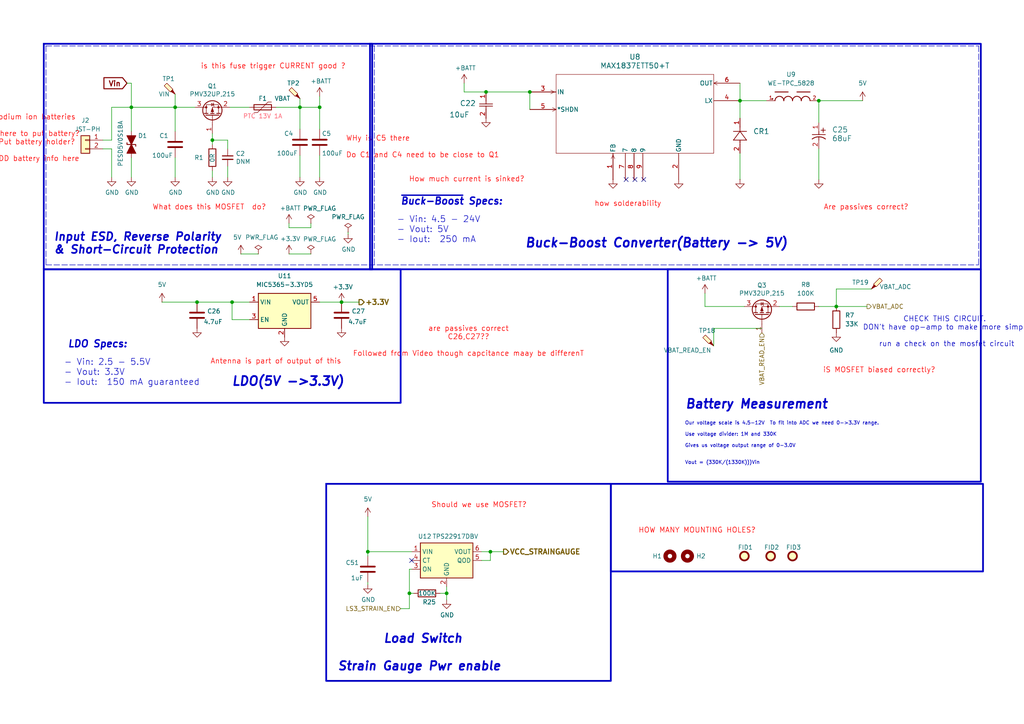
<source format=kicad_sch>
(kicad_sch
	(version 20231120)
	(generator "eeschema")
	(generator_version "8.0")
	(uuid "d4f9d898-7a83-4186-a9d6-9da79adbdd19")
	(paper "A4")
	(title_block
		(date "2025-03-11")
		(rev "1")
		(company "BAJA")
		(comment 1 "ParryZhuo")
	)
	(lib_symbols
		(symbol "18123D106KAT2A-10uF-BC:18123D106KAT2A"
			(pin_names
				(offset 0.254)
			)
			(exclude_from_sim no)
			(in_bom yes)
			(on_board yes)
			(property "Reference" "C"
				(at 3.81 3.81 0)
				(effects
					(font
						(size 1.524 1.524)
					)
				)
			)
			(property "Value" "18123D106KAT2A"
				(at 3.81 -3.81 0)
				(effects
					(font
						(size 1.524 1.524)
					)
				)
			)
			(property "Footprint" "CAP_1812Z_AVX"
				(at 0 0 0)
				(effects
					(font
						(size 1.27 1.27)
						(italic yes)
					)
					(hide yes)
				)
			)
			(property "Datasheet" "18123D106KAT2A"
				(at 0 0 0)
				(effects
					(font
						(size 1.27 1.27)
						(italic yes)
					)
					(hide yes)
				)
			)
			(property "Description" ""
				(at 0 0 0)
				(effects
					(font
						(size 1.27 1.27)
					)
					(hide yes)
				)
			)
			(property "ki_locked" ""
				(at 0 0 0)
				(effects
					(font
						(size 1.27 1.27)
					)
				)
			)
			(property "ki_keywords" "18123D106KAT2A"
				(at 0 0 0)
				(effects
					(font
						(size 1.27 1.27)
					)
					(hide yes)
				)
			)
			(property "ki_fp_filters" "CAP_1812Z_AVX CAP_1812Z_AVX-M CAP_1812Z_AVX-L"
				(at 0 0 0)
				(effects
					(font
						(size 1.27 1.27)
					)
					(hide yes)
				)
			)
			(symbol "18123D106KAT2A_1_1"
				(polyline
					(pts
						(xy 2.54 0) (xy 3.4798 0)
					)
					(stroke
						(width 0.2032)
						(type default)
					)
					(fill
						(type none)
					)
				)
				(polyline
					(pts
						(xy 3.4798 -1.905) (xy 3.4798 1.905)
					)
					(stroke
						(width 0.2032)
						(type default)
					)
					(fill
						(type none)
					)
				)
				(polyline
					(pts
						(xy 4.1148 -1.905) (xy 4.1148 1.905)
					)
					(stroke
						(width 0.2032)
						(type default)
					)
					(fill
						(type none)
					)
				)
				(polyline
					(pts
						(xy 4.1148 0) (xy 5.08 0)
					)
					(stroke
						(width 0.2032)
						(type default)
					)
					(fill
						(type none)
					)
				)
				(pin unspecified line
					(at 0 0 0)
					(length 2.54)
					(name ""
						(effects
							(font
								(size 1.27 1.27)
							)
						)
					)
					(number "1"
						(effects
							(font
								(size 1.27 1.27)
							)
						)
					)
				)
				(pin unspecified line
					(at 7.62 0 180)
					(length 2.54)
					(name ""
						(effects
							(font
								(size 1.27 1.27)
							)
						)
					)
					(number "2"
						(effects
							(font
								(size 1.27 1.27)
							)
						)
					)
				)
			)
			(symbol "18123D106KAT2A_1_2"
				(polyline
					(pts
						(xy -1.905 -4.1148) (xy 1.905 -4.1148)
					)
					(stroke
						(width 0.2032)
						(type default)
					)
					(fill
						(type none)
					)
				)
				(polyline
					(pts
						(xy -1.905 -3.4798) (xy 1.905 -3.4798)
					)
					(stroke
						(width 0.2032)
						(type default)
					)
					(fill
						(type none)
					)
				)
				(polyline
					(pts
						(xy 0 -4.1148) (xy 0 -5.08)
					)
					(stroke
						(width 0.2032)
						(type default)
					)
					(fill
						(type none)
					)
				)
				(polyline
					(pts
						(xy 0 -2.54) (xy 0 -3.4798)
					)
					(stroke
						(width 0.2032)
						(type default)
					)
					(fill
						(type none)
					)
				)
				(pin unspecified line
					(at 0 0 270)
					(length 2.54)
					(name ""
						(effects
							(font
								(size 1.27 1.27)
							)
						)
					)
					(number "1"
						(effects
							(font
								(size 1.27 1.27)
							)
						)
					)
				)
				(pin unspecified line
					(at 0 -7.62 90)
					(length 2.54)
					(name ""
						(effects
							(font
								(size 1.27 1.27)
							)
						)
					)
					(number "2"
						(effects
							(font
								(size 1.27 1.27)
							)
						)
					)
				)
			)
		)
		(symbol "744053470-47uF-BC:WE-TPC_5828"
			(pin_names
				(offset 1.016)
			)
			(exclude_from_sim no)
			(in_bom yes)
			(on_board yes)
			(property "Reference" "U"
				(at 0 3.81 0)
				(effects
					(font
						(size 1.27 1.27)
					)
					(justify bottom)
				)
			)
			(property "Value" "WE-TPC_5828"
				(at 0 -2.54 0)
				(effects
					(font
						(size 1.27 1.27)
					)
					(justify bottom)
				)
			)
			(property "Footprint" "WE-TPC_5828:WE-TPC_5828"
				(at 0 0 0)
				(effects
					(font
						(size 1.27 1.27)
					)
					(justify bottom)
					(hide yes)
				)
			)
			(property "Datasheet" ""
				(at 0 0 0)
				(effects
					(font
						(size 1.27 1.27)
					)
					(hide yes)
				)
			)
			(property "Description" ""
				(at 0 0 0)
				(effects
					(font
						(size 1.27 1.27)
					)
					(hide yes)
				)
			)
			(symbol "WE-TPC_5828_0_0"
				(circle
					(center -5.842 0.508)
					(radius 0.127)
					(stroke
						(width 0.254)
						(type default)
					)
					(fill
						(type none)
					)
				)
				(arc
					(start -2.54 0)
					(mid -3.81 1.2645)
					(end -5.08 0)
					(stroke
						(width 0.254)
						(type default)
					)
					(fill
						(type none)
					)
				)
				(arc
					(start 0 0)
					(mid -1.27 1.2645)
					(end -2.54 0)
					(stroke
						(width 0.254)
						(type default)
					)
					(fill
						(type none)
					)
				)
				(polyline
					(pts
						(xy -1.27 2.54) (xy -5.08 2.54)
					)
					(stroke
						(width 0.254)
						(type default)
					)
					(fill
						(type none)
					)
				)
				(polyline
					(pts
						(xy 5.08 2.54) (xy 1.27 2.54)
					)
					(stroke
						(width 0.254)
						(type default)
					)
					(fill
						(type none)
					)
				)
				(arc
					(start 2.54 0)
					(mid 1.27 1.2645)
					(end 0 0)
					(stroke
						(width 0.254)
						(type default)
					)
					(fill
						(type none)
					)
				)
				(arc
					(start 5.08 0)
					(mid 3.81 1.2645)
					(end 2.54 0)
					(stroke
						(width 0.254)
						(type default)
					)
					(fill
						(type none)
					)
				)
				(pin passive line
					(at -7.62 0 0)
					(length 2.54)
					(name "~"
						(effects
							(font
								(size 1.016 1.016)
							)
						)
					)
					(number "1"
						(effects
							(font
								(size 1.016 1.016)
							)
						)
					)
				)
				(pin passive line
					(at 7.62 0 180)
					(length 2.54)
					(name "~"
						(effects
							(font
								(size 1.016 1.016)
							)
						)
					)
					(number "2"
						(effects
							(font
								(size 1.016 1.016)
							)
						)
					)
				)
			)
		)
		(symbol "B0530W-7-F-BC-DIODE:B0530W-7-F"
			(pin_names
				(offset 0.254)
			)
			(exclude_from_sim no)
			(in_bom yes)
			(on_board yes)
			(property "Reference" "CR"
				(at 5.08 4.445 0)
				(effects
					(font
						(size 1.524 1.524)
					)
				)
			)
			(property "Value" "B0530W-7-F"
				(at 5.08 -3.81 0)
				(effects
					(font
						(size 1.524 1.524)
					)
				)
			)
			(property "Footprint" "SOD123_DIO"
				(at 0 0 0)
				(effects
					(font
						(size 1.27 1.27)
						(italic yes)
					)
					(hide yes)
				)
			)
			(property "Datasheet" "B0530W-7-F"
				(at 0 0 0)
				(effects
					(font
						(size 1.27 1.27)
						(italic yes)
					)
					(hide yes)
				)
			)
			(property "Description" ""
				(at 0 0 0)
				(effects
					(font
						(size 1.27 1.27)
					)
					(hide yes)
				)
			)
			(property "ki_locked" ""
				(at 0 0 0)
				(effects
					(font
						(size 1.27 1.27)
					)
				)
			)
			(property "ki_keywords" "B0530W-7-F"
				(at 0 0 0)
				(effects
					(font
						(size 1.27 1.27)
					)
					(hide yes)
				)
			)
			(property "ki_fp_filters" "SOD123_DIO SOD123_DIO-M SOD123_DIO-L"
				(at 0 0 0)
				(effects
					(font
						(size 1.27 1.27)
					)
					(hide yes)
				)
			)
			(symbol "B0530W-7-F_1_1"
				(polyline
					(pts
						(xy 2.54 0) (xy 3.4798 0)
					)
					(stroke
						(width 0.2032)
						(type default)
					)
					(fill
						(type none)
					)
				)
				(polyline
					(pts
						(xy 3.175 0) (xy 3.81 0)
					)
					(stroke
						(width 0.2032)
						(type default)
					)
					(fill
						(type none)
					)
				)
				(polyline
					(pts
						(xy 3.81 -1.905) (xy 6.35 0)
					)
					(stroke
						(width 0.2032)
						(type default)
					)
					(fill
						(type none)
					)
				)
				(polyline
					(pts
						(xy 3.81 1.905) (xy 3.81 -1.905)
					)
					(stroke
						(width 0.2032)
						(type default)
					)
					(fill
						(type none)
					)
				)
				(polyline
					(pts
						(xy 6.35 -1.905) (xy 6.35 1.905)
					)
					(stroke
						(width 0.2032)
						(type default)
					)
					(fill
						(type none)
					)
				)
				(polyline
					(pts
						(xy 6.35 0) (xy 3.81 1.905)
					)
					(stroke
						(width 0.2032)
						(type default)
					)
					(fill
						(type none)
					)
				)
				(polyline
					(pts
						(xy 6.35 0) (xy 7.62 0)
					)
					(stroke
						(width 0.2032)
						(type default)
					)
					(fill
						(type none)
					)
				)
				(pin unspecified line
					(at 10.16 0 180)
					(length 2.54)
					(name ""
						(effects
							(font
								(size 1.27 1.27)
							)
						)
					)
					(number "1"
						(effects
							(font
								(size 1.27 1.27)
							)
						)
					)
				)
				(pin unspecified line
					(at 0 0 0)
					(length 2.54)
					(name ""
						(effects
							(font
								(size 1.27 1.27)
							)
						)
					)
					(number "2"
						(effects
							(font
								(size 1.27 1.27)
							)
						)
					)
				)
			)
			(symbol "B0530W-7-F_1_2"
				(polyline
					(pts
						(xy -1.905 3.81) (xy 1.905 3.81)
					)
					(stroke
						(width 0.2032)
						(type default)
					)
					(fill
						(type none)
					)
				)
				(polyline
					(pts
						(xy 0 2.54) (xy 0 3.4798)
					)
					(stroke
						(width 0.2032)
						(type default)
					)
					(fill
						(type none)
					)
				)
				(polyline
					(pts
						(xy 0 3.175) (xy 0 3.81)
					)
					(stroke
						(width 0.2032)
						(type default)
					)
					(fill
						(type none)
					)
				)
				(polyline
					(pts
						(xy 0 6.35) (xy -1.905 3.81)
					)
					(stroke
						(width 0.2032)
						(type default)
					)
					(fill
						(type none)
					)
				)
				(polyline
					(pts
						(xy 0 6.35) (xy 0 7.62)
					)
					(stroke
						(width 0.2032)
						(type default)
					)
					(fill
						(type none)
					)
				)
				(polyline
					(pts
						(xy 1.905 3.81) (xy 0 6.35)
					)
					(stroke
						(width 0.2032)
						(type default)
					)
					(fill
						(type none)
					)
				)
				(polyline
					(pts
						(xy 1.905 6.35) (xy -1.905 6.35)
					)
					(stroke
						(width 0.2032)
						(type default)
					)
					(fill
						(type none)
					)
				)
				(pin unspecified line
					(at 0 10.16 270)
					(length 2.54)
					(name ""
						(effects
							(font
								(size 1.27 1.27)
							)
						)
					)
					(number "1"
						(effects
							(font
								(size 1.27 1.27)
							)
						)
					)
				)
				(pin unspecified line
					(at 0 0 90)
					(length 2.54)
					(name ""
						(effects
							(font
								(size 1.27 1.27)
							)
						)
					)
					(number "2"
						(effects
							(font
								(size 1.27 1.27)
							)
						)
					)
				)
			)
		)
		(symbol "Connector:TestPoint_Probe"
			(pin_numbers hide)
			(pin_names
				(offset 0.762) hide)
			(exclude_from_sim no)
			(in_bom yes)
			(on_board yes)
			(property "Reference" "TP"
				(at 1.651 5.842 0)
				(effects
					(font
						(size 1.27 1.27)
					)
				)
			)
			(property "Value" "TestPoint_Probe"
				(at 1.651 4.064 0)
				(effects
					(font
						(size 1.27 1.27)
					)
				)
			)
			(property "Footprint" ""
				(at 5.08 0 0)
				(effects
					(font
						(size 1.27 1.27)
					)
					(hide yes)
				)
			)
			(property "Datasheet" "~"
				(at 5.08 0 0)
				(effects
					(font
						(size 1.27 1.27)
					)
					(hide yes)
				)
			)
			(property "Description" "test point (alternative probe-style design)"
				(at 0 0 0)
				(effects
					(font
						(size 1.27 1.27)
					)
					(hide yes)
				)
			)
			(property "ki_keywords" "test point tp"
				(at 0 0 0)
				(effects
					(font
						(size 1.27 1.27)
					)
					(hide yes)
				)
			)
			(property "ki_fp_filters" "Pin* Test*"
				(at 0 0 0)
				(effects
					(font
						(size 1.27 1.27)
					)
					(hide yes)
				)
			)
			(symbol "TestPoint_Probe_0_1"
				(polyline
					(pts
						(xy 1.27 0.762) (xy 0 0) (xy 0.762 1.27) (xy 1.27 0.762)
					)
					(stroke
						(width 0)
						(type default)
					)
					(fill
						(type outline)
					)
				)
				(polyline
					(pts
						(xy 1.397 0.635) (xy 0.635 1.397) (xy 2.413 3.175) (xy 3.175 2.413) (xy 1.397 0.635)
					)
					(stroke
						(width 0)
						(type default)
					)
					(fill
						(type background)
					)
				)
			)
			(symbol "TestPoint_Probe_1_1"
				(pin passive line
					(at 0 0 90)
					(length 0)
					(name "1"
						(effects
							(font
								(size 1.27 1.27)
							)
						)
					)
					(number "1"
						(effects
							(font
								(size 1.27 1.27)
							)
						)
					)
				)
			)
		)
		(symbol "Connector_Generic:Conn_01x02"
			(pin_names
				(offset 1.016) hide)
			(exclude_from_sim no)
			(in_bom yes)
			(on_board yes)
			(property "Reference" "J"
				(at 0 2.54 0)
				(effects
					(font
						(size 1.27 1.27)
					)
				)
			)
			(property "Value" "Conn_01x02"
				(at 0 -5.08 0)
				(effects
					(font
						(size 1.27 1.27)
					)
				)
			)
			(property "Footprint" ""
				(at 0 0 0)
				(effects
					(font
						(size 1.27 1.27)
					)
					(hide yes)
				)
			)
			(property "Datasheet" "~"
				(at 0 0 0)
				(effects
					(font
						(size 1.27 1.27)
					)
					(hide yes)
				)
			)
			(property "Description" "Generic connector, single row, 01x02, script generated (kicad-library-utils/schlib/autogen/connector/)"
				(at 0 0 0)
				(effects
					(font
						(size 1.27 1.27)
					)
					(hide yes)
				)
			)
			(property "ki_keywords" "connector"
				(at 0 0 0)
				(effects
					(font
						(size 1.27 1.27)
					)
					(hide yes)
				)
			)
			(property "ki_fp_filters" "Connector*:*_1x??_*"
				(at 0 0 0)
				(effects
					(font
						(size 1.27 1.27)
					)
					(hide yes)
				)
			)
			(symbol "Conn_01x02_1_1"
				(rectangle
					(start -1.27 -2.413)
					(end 0 -2.667)
					(stroke
						(width 0.1524)
						(type default)
					)
					(fill
						(type none)
					)
				)
				(rectangle
					(start -1.27 0.127)
					(end 0 -0.127)
					(stroke
						(width 0.1524)
						(type default)
					)
					(fill
						(type none)
					)
				)
				(rectangle
					(start -1.27 1.27)
					(end 1.27 -3.81)
					(stroke
						(width 0.254)
						(type default)
					)
					(fill
						(type background)
					)
				)
				(pin passive line
					(at -5.08 0 0)
					(length 3.81)
					(name "Pin_1"
						(effects
							(font
								(size 1.27 1.27)
							)
						)
					)
					(number "1"
						(effects
							(font
								(size 1.27 1.27)
							)
						)
					)
				)
				(pin passive line
					(at -5.08 -2.54 0)
					(length 3.81)
					(name "Pin_2"
						(effects
							(font
								(size 1.27 1.27)
							)
						)
					)
					(number "2"
						(effects
							(font
								(size 1.27 1.27)
							)
						)
					)
				)
			)
		)
		(symbol "Device:C"
			(pin_numbers hide)
			(pin_names
				(offset 0.254)
			)
			(exclude_from_sim no)
			(in_bom yes)
			(on_board yes)
			(property "Reference" "C"
				(at 0.635 2.54 0)
				(effects
					(font
						(size 1.27 1.27)
					)
					(justify left)
				)
			)
			(property "Value" "C"
				(at 0.635 -2.54 0)
				(effects
					(font
						(size 1.27 1.27)
					)
					(justify left)
				)
			)
			(property "Footprint" ""
				(at 0.9652 -3.81 0)
				(effects
					(font
						(size 1.27 1.27)
					)
					(hide yes)
				)
			)
			(property "Datasheet" "~"
				(at 0 0 0)
				(effects
					(font
						(size 1.27 1.27)
					)
					(hide yes)
				)
			)
			(property "Description" "Unpolarized capacitor"
				(at 0 0 0)
				(effects
					(font
						(size 1.27 1.27)
					)
					(hide yes)
				)
			)
			(property "ki_keywords" "cap capacitor"
				(at 0 0 0)
				(effects
					(font
						(size 1.27 1.27)
					)
					(hide yes)
				)
			)
			(property "ki_fp_filters" "C_*"
				(at 0 0 0)
				(effects
					(font
						(size 1.27 1.27)
					)
					(hide yes)
				)
			)
			(symbol "C_0_1"
				(polyline
					(pts
						(xy -2.032 -0.762) (xy 2.032 -0.762)
					)
					(stroke
						(width 0.508)
						(type default)
					)
					(fill
						(type none)
					)
				)
				(polyline
					(pts
						(xy -2.032 0.762) (xy 2.032 0.762)
					)
					(stroke
						(width 0.508)
						(type default)
					)
					(fill
						(type none)
					)
				)
			)
			(symbol "C_1_1"
				(pin passive line
					(at 0 3.81 270)
					(length 2.794)
					(name "~"
						(effects
							(font
								(size 1.27 1.27)
							)
						)
					)
					(number "1"
						(effects
							(font
								(size 1.27 1.27)
							)
						)
					)
				)
				(pin passive line
					(at 0 -3.81 90)
					(length 2.794)
					(name "~"
						(effects
							(font
								(size 1.27 1.27)
							)
						)
					)
					(number "2"
						(effects
							(font
								(size 1.27 1.27)
							)
						)
					)
				)
			)
		)
		(symbol "Device:C_Small"
			(pin_numbers hide)
			(pin_names
				(offset 0.254) hide)
			(exclude_from_sim no)
			(in_bom yes)
			(on_board yes)
			(property "Reference" "C"
				(at 0.254 1.778 0)
				(effects
					(font
						(size 1.27 1.27)
					)
					(justify left)
				)
			)
			(property "Value" "C_Small"
				(at 0.254 -2.032 0)
				(effects
					(font
						(size 1.27 1.27)
					)
					(justify left)
				)
			)
			(property "Footprint" ""
				(at 0 0 0)
				(effects
					(font
						(size 1.27 1.27)
					)
					(hide yes)
				)
			)
			(property "Datasheet" "~"
				(at 0 0 0)
				(effects
					(font
						(size 1.27 1.27)
					)
					(hide yes)
				)
			)
			(property "Description" "Unpolarized capacitor, small symbol"
				(at 0 0 0)
				(effects
					(font
						(size 1.27 1.27)
					)
					(hide yes)
				)
			)
			(property "ki_keywords" "capacitor cap"
				(at 0 0 0)
				(effects
					(font
						(size 1.27 1.27)
					)
					(hide yes)
				)
			)
			(property "ki_fp_filters" "C_*"
				(at 0 0 0)
				(effects
					(font
						(size 1.27 1.27)
					)
					(hide yes)
				)
			)
			(symbol "C_Small_0_1"
				(polyline
					(pts
						(xy -1.524 -0.508) (xy 1.524 -0.508)
					)
					(stroke
						(width 0.3302)
						(type default)
					)
					(fill
						(type none)
					)
				)
				(polyline
					(pts
						(xy -1.524 0.508) (xy 1.524 0.508)
					)
					(stroke
						(width 0.3048)
						(type default)
					)
					(fill
						(type none)
					)
				)
			)
			(symbol "C_Small_1_1"
				(pin passive line
					(at 0 2.54 270)
					(length 2.032)
					(name "~"
						(effects
							(font
								(size 1.27 1.27)
							)
						)
					)
					(number "1"
						(effects
							(font
								(size 1.27 1.27)
							)
						)
					)
				)
				(pin passive line
					(at 0 -2.54 90)
					(length 2.032)
					(name "~"
						(effects
							(font
								(size 1.27 1.27)
							)
						)
					)
					(number "2"
						(effects
							(font
								(size 1.27 1.27)
							)
						)
					)
				)
			)
		)
		(symbol "Device:D_TVS_ALT"
			(pin_numbers hide)
			(pin_names
				(offset 1.016) hide)
			(exclude_from_sim no)
			(in_bom yes)
			(on_board yes)
			(property "Reference" "D"
				(at 0 2.54 0)
				(effects
					(font
						(size 1.27 1.27)
					)
				)
			)
			(property "Value" "Device_D_TVS_ALT"
				(at 0 -2.54 0)
				(effects
					(font
						(size 1.27 1.27)
					)
				)
			)
			(property "Footprint" ""
				(at 0 0 0)
				(effects
					(font
						(size 1.27 1.27)
					)
					(hide yes)
				)
			)
			(property "Datasheet" ""
				(at 0 0 0)
				(effects
					(font
						(size 1.27 1.27)
					)
					(hide yes)
				)
			)
			(property "Description" ""
				(at 0 0 0)
				(effects
					(font
						(size 1.27 1.27)
					)
					(hide yes)
				)
			)
			(property "ki_fp_filters" "TO-???* *_Diode_* *SingleDiode* D_*"
				(at 0 0 0)
				(effects
					(font
						(size 1.27 1.27)
					)
					(hide yes)
				)
			)
			(symbol "D_TVS_ALT_0_1"
				(polyline
					(pts
						(xy 1.27 0) (xy -1.27 0)
					)
					(stroke
						(width 0)
						(type default)
					)
					(fill
						(type none)
					)
				)
				(polyline
					(pts
						(xy -2.54 -1.27) (xy 0 0) (xy -2.54 1.27) (xy -2.54 -1.27)
					)
					(stroke
						(width 0.254)
						(type default)
					)
					(fill
						(type outline)
					)
				)
				(polyline
					(pts
						(xy 0.508 1.27) (xy 0 1.27) (xy 0 -1.27) (xy -0.508 -1.27)
					)
					(stroke
						(width 0.254)
						(type default)
					)
					(fill
						(type none)
					)
				)
				(polyline
					(pts
						(xy 2.54 1.27) (xy 2.54 -1.27) (xy 0 0) (xy 2.54 1.27)
					)
					(stroke
						(width 0.254)
						(type default)
					)
					(fill
						(type outline)
					)
				)
			)
			(symbol "D_TVS_ALT_1_1"
				(pin passive line
					(at -3.81 0 0)
					(length 2.54)
					(name "A1"
						(effects
							(font
								(size 1.27 1.27)
							)
						)
					)
					(number "1"
						(effects
							(font
								(size 1.27 1.27)
							)
						)
					)
				)
				(pin passive line
					(at 3.81 0 180)
					(length 2.54)
					(name "A2"
						(effects
							(font
								(size 1.27 1.27)
							)
						)
					)
					(number "2"
						(effects
							(font
								(size 1.27 1.27)
							)
						)
					)
				)
			)
		)
		(symbol "Device:Polyfuse"
			(pin_numbers hide)
			(pin_names
				(offset 0)
			)
			(exclude_from_sim no)
			(in_bom yes)
			(on_board yes)
			(property "Reference" "F"
				(at -2.54 0 90)
				(effects
					(font
						(size 1.27 1.27)
					)
				)
			)
			(property "Value" "Polyfuse"
				(at 2.54 0 90)
				(effects
					(font
						(size 1.27 1.27)
					)
				)
			)
			(property "Footprint" ""
				(at 1.27 -5.08 0)
				(effects
					(font
						(size 1.27 1.27)
					)
					(justify left)
					(hide yes)
				)
			)
			(property "Datasheet" "~"
				(at 0 0 0)
				(effects
					(font
						(size 1.27 1.27)
					)
					(hide yes)
				)
			)
			(property "Description" "Resettable fuse, polymeric positive temperature coefficient"
				(at 0 0 0)
				(effects
					(font
						(size 1.27 1.27)
					)
					(hide yes)
				)
			)
			(property "ki_keywords" "resettable fuse PTC PPTC polyfuse polyswitch"
				(at 0 0 0)
				(effects
					(font
						(size 1.27 1.27)
					)
					(hide yes)
				)
			)
			(property "ki_fp_filters" "*polyfuse* *PTC*"
				(at 0 0 0)
				(effects
					(font
						(size 1.27 1.27)
					)
					(hide yes)
				)
			)
			(symbol "Polyfuse_0_1"
				(rectangle
					(start -0.762 2.54)
					(end 0.762 -2.54)
					(stroke
						(width 0.254)
						(type default)
					)
					(fill
						(type none)
					)
				)
				(polyline
					(pts
						(xy 0 2.54) (xy 0 -2.54)
					)
					(stroke
						(width 0)
						(type default)
					)
					(fill
						(type none)
					)
				)
				(polyline
					(pts
						(xy -1.524 2.54) (xy -1.524 1.524) (xy 1.524 -1.524) (xy 1.524 -2.54)
					)
					(stroke
						(width 0)
						(type default)
					)
					(fill
						(type none)
					)
				)
			)
			(symbol "Polyfuse_1_1"
				(pin passive line
					(at 0 3.81 270)
					(length 1.27)
					(name "~"
						(effects
							(font
								(size 1.27 1.27)
							)
						)
					)
					(number "1"
						(effects
							(font
								(size 1.27 1.27)
							)
						)
					)
				)
				(pin passive line
					(at 0 -3.81 90)
					(length 1.27)
					(name "~"
						(effects
							(font
								(size 1.27 1.27)
							)
						)
					)
					(number "2"
						(effects
							(font
								(size 1.27 1.27)
							)
						)
					)
				)
			)
		)
		(symbol "Device:Q_PMOS_GSD"
			(pin_names
				(offset 0) hide)
			(exclude_from_sim no)
			(in_bom yes)
			(on_board yes)
			(property "Reference" "Q"
				(at 5.08 1.27 0)
				(effects
					(font
						(size 1.27 1.27)
					)
					(justify left)
				)
			)
			(property "Value" "Q_PMOS_GSD"
				(at 5.08 -1.27 0)
				(effects
					(font
						(size 1.27 1.27)
					)
					(justify left)
				)
			)
			(property "Footprint" ""
				(at 5.08 2.54 0)
				(effects
					(font
						(size 1.27 1.27)
					)
					(hide yes)
				)
			)
			(property "Datasheet" "~"
				(at 0 0 0)
				(effects
					(font
						(size 1.27 1.27)
					)
					(hide yes)
				)
			)
			(property "Description" "P-MOSFET transistor, gate/source/drain"
				(at 0 0 0)
				(effects
					(font
						(size 1.27 1.27)
					)
					(hide yes)
				)
			)
			(property "ki_keywords" "transistor PMOS P-MOS P-MOSFET"
				(at 0 0 0)
				(effects
					(font
						(size 1.27 1.27)
					)
					(hide yes)
				)
			)
			(symbol "Q_PMOS_GSD_0_1"
				(polyline
					(pts
						(xy 0.254 0) (xy -2.54 0)
					)
					(stroke
						(width 0)
						(type default)
					)
					(fill
						(type none)
					)
				)
				(polyline
					(pts
						(xy 0.254 1.905) (xy 0.254 -1.905)
					)
					(stroke
						(width 0.254)
						(type default)
					)
					(fill
						(type none)
					)
				)
				(polyline
					(pts
						(xy 0.762 -1.27) (xy 0.762 -2.286)
					)
					(stroke
						(width 0.254)
						(type default)
					)
					(fill
						(type none)
					)
				)
				(polyline
					(pts
						(xy 0.762 0.508) (xy 0.762 -0.508)
					)
					(stroke
						(width 0.254)
						(type default)
					)
					(fill
						(type none)
					)
				)
				(polyline
					(pts
						(xy 0.762 2.286) (xy 0.762 1.27)
					)
					(stroke
						(width 0.254)
						(type default)
					)
					(fill
						(type none)
					)
				)
				(polyline
					(pts
						(xy 2.54 2.54) (xy 2.54 1.778)
					)
					(stroke
						(width 0)
						(type default)
					)
					(fill
						(type none)
					)
				)
				(polyline
					(pts
						(xy 2.54 -2.54) (xy 2.54 0) (xy 0.762 0)
					)
					(stroke
						(width 0)
						(type default)
					)
					(fill
						(type none)
					)
				)
				(polyline
					(pts
						(xy 0.762 1.778) (xy 3.302 1.778) (xy 3.302 -1.778) (xy 0.762 -1.778)
					)
					(stroke
						(width 0)
						(type default)
					)
					(fill
						(type none)
					)
				)
				(polyline
					(pts
						(xy 2.286 0) (xy 1.27 0.381) (xy 1.27 -0.381) (xy 2.286 0)
					)
					(stroke
						(width 0)
						(type default)
					)
					(fill
						(type outline)
					)
				)
				(polyline
					(pts
						(xy 2.794 -0.508) (xy 2.921 -0.381) (xy 3.683 -0.381) (xy 3.81 -0.254)
					)
					(stroke
						(width 0)
						(type default)
					)
					(fill
						(type none)
					)
				)
				(polyline
					(pts
						(xy 3.302 -0.381) (xy 2.921 0.254) (xy 3.683 0.254) (xy 3.302 -0.381)
					)
					(stroke
						(width 0)
						(type default)
					)
					(fill
						(type none)
					)
				)
				(circle
					(center 1.651 0)
					(radius 2.794)
					(stroke
						(width 0.254)
						(type default)
					)
					(fill
						(type none)
					)
				)
				(circle
					(center 2.54 -1.778)
					(radius 0.254)
					(stroke
						(width 0)
						(type default)
					)
					(fill
						(type outline)
					)
				)
				(circle
					(center 2.54 1.778)
					(radius 0.254)
					(stroke
						(width 0)
						(type default)
					)
					(fill
						(type outline)
					)
				)
			)
			(symbol "Q_PMOS_GSD_1_1"
				(pin input line
					(at -5.08 0 0)
					(length 2.54)
					(name "G"
						(effects
							(font
								(size 1.27 1.27)
							)
						)
					)
					(number "1"
						(effects
							(font
								(size 1.27 1.27)
							)
						)
					)
				)
				(pin passive line
					(at 2.54 -5.08 90)
					(length 2.54)
					(name "S"
						(effects
							(font
								(size 1.27 1.27)
							)
						)
					)
					(number "2"
						(effects
							(font
								(size 1.27 1.27)
							)
						)
					)
				)
				(pin passive line
					(at 2.54 5.08 270)
					(length 2.54)
					(name "D"
						(effects
							(font
								(size 1.27 1.27)
							)
						)
					)
					(number "3"
						(effects
							(font
								(size 1.27 1.27)
							)
						)
					)
				)
			)
		)
		(symbol "Device:R"
			(pin_numbers hide)
			(pin_names
				(offset 0)
			)
			(exclude_from_sim no)
			(in_bom yes)
			(on_board yes)
			(property "Reference" "R"
				(at 2.032 0 90)
				(effects
					(font
						(size 1.27 1.27)
					)
				)
			)
			(property "Value" "R"
				(at 0 0 90)
				(effects
					(font
						(size 1.27 1.27)
					)
				)
			)
			(property "Footprint" ""
				(at -1.778 0 90)
				(effects
					(font
						(size 1.27 1.27)
					)
					(hide yes)
				)
			)
			(property "Datasheet" "~"
				(at 0 0 0)
				(effects
					(font
						(size 1.27 1.27)
					)
					(hide yes)
				)
			)
			(property "Description" "Resistor"
				(at 0 0 0)
				(effects
					(font
						(size 1.27 1.27)
					)
					(hide yes)
				)
			)
			(property "ki_keywords" "R res resistor"
				(at 0 0 0)
				(effects
					(font
						(size 1.27 1.27)
					)
					(hide yes)
				)
			)
			(property "ki_fp_filters" "R_*"
				(at 0 0 0)
				(effects
					(font
						(size 1.27 1.27)
					)
					(hide yes)
				)
			)
			(symbol "R_0_1"
				(rectangle
					(start -1.016 -2.54)
					(end 1.016 2.54)
					(stroke
						(width 0.254)
						(type default)
					)
					(fill
						(type none)
					)
				)
			)
			(symbol "R_1_1"
				(pin passive line
					(at 0 3.81 270)
					(length 1.27)
					(name "~"
						(effects
							(font
								(size 1.27 1.27)
							)
						)
					)
					(number "1"
						(effects
							(font
								(size 1.27 1.27)
							)
						)
					)
				)
				(pin passive line
					(at 0 -3.81 90)
					(length 1.27)
					(name "~"
						(effects
							(font
								(size 1.27 1.27)
							)
						)
					)
					(number "2"
						(effects
							(font
								(size 1.27 1.27)
							)
						)
					)
				)
			)
		)
		(symbol "GND_1"
			(power)
			(pin_numbers hide)
			(pin_names
				(offset 0) hide)
			(exclude_from_sim no)
			(in_bom yes)
			(on_board yes)
			(property "Reference" "#PWR"
				(at 0 -6.35 0)
				(effects
					(font
						(size 1.27 1.27)
					)
					(hide yes)
				)
			)
			(property "Value" "GND"
				(at 0 -3.81 0)
				(effects
					(font
						(size 1.27 1.27)
					)
				)
			)
			(property "Footprint" ""
				(at 0 0 0)
				(effects
					(font
						(size 1.27 1.27)
					)
					(hide yes)
				)
			)
			(property "Datasheet" ""
				(at 0 0 0)
				(effects
					(font
						(size 1.27 1.27)
					)
					(hide yes)
				)
			)
			(property "Description" "Power symbol creates a global label with name \"GND\" , ground"
				(at 0 0 0)
				(effects
					(font
						(size 1.27 1.27)
					)
					(hide yes)
				)
			)
			(property "ki_keywords" "global power"
				(at 0 0 0)
				(effects
					(font
						(size 1.27 1.27)
					)
					(hide yes)
				)
			)
			(symbol "GND_1_0_1"
				(polyline
					(pts
						(xy 0 0) (xy 0 -1.27) (xy 1.27 -1.27) (xy 0 -2.54) (xy -1.27 -1.27) (xy 0 -1.27)
					)
					(stroke
						(width 0)
						(type default)
					)
					(fill
						(type none)
					)
				)
			)
			(symbol "GND_1_1_1"
				(pin power_in line
					(at 0 0 270)
					(length 0)
					(name "~"
						(effects
							(font
								(size 1.27 1.27)
							)
						)
					)
					(number "1"
						(effects
							(font
								(size 1.27 1.27)
							)
						)
					)
				)
			)
		)
		(symbol "GND_2"
			(power)
			(pin_numbers hide)
			(pin_names
				(offset 0) hide)
			(exclude_from_sim no)
			(in_bom yes)
			(on_board yes)
			(property "Reference" "#PWR"
				(at 0 -6.35 0)
				(effects
					(font
						(size 1.27 1.27)
					)
					(hide yes)
				)
			)
			(property "Value" "GND"
				(at 0 -3.81 0)
				(effects
					(font
						(size 1.27 1.27)
					)
				)
			)
			(property "Footprint" ""
				(at 0 0 0)
				(effects
					(font
						(size 1.27 1.27)
					)
					(hide yes)
				)
			)
			(property "Datasheet" ""
				(at 0 0 0)
				(effects
					(font
						(size 1.27 1.27)
					)
					(hide yes)
				)
			)
			(property "Description" "Power symbol creates a global label with name \"GND\" , ground"
				(at 0 0 0)
				(effects
					(font
						(size 1.27 1.27)
					)
					(hide yes)
				)
			)
			(property "ki_keywords" "global power"
				(at 0 0 0)
				(effects
					(font
						(size 1.27 1.27)
					)
					(hide yes)
				)
			)
			(symbol "GND_2_0_1"
				(polyline
					(pts
						(xy 0 0) (xy 0 -1.27) (xy 1.27 -1.27) (xy 0 -2.54) (xy -1.27 -1.27) (xy 0 -1.27)
					)
					(stroke
						(width 0)
						(type default)
					)
					(fill
						(type none)
					)
				)
			)
			(symbol "GND_2_1_1"
				(pin power_in line
					(at 0 0 270)
					(length 0)
					(name "~"
						(effects
							(font
								(size 1.27 1.27)
							)
						)
					)
					(number "1"
						(effects
							(font
								(size 1.27 1.27)
							)
						)
					)
				)
			)
		)
		(symbol "MAX1837ETT50_T-bc-5V:MAX1837ETT50+T"
			(pin_names
				(offset 0.254)
			)
			(exclude_from_sim no)
			(in_bom yes)
			(on_board yes)
			(property "Reference" "U8"
				(at 30.48 10.16 0)
				(effects
					(font
						(size 1.524 1.524)
					)
				)
			)
			(property "Value" "MAX1837ETT50+T"
				(at 30.48 7.62 0)
				(effects
					(font
						(size 1.524 1.524)
					)
				)
			)
			(property "Footprint" "21-0137I_T1033-1_MXM"
				(at 1.524 9.906 0)
				(effects
					(font
						(size 1.27 1.27)
						(italic yes)
					)
					(hide yes)
				)
			)
			(property "Datasheet" "MAX1837ETT50+T"
				(at -0.254 12.7 0)
				(effects
					(font
						(size 1.27 1.27)
						(italic yes)
					)
					(hide yes)
				)
			)
			(property "Description" ""
				(at 0 0 0)
				(effects
					(font
						(size 1.27 1.27)
					)
					(hide yes)
				)
			)
			(property "Distributor link" "https://www.digikey.com/en/products/detail/analog-devices-inc-maxim-integrated/MAX1837ETT50-T/1519115"
				(at 3.556 16.002 0)
				(effects
					(font
						(size 1.27 1.27)
					)
					(hide yes)
				)
			)
			(property "Manufacturer" "Analog devices"
				(at 0.254 6.35 0)
				(effects
					(font
						(size 1.27 1.27)
					)
					(hide yes)
				)
			)
			(property "Manufacturer Part Number" "MAX1837ETT50+T"
				(at -4.572 3.556 0)
				(effects
					(font
						(size 1.27 1.27)
					)
					(hide yes)
				)
			)
			(property "ki_locked" ""
				(at 0 0 0)
				(effects
					(font
						(size 1.27 1.27)
					)
				)
			)
			(property "ki_keywords" "MAX1837ETT50+T"
				(at 0 0 0)
				(effects
					(font
						(size 1.27 1.27)
					)
					(hide yes)
				)
			)
			(property "ki_fp_filters" "21-0137I_T1033-1_MXM 21-0137I_T1033-1_MXM-M 21-0137I_T1033-1_MXM-L"
				(at 0 0 0)
				(effects
					(font
						(size 1.27 1.27)
					)
					(hide yes)
				)
			)
			(symbol "MAX1837ETT50+T_0_1"
				(polyline
					(pts
						(xy 7.0993 0) (xy 6.0579 -0.5207)
					)
					(stroke
						(width 0.127)
						(type default)
					)
					(fill
						(type none)
					)
				)
				(polyline
					(pts
						(xy 7.0993 0) (xy 6.0579 0.5207)
					)
					(stroke
						(width 0.127)
						(type default)
					)
					(fill
						(type none)
					)
				)
				(polyline
					(pts
						(xy 7.62 -17.78) (xy 53.34 -17.78)
					)
					(stroke
						(width 0.127)
						(type default)
					)
					(fill
						(type none)
					)
				)
				(polyline
					(pts
						(xy 7.62 -5.08) (xy 6.5786 -5.6007)
					)
					(stroke
						(width 0.127)
						(type default)
					)
					(fill
						(type none)
					)
				)
				(polyline
					(pts
						(xy 7.62 -5.08) (xy 6.5786 -4.5593)
					)
					(stroke
						(width 0.127)
						(type default)
					)
					(fill
						(type none)
					)
				)
				(polyline
					(pts
						(xy 7.62 5.08) (xy 7.62 -17.78)
					)
					(stroke
						(width 0.127)
						(type default)
					)
					(fill
						(type none)
					)
				)
				(polyline
					(pts
						(xy 24.13 -18.3007) (xy 23.6093 -19.3421)
					)
					(stroke
						(width 0.127)
						(type default)
					)
					(fill
						(type none)
					)
				)
				(polyline
					(pts
						(xy 24.13 -18.3007) (xy 24.6507 -19.3421)
					)
					(stroke
						(width 0.127)
						(type default)
					)
					(fill
						(type none)
					)
				)
				(polyline
					(pts
						(xy 53.34 -17.78) (xy 53.34 5.08)
					)
					(stroke
						(width 0.127)
						(type default)
					)
					(fill
						(type none)
					)
				)
				(polyline
					(pts
						(xy 53.34 2.54) (xy 54.3814 2.0193)
					)
					(stroke
						(width 0.127)
						(type default)
					)
					(fill
						(type none)
					)
				)
				(polyline
					(pts
						(xy 53.34 2.54) (xy 54.3814 3.0607)
					)
					(stroke
						(width 0.127)
						(type default)
					)
					(fill
						(type none)
					)
				)
				(polyline
					(pts
						(xy 53.34 5.08) (xy 7.62 5.08)
					)
					(stroke
						(width 0.127)
						(type default)
					)
					(fill
						(type none)
					)
				)
				(pin input line
					(at 24.13 -25.4 90)
					(length 7.62)
					(name "FB"
						(effects
							(font
								(size 1.27 1.27)
							)
						)
					)
					(number "1"
						(effects
							(font
								(size 1.27 1.27)
							)
						)
					)
				)
				(pin power_in line
					(at 43.18 -25.4 90)
					(length 7.62)
					(name "GND"
						(effects
							(font
								(size 1.27 1.27)
							)
						)
					)
					(number "2"
						(effects
							(font
								(size 1.27 1.27)
							)
						)
					)
				)
				(pin input line
					(at 0 0 0)
					(length 7.62)
					(name "IN"
						(effects
							(font
								(size 1.27 1.27)
							)
						)
					)
					(number "3"
						(effects
							(font
								(size 1.27 1.27)
							)
						)
					)
				)
				(pin unspecified line
					(at 60.96 -2.54 180)
					(length 7.62)
					(name "LX"
						(effects
							(font
								(size 1.27 1.27)
							)
						)
					)
					(number "4"
						(effects
							(font
								(size 1.27 1.27)
							)
						)
					)
				)
				(pin input line
					(at 0 -5.08 0)
					(length 7.62)
					(name "*SHDN"
						(effects
							(font
								(size 1.27 1.27)
							)
						)
					)
					(number "5"
						(effects
							(font
								(size 1.27 1.27)
							)
						)
					)
				)
				(pin input line
					(at 60.96 2.54 180)
					(length 7.62)
					(name "OUT"
						(effects
							(font
								(size 1.27 1.27)
							)
						)
					)
					(number "6"
						(effects
							(font
								(size 1.27 1.27)
							)
						)
					)
				)
				(pin unspecified line
					(at 27.6902 -25.4688 90)
					(length 7.62)
					(name "7"
						(effects
							(font
								(size 1.27 1.27)
							)
						)
					)
					(number "7"
						(effects
							(font
								(size 1.27 1.27)
							)
						)
					)
				)
				(pin unspecified line
					(at 30.2302 -25.4688 90)
					(length 7.62)
					(name "8"
						(effects
							(font
								(size 1.27 1.27)
							)
						)
					)
					(number "8"
						(effects
							(font
								(size 1.27 1.27)
							)
						)
					)
				)
				(pin unspecified line
					(at 32.7702 -25.4688 90)
					(length 7.62)
					(name "9"
						(effects
							(font
								(size 1.27 1.27)
							)
						)
					)
					(number "9"
						(effects
							(font
								(size 1.27 1.27)
							)
						)
					)
				)
			)
		)
		(symbol "Mechanical:Fiducial"
			(exclude_from_sim yes)
			(in_bom no)
			(on_board yes)
			(property "Reference" "FID"
				(at 0 5.08 0)
				(effects
					(font
						(size 1.27 1.27)
					)
				)
			)
			(property "Value" "Fiducial"
				(at 0 3.175 0)
				(effects
					(font
						(size 1.27 1.27)
					)
				)
			)
			(property "Footprint" ""
				(at 0 0 0)
				(effects
					(font
						(size 1.27 1.27)
					)
					(hide yes)
				)
			)
			(property "Datasheet" "~"
				(at 0 0 0)
				(effects
					(font
						(size 1.27 1.27)
					)
					(hide yes)
				)
			)
			(property "Description" "Fiducial Marker"
				(at 0 0 0)
				(effects
					(font
						(size 1.27 1.27)
					)
					(hide yes)
				)
			)
			(property "ki_keywords" "fiducial marker"
				(at 0 0 0)
				(effects
					(font
						(size 1.27 1.27)
					)
					(hide yes)
				)
			)
			(property "ki_fp_filters" "Fiducial*"
				(at 0 0 0)
				(effects
					(font
						(size 1.27 1.27)
					)
					(hide yes)
				)
			)
			(symbol "Fiducial_0_1"
				(circle
					(center 0 0)
					(radius 1.27)
					(stroke
						(width 0.508)
						(type default)
					)
					(fill
						(type background)
					)
				)
			)
		)
		(symbol "Mechanical:MountingHole"
			(pin_names
				(offset 1.016)
			)
			(exclude_from_sim no)
			(in_bom yes)
			(on_board yes)
			(property "Reference" "H"
				(at 0 5.08 0)
				(effects
					(font
						(size 1.27 1.27)
					)
				)
			)
			(property "Value" "MountingHole"
				(at 0 3.175 0)
				(effects
					(font
						(size 1.27 1.27)
					)
				)
			)
			(property "Footprint" ""
				(at 0 0 0)
				(effects
					(font
						(size 1.27 1.27)
					)
					(hide yes)
				)
			)
			(property "Datasheet" "~"
				(at 0 0 0)
				(effects
					(font
						(size 1.27 1.27)
					)
					(hide yes)
				)
			)
			(property "Description" "Mounting Hole without connection"
				(at 0 0 0)
				(effects
					(font
						(size 1.27 1.27)
					)
					(hide yes)
				)
			)
			(property "ki_keywords" "mounting hole"
				(at 0 0 0)
				(effects
					(font
						(size 1.27 1.27)
					)
					(hide yes)
				)
			)
			(property "ki_fp_filters" "MountingHole*"
				(at 0 0 0)
				(effects
					(font
						(size 1.27 1.27)
					)
					(hide yes)
				)
			)
			(symbol "MountingHole_0_1"
				(circle
					(center 0 0)
					(radius 1.27)
					(stroke
						(width 1.27)
						(type default)
					)
					(fill
						(type none)
					)
				)
			)
		)
		(symbol "Power_Management:TPS22917DBV"
			(exclude_from_sim no)
			(in_bom yes)
			(on_board yes)
			(property "Reference" "U"
				(at -6.35 6.35 0)
				(effects
					(font
						(size 1.27 1.27)
					)
				)
			)
			(property "Value" "TPS22917DBV"
				(at 2.54 6.35 0)
				(effects
					(font
						(size 1.27 1.27)
					)
				)
			)
			(property "Footprint" "Package_TO_SOT_SMD:SOT-23-6"
				(at 0 12.7 0)
				(effects
					(font
						(size 1.27 1.27)
					)
					(hide yes)
				)
			)
			(property "Datasheet" "http://www.ti.com/lit/ds/symlink/tps22917.pdf"
				(at 1.27 -17.78 0)
				(effects
					(font
						(size 1.27 1.27)
					)
					(hide yes)
				)
			)
			(property "Description" "1V to 5.5V, 2A, 80mΩ Ultra-Low Leakage Load Switch, SOT23-6"
				(at 0 0 0)
				(effects
					(font
						(size 1.27 1.27)
					)
					(hide yes)
				)
			)
			(property "ki_keywords" "high-side power distribution switch"
				(at 0 0 0)
				(effects
					(font
						(size 1.27 1.27)
					)
					(hide yes)
				)
			)
			(property "ki_fp_filters" "SOT?23*"
				(at 0 0 0)
				(effects
					(font
						(size 1.27 1.27)
					)
					(hide yes)
				)
			)
			(symbol "TPS22917DBV_0_1"
				(rectangle
					(start -7.62 5.08)
					(end 7.62 -5.08)
					(stroke
						(width 0.254)
						(type default)
					)
					(fill
						(type background)
					)
				)
			)
			(symbol "TPS22917DBV_1_1"
				(pin power_in line
					(at -10.16 2.54 0)
					(length 2.54)
					(name "VIN"
						(effects
							(font
								(size 1.27 1.27)
							)
						)
					)
					(number "1"
						(effects
							(font
								(size 1.27 1.27)
							)
						)
					)
				)
				(pin power_in line
					(at 0 -7.62 90)
					(length 2.54)
					(name "GND"
						(effects
							(font
								(size 1.27 1.27)
							)
						)
					)
					(number "2"
						(effects
							(font
								(size 1.27 1.27)
							)
						)
					)
				)
				(pin input line
					(at -10.16 -2.54 0)
					(length 2.54)
					(name "ON"
						(effects
							(font
								(size 1.27 1.27)
							)
						)
					)
					(number "3"
						(effects
							(font
								(size 1.27 1.27)
							)
						)
					)
				)
				(pin output line
					(at -10.16 0 0)
					(length 2.54)
					(name "CT"
						(effects
							(font
								(size 1.27 1.27)
							)
						)
					)
					(number "4"
						(effects
							(font
								(size 1.27 1.27)
							)
						)
					)
				)
				(pin open_collector line
					(at 10.16 0 180)
					(length 2.54)
					(name "QOD"
						(effects
							(font
								(size 1.27 1.27)
							)
						)
					)
					(number "5"
						(effects
							(font
								(size 1.27 1.27)
							)
						)
					)
				)
				(pin power_out line
					(at 10.16 2.54 180)
					(length 2.54)
					(name "VOUT"
						(effects
							(font
								(size 1.27 1.27)
							)
						)
					)
					(number "6"
						(effects
							(font
								(size 1.27 1.27)
							)
						)
					)
				)
			)
		)
		(symbol "Regulator_Linear:MIC5365-3.3YD5"
			(exclude_from_sim no)
			(in_bom yes)
			(on_board yes)
			(property "Reference" "U"
				(at -7.62 6.35 0)
				(effects
					(font
						(size 1.27 1.27)
					)
					(justify left)
				)
			)
			(property "Value" "MIC5365-3.3YD5"
				(at 0 6.35 0)
				(effects
					(font
						(size 1.27 1.27)
					)
					(justify left)
				)
			)
			(property "Footprint" "Package_TO_SOT_SMD:SOT-23-5"
				(at 0 8.89 0)
				(effects
					(font
						(size 1.27 1.27)
					)
					(hide yes)
				)
			)
			(property "Datasheet" "http://ww1.microchip.com/downloads/en/DeviceDoc/mic5365.pdf"
				(at -6.35 6.35 0)
				(effects
					(font
						(size 1.27 1.27)
					)
					(hide yes)
				)
			)
			(property "Description" "150mA Low-dropout Voltage Regulator, Vout 3.3V, Vin up to 5.5V, SOT-23-5"
				(at 0 0 0)
				(effects
					(font
						(size 1.27 1.27)
					)
					(hide yes)
				)
			)
			(property "ki_keywords" "Micrel LDO voltage regulator"
				(at 0 0 0)
				(effects
					(font
						(size 1.27 1.27)
					)
					(hide yes)
				)
			)
			(property "ki_fp_filters" "SOT?23*"
				(at 0 0 0)
				(effects
					(font
						(size 1.27 1.27)
					)
					(hide yes)
				)
			)
			(symbol "MIC5365-3.3YD5_0_1"
				(rectangle
					(start -7.62 -5.08)
					(end 7.62 5.08)
					(stroke
						(width 0.254)
						(type default)
					)
					(fill
						(type background)
					)
				)
			)
			(symbol "MIC5365-3.3YD5_1_1"
				(pin power_in line
					(at -10.16 2.54 0)
					(length 2.54)
					(name "VIN"
						(effects
							(font
								(size 1.27 1.27)
							)
						)
					)
					(number "1"
						(effects
							(font
								(size 1.27 1.27)
							)
						)
					)
				)
				(pin power_in line
					(at 0 -7.62 90)
					(length 2.54)
					(name "GND"
						(effects
							(font
								(size 1.27 1.27)
							)
						)
					)
					(number "2"
						(effects
							(font
								(size 1.27 1.27)
							)
						)
					)
				)
				(pin input line
					(at -10.16 -2.54 0)
					(length 2.54)
					(name "EN"
						(effects
							(font
								(size 1.27 1.27)
							)
						)
					)
					(number "3"
						(effects
							(font
								(size 1.27 1.27)
							)
						)
					)
				)
				(pin no_connect line
					(at 7.62 -2.54 180)
					(length 2.54) hide
					(name "NC"
						(effects
							(font
								(size 1.27 1.27)
							)
						)
					)
					(number "4"
						(effects
							(font
								(size 1.27 1.27)
							)
						)
					)
				)
				(pin power_out line
					(at 10.16 2.54 180)
					(length 2.54)
					(name "VOUT"
						(effects
							(font
								(size 1.27 1.27)
							)
						)
					)
					(number "5"
						(effects
							(font
								(size 1.27 1.27)
							)
						)
					)
				)
			)
		)
		(symbol "T520V686M010ATE045-68uF-BC:T520V686M010ATE045"
			(pin_names
				(offset 0.254)
			)
			(exclude_from_sim no)
			(in_bom yes)
			(on_board yes)
			(property "Reference" "C"
				(at 3.81 3.81 0)
				(effects
					(font
						(size 1.524 1.524)
					)
				)
			)
			(property "Value" "T520V686M010ATE045"
				(at 3.81 -3.81 0)
				(effects
					(font
						(size 1.524 1.524)
					)
				)
			)
			(property "Footprint" "CAPMP7.6X4.3_1.9N_KEM"
				(at 0 0 0)
				(effects
					(font
						(size 1.27 1.27)
						(italic yes)
					)
					(hide yes)
				)
			)
			(property "Datasheet" "T520V686M010ATE045"
				(at 0 0 0)
				(effects
					(font
						(size 1.27 1.27)
						(italic yes)
					)
					(hide yes)
				)
			)
			(property "Description" ""
				(at 0 0 0)
				(effects
					(font
						(size 1.27 1.27)
					)
					(hide yes)
				)
			)
			(property "ki_locked" ""
				(at 0 0 0)
				(effects
					(font
						(size 1.27 1.27)
					)
				)
			)
			(property "ki_keywords" "T520V686M010ATE045"
				(at 0 0 0)
				(effects
					(font
						(size 1.27 1.27)
					)
					(hide yes)
				)
			)
			(property "ki_fp_filters" "CAPMP7.6X4.3_1.9N_KEM CAPMP7.6X4.3_1.9N_KEM-M CAPMP7.6X4.3_1.9N_KEM-L"
				(at 0 0 0)
				(effects
					(font
						(size 1.27 1.27)
					)
					(hide yes)
				)
			)
			(symbol "T520V686M010ATE045_1_1"
				(polyline
					(pts
						(xy 1.5748 1.27) (xy 2.8448 1.27)
					)
					(stroke
						(width 0.2032)
						(type default)
					)
					(fill
						(type none)
					)
				)
				(polyline
					(pts
						(xy 2.2098 0.635) (xy 2.2098 1.905)
					)
					(stroke
						(width 0.2032)
						(type default)
					)
					(fill
						(type none)
					)
				)
				(polyline
					(pts
						(xy 2.54 0) (xy 3.4798 0)
					)
					(stroke
						(width 0.2032)
						(type default)
					)
					(fill
						(type none)
					)
				)
				(polyline
					(pts
						(xy 3.4798 -1.905) (xy 3.4798 1.905)
					)
					(stroke
						(width 0.2032)
						(type default)
					)
					(fill
						(type none)
					)
				)
				(polyline
					(pts
						(xy 4.1148 0) (xy 5.08 0)
					)
					(stroke
						(width 0.2032)
						(type default)
					)
					(fill
						(type none)
					)
				)
				(arc
					(start 4.7541 1.9108)
					(mid 4.1148 0)
					(end 4.7541 -1.9108)
					(stroke
						(width 0.254)
						(type default)
					)
					(fill
						(type none)
					)
				)
				(pin unspecified line
					(at 0 0 0)
					(length 2.54)
					(name ""
						(effects
							(font
								(size 1.27 1.27)
							)
						)
					)
					(number "1"
						(effects
							(font
								(size 1.27 1.27)
							)
						)
					)
				)
				(pin unspecified line
					(at 7.62 0 180)
					(length 2.54)
					(name ""
						(effects
							(font
								(size 1.27 1.27)
							)
						)
					)
					(number "2"
						(effects
							(font
								(size 1.27 1.27)
							)
						)
					)
				)
			)
			(symbol "T520V686M010ATE045_1_2"
				(polyline
					(pts
						(xy -1.905 -3.4798) (xy 1.905 -3.4798)
					)
					(stroke
						(width 0.2032)
						(type default)
					)
					(fill
						(type none)
					)
				)
				(polyline
					(pts
						(xy 0 -4.1148) (xy 0 -5.08)
					)
					(stroke
						(width 0.2032)
						(type default)
					)
					(fill
						(type none)
					)
				)
				(polyline
					(pts
						(xy 0 -2.54) (xy 0 -3.4798)
					)
					(stroke
						(width 0.2032)
						(type default)
					)
					(fill
						(type none)
					)
				)
				(polyline
					(pts
						(xy 0.635 -2.2098) (xy 1.905 -2.2098)
					)
					(stroke
						(width 0.2032)
						(type default)
					)
					(fill
						(type none)
					)
				)
				(polyline
					(pts
						(xy 1.27 -1.5748) (xy 1.27 -2.8448)
					)
					(stroke
						(width 0.2032)
						(type default)
					)
					(fill
						(type none)
					)
				)
				(arc
					(start 1.9108 -4.7541)
					(mid 0 -4.1148)
					(end -1.9108 -4.7541)
					(stroke
						(width 0.254)
						(type default)
					)
					(fill
						(type none)
					)
				)
				(pin unspecified line
					(at 0 0 270)
					(length 2.54)
					(name ""
						(effects
							(font
								(size 1.27 1.27)
							)
						)
					)
					(number "1"
						(effects
							(font
								(size 1.27 1.27)
							)
						)
					)
				)
				(pin unspecified line
					(at 0 -7.62 90)
					(length 2.54)
					(name ""
						(effects
							(font
								(size 1.27 1.27)
							)
						)
					)
					(number "2"
						(effects
							(font
								(size 1.27 1.27)
							)
						)
					)
				)
			)
		)
		(symbol "power:+2V8"
			(power)
			(pin_names
				(offset 0)
			)
			(exclude_from_sim no)
			(in_bom yes)
			(on_board yes)
			(property "Reference" "#PWR"
				(at 0 -3.81 0)
				(effects
					(font
						(size 1.27 1.27)
					)
					(hide yes)
				)
			)
			(property "Value" "+2V8"
				(at 0 3.556 0)
				(effects
					(font
						(size 1.27 1.27)
					)
				)
			)
			(property "Footprint" ""
				(at 0 0 0)
				(effects
					(font
						(size 1.27 1.27)
					)
					(hide yes)
				)
			)
			(property "Datasheet" ""
				(at 0 0 0)
				(effects
					(font
						(size 1.27 1.27)
					)
					(hide yes)
				)
			)
			(property "Description" "Power symbol creates a global label with name \"+2V8\""
				(at 0 0 0)
				(effects
					(font
						(size 1.27 1.27)
					)
					(hide yes)
				)
			)
			(property "ki_keywords" "power-flag"
				(at 0 0 0)
				(effects
					(font
						(size 1.27 1.27)
					)
					(hide yes)
				)
			)
			(symbol "+2V8_0_1"
				(polyline
					(pts
						(xy -0.762 1.27) (xy 0 2.54)
					)
					(stroke
						(width 0)
						(type default)
					)
					(fill
						(type none)
					)
				)
				(polyline
					(pts
						(xy 0 0) (xy 0 2.54)
					)
					(stroke
						(width 0)
						(type default)
					)
					(fill
						(type none)
					)
				)
				(polyline
					(pts
						(xy 0 2.54) (xy 0.762 1.27)
					)
					(stroke
						(width 0)
						(type default)
					)
					(fill
						(type none)
					)
				)
			)
			(symbol "+2V8_1_1"
				(pin power_in line
					(at 0 0 90)
					(length 0) hide
					(name "+2V8"
						(effects
							(font
								(size 1.27 1.27)
							)
						)
					)
					(number "1"
						(effects
							(font
								(size 1.27 1.27)
							)
						)
					)
				)
			)
		)
		(symbol "power:+BATT"
			(power)
			(pin_names
				(offset 0)
			)
			(exclude_from_sim no)
			(in_bom yes)
			(on_board yes)
			(property "Reference" "#PWR"
				(at 0 -3.81 0)
				(effects
					(font
						(size 1.27 1.27)
					)
					(hide yes)
				)
			)
			(property "Value" "+BATT"
				(at 0 3.556 0)
				(effects
					(font
						(size 1.27 1.27)
					)
				)
			)
			(property "Footprint" ""
				(at 0 0 0)
				(effects
					(font
						(size 1.27 1.27)
					)
					(hide yes)
				)
			)
			(property "Datasheet" ""
				(at 0 0 0)
				(effects
					(font
						(size 1.27 1.27)
					)
					(hide yes)
				)
			)
			(property "Description" "Power symbol creates a global label with name \"+BATT\""
				(at 0 0 0)
				(effects
					(font
						(size 1.27 1.27)
					)
					(hide yes)
				)
			)
			(property "ki_keywords" "power-flag battery"
				(at 0 0 0)
				(effects
					(font
						(size 1.27 1.27)
					)
					(hide yes)
				)
			)
			(symbol "+BATT_0_1"
				(polyline
					(pts
						(xy -0.762 1.27) (xy 0 2.54)
					)
					(stroke
						(width 0)
						(type default)
					)
					(fill
						(type none)
					)
				)
				(polyline
					(pts
						(xy 0 0) (xy 0 2.54)
					)
					(stroke
						(width 0)
						(type default)
					)
					(fill
						(type none)
					)
				)
				(polyline
					(pts
						(xy 0 2.54) (xy 0.762 1.27)
					)
					(stroke
						(width 0)
						(type default)
					)
					(fill
						(type none)
					)
				)
			)
			(symbol "+BATT_1_1"
				(pin power_in line
					(at 0 0 90)
					(length 0) hide
					(name "+BATT"
						(effects
							(font
								(size 1.27 1.27)
							)
						)
					)
					(number "1"
						(effects
							(font
								(size 1.27 1.27)
							)
						)
					)
				)
			)
		)
		(symbol "power:GND"
			(power)
			(pin_names
				(offset 0)
			)
			(exclude_from_sim no)
			(in_bom yes)
			(on_board yes)
			(property "Reference" "#PWR"
				(at 0 -6.35 0)
				(effects
					(font
						(size 1.27 1.27)
					)
					(hide yes)
				)
			)
			(property "Value" "GND"
				(at 0 -3.81 0)
				(effects
					(font
						(size 1.27 1.27)
					)
				)
			)
			(property "Footprint" ""
				(at 0 0 0)
				(effects
					(font
						(size 1.27 1.27)
					)
					(hide yes)
				)
			)
			(property "Datasheet" ""
				(at 0 0 0)
				(effects
					(font
						(size 1.27 1.27)
					)
					(hide yes)
				)
			)
			(property "Description" "Power symbol creates a global label with name \"GND\" , ground"
				(at 0 0 0)
				(effects
					(font
						(size 1.27 1.27)
					)
					(hide yes)
				)
			)
			(property "ki_keywords" "power-flag"
				(at 0 0 0)
				(effects
					(font
						(size 1.27 1.27)
					)
					(hide yes)
				)
			)
			(symbol "GND_0_1"
				(polyline
					(pts
						(xy 0 0) (xy 0 -1.27) (xy 1.27 -1.27) (xy 0 -2.54) (xy -1.27 -1.27) (xy 0 -1.27)
					)
					(stroke
						(width 0)
						(type default)
					)
					(fill
						(type none)
					)
				)
			)
			(symbol "GND_1_1"
				(pin power_in line
					(at 0 0 270)
					(length 0) hide
					(name "GND"
						(effects
							(font
								(size 1.27 1.27)
							)
						)
					)
					(number "1"
						(effects
							(font
								(size 1.27 1.27)
							)
						)
					)
				)
			)
		)
		(symbol "power:PWR_FLAG"
			(power)
			(pin_numbers hide)
			(pin_names
				(offset 0) hide)
			(exclude_from_sim no)
			(in_bom yes)
			(on_board yes)
			(property "Reference" "#FLG"
				(at 0 1.905 0)
				(effects
					(font
						(size 1.27 1.27)
					)
					(hide yes)
				)
			)
			(property "Value" "PWR_FLAG"
				(at 0 3.81 0)
				(effects
					(font
						(size 1.27 1.27)
					)
				)
			)
			(property "Footprint" ""
				(at 0 0 0)
				(effects
					(font
						(size 1.27 1.27)
					)
					(hide yes)
				)
			)
			(property "Datasheet" "~"
				(at 0 0 0)
				(effects
					(font
						(size 1.27 1.27)
					)
					(hide yes)
				)
			)
			(property "Description" "Special symbol for telling ERC where power comes from"
				(at 0 0 0)
				(effects
					(font
						(size 1.27 1.27)
					)
					(hide yes)
				)
			)
			(property "ki_keywords" "power-flag"
				(at 0 0 0)
				(effects
					(font
						(size 1.27 1.27)
					)
					(hide yes)
				)
			)
			(symbol "PWR_FLAG_0_0"
				(pin power_out line
					(at 0 0 90)
					(length 0)
					(name "pwr"
						(effects
							(font
								(size 1.27 1.27)
							)
						)
					)
					(number "1"
						(effects
							(font
								(size 1.27 1.27)
							)
						)
					)
				)
			)
			(symbol "PWR_FLAG_0_1"
				(polyline
					(pts
						(xy 0 0) (xy 0 1.27) (xy -1.016 1.905) (xy 0 2.54) (xy 1.016 1.905) (xy 0 1.27)
					)
					(stroke
						(width 0)
						(type default)
					)
					(fill
						(type none)
					)
				)
			)
		)
		(symbol "power:VCC"
			(power)
			(pin_numbers hide)
			(pin_names
				(offset 0) hide)
			(exclude_from_sim no)
			(in_bom yes)
			(on_board yes)
			(property "Reference" "#PWR"
				(at 0 -3.81 0)
				(effects
					(font
						(size 1.27 1.27)
					)
					(hide yes)
				)
			)
			(property "Value" "VCC"
				(at 0 3.556 0)
				(effects
					(font
						(size 1.27 1.27)
					)
				)
			)
			(property "Footprint" ""
				(at 0 0 0)
				(effects
					(font
						(size 1.27 1.27)
					)
					(hide yes)
				)
			)
			(property "Datasheet" ""
				(at 0 0 0)
				(effects
					(font
						(size 1.27 1.27)
					)
					(hide yes)
				)
			)
			(property "Description" "Power symbol creates a global label with name \"VCC\""
				(at 0 0 0)
				(effects
					(font
						(size 1.27 1.27)
					)
					(hide yes)
				)
			)
			(property "ki_keywords" "global power"
				(at 0 0 0)
				(effects
					(font
						(size 1.27 1.27)
					)
					(hide yes)
				)
			)
			(symbol "VCC_0_1"
				(polyline
					(pts
						(xy -0.762 1.27) (xy 0 2.54)
					)
					(stroke
						(width 0)
						(type default)
					)
					(fill
						(type none)
					)
				)
				(polyline
					(pts
						(xy 0 0) (xy 0 2.54)
					)
					(stroke
						(width 0)
						(type default)
					)
					(fill
						(type none)
					)
				)
				(polyline
					(pts
						(xy 0 2.54) (xy 0.762 1.27)
					)
					(stroke
						(width 0)
						(type default)
					)
					(fill
						(type none)
					)
				)
			)
			(symbol "VCC_1_1"
				(pin power_in line
					(at 0 0 90)
					(length 0)
					(name "~"
						(effects
							(font
								(size 1.27 1.27)
							)
						)
					)
					(number "1"
						(effects
							(font
								(size 1.27 1.27)
							)
						)
					)
				)
			)
		)
	)
	(junction
		(at 57.15 87.63)
		(diameter 0)
		(color 0 0 0 0)
		(uuid "1e0a2cad-5950-43e7-9155-2737652a9b60")
	)
	(junction
		(at 92.71 31.115)
		(diameter 0)
		(color 0 0 0 0)
		(uuid "201a8082-80bc-49cb-a857-a9c917ee8418")
	)
	(junction
		(at 140.97 26.67)
		(diameter 0)
		(color 0 0 0 0)
		(uuid "33d2bebe-a38a-4f2d-9ca9-c7a2b62cbbba")
	)
	(junction
		(at 106.68 160.02)
		(diameter 0)
		(color 0 0 0 0)
		(uuid "38c7a7e7-fee5-43ed-b973-8a66caa5f54a")
	)
	(junction
		(at 50.8 31.115)
		(diameter 0)
		(color 0 0 0 0)
		(uuid "570ee06f-38f1-44a9-ae2b-f08cf56305e0")
	)
	(junction
		(at 237.49 29.21)
		(diameter 0)
		(color 0 0 0 0)
		(uuid "5dbe12bf-a83f-48c8-8f3a-003b12bef8ed")
	)
	(junction
		(at 67.31 87.63)
		(diameter 0)
		(color 0 0 0 0)
		(uuid "73838536-cee5-44aa-b53f-eafd6b1b90ac")
	)
	(junction
		(at 142.24 160.02)
		(diameter 0)
		(color 0 0 0 0)
		(uuid "76136e15-723b-45d9-8b1d-a6c615690af4")
	)
	(junction
		(at 129.54 172.085)
		(diameter 0)
		(color 0 0 0 0)
		(uuid "78f218b9-909d-4db6-a88c-759242f4bcaf")
	)
	(junction
		(at 214.63 29.21)
		(diameter 0)
		(color 0 0 0 0)
		(uuid "88af5549-35d6-4d62-8acb-e30de9e1da58")
	)
	(junction
		(at 118.745 172.085)
		(diameter 0)
		(color 0 0 0 0)
		(uuid "8a4ec205-de31-40a8-a9ca-39126bae4367")
	)
	(junction
		(at 86.995 31.115)
		(diameter 0)
		(color 0 0 0 0)
		(uuid "91a85248-7895-453a-bdbc-36a6edbe91db")
	)
	(junction
		(at 242.57 88.9)
		(diameter 0)
		(color 0 0 0 0)
		(uuid "95aec4df-cf42-46b3-b376-30039fe206f6")
	)
	(junction
		(at 61.595 40.64)
		(diameter 0)
		(color 0 0 0 0)
		(uuid "ab3e0d45-ad5b-42a1-ab02-8fee32ad804e")
	)
	(junction
		(at 99.06 87.63)
		(diameter 0)
		(color 0 0 0 0)
		(uuid "b7fc9dcd-521f-4ca9-8e29-50466ec1235c")
	)
	(junction
		(at 153.67 26.67)
		(diameter 0)
		(color 0 0 0 0)
		(uuid "b882b351-a2ca-41a4-8500-0890ccb61d38")
	)
	(junction
		(at 38.1 31.115)
		(diameter 0)
		(color 0 0 0 0)
		(uuid "d2f72b7f-67e2-4cf3-9de6-340a26ecf95b")
	)
	(no_connect
		(at 119.38 162.56)
		(uuid "65b9830a-af9b-4dc5-8f88-291e4e0723cf")
	)
	(no_connect
		(at 186.69 52.07)
		(uuid "8efeeff4-22fb-4e93-99e3-ce79a60b6f13")
	)
	(no_connect
		(at 181.61 52.07)
		(uuid "bfea8b7e-f306-40f8-b979-0fdd296dba54")
	)
	(no_connect
		(at 184.15 52.07)
		(uuid "f63bcd6a-2726-4a75-8a62-8d4e47dbe286")
	)
	(wire
		(pts
			(xy 204.47 85.09) (xy 204.47 88.9)
		)
		(stroke
			(width 0)
			(type default)
		)
		(uuid "0644383d-e122-41d1-bbed-ee3525a4d890")
	)
	(wire
		(pts
			(xy 32.385 31.115) (xy 38.1 31.115)
		)
		(stroke
			(width 0)
			(type default)
		)
		(uuid "09684b6c-5d15-4020-b96b-0b388e8ee3ea")
	)
	(wire
		(pts
			(xy 118.745 165.1) (xy 118.745 172.085)
		)
		(stroke
			(width 0)
			(type default)
		)
		(uuid "115fa905-69fb-4b9e-a7d9-52c42f960e70")
	)
	(wire
		(pts
			(xy 214.63 34.29) (xy 214.63 29.21)
		)
		(stroke
			(width 0)
			(type default)
		)
		(uuid "13f0a640-162c-466e-bf2a-70024d0e082c")
	)
	(wire
		(pts
			(xy 86.995 28.575) (xy 86.995 31.115)
		)
		(stroke
			(width 0)
			(type default)
		)
		(uuid "1416f46f-efcf-4c99-81af-d39cf81f2652")
	)
	(wire
		(pts
			(xy 106.68 160.02) (xy 119.38 160.02)
		)
		(stroke
			(width 0)
			(type default)
		)
		(uuid "17e2f2e0-a128-4a63-96df-ab413790f949")
	)
	(wire
		(pts
			(xy 242.57 88.9) (xy 251.46 88.9)
		)
		(stroke
			(width 0)
			(type default)
		)
		(uuid "1b517243-56a3-4442-a1b4-e962fc5ea83b")
	)
	(wire
		(pts
			(xy 61.595 40.64) (xy 61.595 38.735)
		)
		(stroke
			(width 0)
			(type default)
		)
		(uuid "1c6c46b2-dd9e-430f-85e9-621815ceca94")
	)
	(wire
		(pts
			(xy 38.1 31.115) (xy 50.8 31.115)
		)
		(stroke
			(width 0)
			(type default)
		)
		(uuid "1f2605ff-0052-4214-ba00-e5f83f987c66")
	)
	(wire
		(pts
			(xy 36.83 24.13) (xy 38.1 24.13)
		)
		(stroke
			(width 0)
			(type default)
		)
		(uuid "1fcbe337-d147-4e02-846e-7f1ec4528bd0")
	)
	(wire
		(pts
			(xy 86.995 37.465) (xy 86.995 31.115)
		)
		(stroke
			(width 0)
			(type default)
		)
		(uuid "233d14ec-e17f-4b70-ace9-a65479e58a33")
	)
	(polyline
		(pts
			(xy 108.585 13.335) (xy 108.585 76.835)
		)
		(stroke
			(width 0)
			(type dash)
		)
		(uuid "26fd0d92-e1d7-4ec3-9cd1-0c12f182f0d8")
	)
	(wire
		(pts
			(xy 129.54 170.18) (xy 129.54 172.085)
		)
		(stroke
			(width 0)
			(type default)
		)
		(uuid "276fee5e-9deb-4830-872c-a99cb7e67d36")
	)
	(wire
		(pts
			(xy 66.04 48.26) (xy 66.04 51.435)
		)
		(stroke
			(width 0)
			(type default)
		)
		(uuid "28aab436-a04a-4f1d-a887-4f09513fdc8a")
	)
	(wire
		(pts
			(xy 214.63 24.13) (xy 214.63 29.21)
		)
		(stroke
			(width 0)
			(type default)
		)
		(uuid "2b5bc35f-a376-4ffd-945f-cd2f34076ea1")
	)
	(wire
		(pts
			(xy 142.24 162.56) (xy 139.7 162.56)
		)
		(stroke
			(width 0)
			(type default)
		)
		(uuid "2df09f6e-43d7-4db3-9c73-75f2e37c3ee4")
	)
	(wire
		(pts
			(xy 119.38 165.1) (xy 118.745 165.1)
		)
		(stroke
			(width 0)
			(type default)
		)
		(uuid "2ff402c7-366d-455d-ba92-e8d91dddef72")
	)
	(wire
		(pts
			(xy 204.47 88.9) (xy 215.9 88.9)
		)
		(stroke
			(width 0)
			(type default)
		)
		(uuid "31c15c85-c31b-49a5-90b1-e5cde0cab41f")
	)
	(wire
		(pts
			(xy 66.04 40.64) (xy 61.595 40.64)
		)
		(stroke
			(width 0)
			(type default)
		)
		(uuid "3520b9bf-2dfc-4868-a650-86ff98682e83")
	)
	(wire
		(pts
			(xy 92.71 45.085) (xy 92.71 51.435)
		)
		(stroke
			(width 0)
			(type default)
		)
		(uuid "3d6472eb-4872-48d0-9b65-1b39f6d4a46a")
	)
	(wire
		(pts
			(xy 100.965 67.31) (xy 100.965 67.945)
		)
		(stroke
			(width 0)
			(type default)
		)
		(uuid "3e1cb3e4-d855-414e-b1ff-d8f86a215960")
	)
	(wire
		(pts
			(xy 118.745 176.53) (xy 116.205 176.53)
		)
		(stroke
			(width 0)
			(type default)
		)
		(uuid "3e796819-ffcc-4392-b327-52904ab2aa88")
	)
	(wire
		(pts
			(xy 67.31 87.63) (xy 72.39 87.63)
		)
		(stroke
			(width 0)
			(type default)
		)
		(uuid "42b2facc-13a6-4dea-906f-63960300e9e7")
	)
	(wire
		(pts
			(xy 99.06 87.63) (xy 104.14 87.63)
		)
		(stroke
			(width 0)
			(type default)
		)
		(uuid "431f43b2-f9bc-4e99-bfcb-f71b2719bd8a")
	)
	(wire
		(pts
			(xy 61.595 41.91) (xy 61.595 40.64)
		)
		(stroke
			(width 0)
			(type default)
		)
		(uuid "494a6b97-f33e-4834-b724-0c3a3ff54317")
	)
	(wire
		(pts
			(xy 66.04 43.18) (xy 66.04 40.64)
		)
		(stroke
			(width 0)
			(type default)
		)
		(uuid "506110af-ac51-4501-bfa6-1552a848d599")
	)
	(wire
		(pts
			(xy 106.68 168.91) (xy 106.68 169.545)
		)
		(stroke
			(width 0)
			(type default)
		)
		(uuid "5317ee12-635a-474c-9c63-2bd32732c854")
	)
	(wire
		(pts
			(xy 118.745 172.085) (xy 118.745 176.53)
		)
		(stroke
			(width 0)
			(type default)
		)
		(uuid "57af364e-3846-4c41-b927-6b0553eeb4ab")
	)
	(wire
		(pts
			(xy 129.54 172.085) (xy 129.54 173.99)
		)
		(stroke
			(width 0)
			(type default)
		)
		(uuid "60d6fb23-0adc-4482-a637-69b67c2a32da")
	)
	(wire
		(pts
			(xy 229.87 88.9) (xy 226.06 88.9)
		)
		(stroke
			(width 0)
			(type default)
		)
		(uuid "6330caec-a71a-4878-9db5-4ce6de538374")
	)
	(wire
		(pts
			(xy 237.49 43.18) (xy 237.49 52.07)
		)
		(stroke
			(width 0)
			(type default)
		)
		(uuid "63549640-36a1-48e4-87bd-98b6088b1f1c")
	)
	(polyline
		(pts
			(xy 13.335 76.835) (xy 283.845 76.835)
		)
		(stroke
			(width 0)
			(type dash)
		)
		(uuid "636332c5-387a-4243-bc33-7882b1adfdac")
	)
	(wire
		(pts
			(xy 106.68 149.86) (xy 106.68 160.02)
		)
		(stroke
			(width 0)
			(type default)
		)
		(uuid "678afb83-e0e4-4e76-b6cd-17bd75c1db5b")
	)
	(wire
		(pts
			(xy 139.7 160.02) (xy 142.24 160.02)
		)
		(stroke
			(width 0)
			(type default)
		)
		(uuid "68eef9c1-837c-455c-ba04-5654454f622c")
	)
	(wire
		(pts
			(xy 118.745 172.085) (xy 120.015 172.085)
		)
		(stroke
			(width 0)
			(type default)
		)
		(uuid "6f2f6f2d-0d1b-41b7-8617-7a0ba81826ce")
	)
	(polyline
		(pts
			(xy 283.845 78.105) (xy 216.535 78.105)
		)
		(stroke
			(width 0)
			(type dash)
		)
		(uuid "73486422-c87a-4ad4-8fe5-a3ffc70cb20a")
	)
	(polyline
		(pts
			(xy 13.335 13.335) (xy 13.335 76.835)
		)
		(stroke
			(width 0)
			(type dash)
		)
		(uuid "73fd78b9-9aa5-40d0-adab-1e5886c90dd7")
	)
	(wire
		(pts
			(xy 207.01 95.25) (xy 207.01 100.33)
		)
		(stroke
			(width 0)
			(type default)
		)
		(uuid "74bfd6f7-ff86-46f4-9f30-773765aed7ae")
	)
	(wire
		(pts
			(xy 38.1 24.13) (xy 38.1 31.115)
		)
		(stroke
			(width 0)
			(type default)
		)
		(uuid "75080b0b-6140-45af-8605-622af6de8bea")
	)
	(wire
		(pts
			(xy 220.98 95.25) (xy 207.01 95.25)
		)
		(stroke
			(width 0)
			(type default)
		)
		(uuid "754f5e67-24d8-4618-8371-e6c0367940a7")
	)
	(wire
		(pts
			(xy 92.71 31.115) (xy 92.71 27.94)
		)
		(stroke
			(width 0)
			(type default)
		)
		(uuid "785187eb-3061-4043-a954-4178556793a1")
	)
	(polyline
		(pts
			(xy 215.265 78.105) (xy 145.415 78.105)
		)
		(stroke
			(width 0)
			(type dash)
		)
		(uuid "7b694997-43fc-41fd-818b-681c539b1571")
	)
	(wire
		(pts
			(xy 242.57 88.9) (xy 242.57 83.82)
		)
		(stroke
			(width 0)
			(type default)
		)
		(uuid "83166b84-71d4-4eef-a41b-109b49eb76af")
	)
	(wire
		(pts
			(xy 32.385 43.18) (xy 32.385 51.435)
		)
		(stroke
			(width 0)
			(type default)
		)
		(uuid "85e898d6-983f-4977-9dfa-e5b961e989c1")
	)
	(wire
		(pts
			(xy 38.1 38.1) (xy 38.1 31.115)
		)
		(stroke
			(width 0)
			(type default)
		)
		(uuid "88b7d164-35a2-420d-9da6-a56db04f962b")
	)
	(wire
		(pts
			(xy 50.8 31.115) (xy 56.515 31.115)
		)
		(stroke
			(width 0)
			(type default)
		)
		(uuid "8aff71fc-0b55-4238-837c-95b0b4aac181")
	)
	(wire
		(pts
			(xy 46.99 87.63) (xy 57.15 87.63)
		)
		(stroke
			(width 0)
			(type default)
		)
		(uuid "8d0f3d83-d9d2-48af-bf5a-d972a2c9c591")
	)
	(wire
		(pts
			(xy 67.31 92.71) (xy 67.31 87.63)
		)
		(stroke
			(width 0)
			(type default)
		)
		(uuid "8d2ee0f0-799e-4849-bee6-b70cd30d89b0")
	)
	(wire
		(pts
			(xy 140.97 26.67) (xy 153.67 26.67)
		)
		(stroke
			(width 0)
			(type default)
		)
		(uuid "919b2c1e-2acb-4602-afcf-9ea6923e2b65")
	)
	(wire
		(pts
			(xy 134.62 26.67) (xy 140.97 26.67)
		)
		(stroke
			(width 0)
			(type default)
		)
		(uuid "98a413e9-60ec-4474-8574-cee3d2c8ede2")
	)
	(wire
		(pts
			(xy 92.71 37.465) (xy 92.71 31.115)
		)
		(stroke
			(width 0)
			(type default)
		)
		(uuid "9a68bf85-c16f-48ee-8e66-0d9ea8ea8b23")
	)
	(wire
		(pts
			(xy 127.635 172.085) (xy 129.54 172.085)
		)
		(stroke
			(width 0)
			(type default)
		)
		(uuid "9b606da0-c019-41aa-a169-c0c1c233de4d")
	)
	(wire
		(pts
			(xy 61.595 49.53) (xy 61.595 51.435)
		)
		(stroke
			(width 0)
			(type default)
		)
		(uuid "9c7af13e-949e-4a55-a6b7-45ef51b4f106")
	)
	(wire
		(pts
			(xy 237.49 29.21) (xy 250.19 29.21)
		)
		(stroke
			(width 0)
			(type default)
		)
		(uuid "9dea9313-7aa1-4de5-9195-b1ec87d23109")
	)
	(wire
		(pts
			(xy 86.995 31.115) (xy 92.71 31.115)
		)
		(stroke
			(width 0)
			(type default)
		)
		(uuid "a0400e61-7ec0-4cc7-a41d-d7c451e758fe")
	)
	(wire
		(pts
			(xy 237.49 35.56) (xy 237.49 29.21)
		)
		(stroke
			(width 0)
			(type default)
		)
		(uuid "a05fd5f3-8c1d-4aa1-b401-1c4f2920f9f9")
	)
	(wire
		(pts
			(xy 83.82 66.04) (xy 90.17 66.04)
		)
		(stroke
			(width 0)
			(type default)
		)
		(uuid "a79e032f-3f4c-4cd3-ae07-8883b15d87b7")
	)
	(polyline
		(pts
			(xy 283.845 13.335) (xy 283.845 76.835)
		)
		(stroke
			(width 0)
			(type dash)
		)
		(uuid "a95b6208-cd25-486f-8a35-f7d7b1426174")
	)
	(wire
		(pts
			(xy 32.385 31.115) (xy 32.385 40.64)
		)
		(stroke
			(width 0)
			(type default)
		)
		(uuid "a97d9593-88f3-490c-93d3-a1f528046ef8")
	)
	(wire
		(pts
			(xy 50.8 38.1) (xy 50.8 31.115)
		)
		(stroke
			(width 0)
			(type default)
		)
		(uuid "ab15be4c-1efb-422a-9053-a5c97ba751b0")
	)
	(wire
		(pts
			(xy 142.24 160.02) (xy 146.05 160.02)
		)
		(stroke
			(width 0)
			(type default)
		)
		(uuid "b2310591-608a-4e53-b6f4-67a40a8a9448")
	)
	(wire
		(pts
			(xy 32.385 40.64) (xy 29.845 40.64)
		)
		(stroke
			(width 0)
			(type default)
		)
		(uuid "b45301a2-b6d7-44bd-8834-616acde30aef")
	)
	(wire
		(pts
			(xy 50.8 27.305) (xy 50.8 31.115)
		)
		(stroke
			(width 0)
			(type default)
		)
		(uuid "bdbfc897-0a76-4ef8-acff-58a8a30c7547")
	)
	(wire
		(pts
			(xy 106.68 160.02) (xy 106.68 161.29)
		)
		(stroke
			(width 0)
			(type default)
		)
		(uuid "c0029279-db16-46bb-a227-ed061deccd36")
	)
	(wire
		(pts
			(xy 57.15 87.63) (xy 67.31 87.63)
		)
		(stroke
			(width 0)
			(type default)
		)
		(uuid "c11f6933-bc66-46a9-bde0-ab929722f4db")
	)
	(wire
		(pts
			(xy 83.82 73.66) (xy 90.17 73.66)
		)
		(stroke
			(width 0)
			(type default)
		)
		(uuid "c4722dee-5d61-4941-b100-0887d203564b")
	)
	(wire
		(pts
			(xy 214.63 44.45) (xy 214.63 52.07)
		)
		(stroke
			(width 0)
			(type default)
		)
		(uuid "c4fb88d6-bb25-4735-954d-5bfc0418bcfa")
	)
	(wire
		(pts
			(xy 92.71 87.63) (xy 99.06 87.63)
		)
		(stroke
			(width 0)
			(type default)
		)
		(uuid "c8f6dd98-c994-40d9-802e-ab88b7569dfb")
	)
	(polyline
		(pts
			(xy 107.315 76.835) (xy 107.315 13.335)
		)
		(stroke
			(width 0)
			(type dash)
		)
		(uuid "c95ae74a-ca90-4a39-aa68-19d5d2714b13")
	)
	(wire
		(pts
			(xy 66.675 31.115) (xy 72.39 31.115)
		)
		(stroke
			(width 0)
			(type default)
		)
		(uuid "ccdce88e-24b7-4692-934b-22bb9b0763dc")
	)
	(wire
		(pts
			(xy 142.24 162.56) (xy 142.24 160.02)
		)
		(stroke
			(width 0)
			(type default)
		)
		(uuid "cdc19e13-19e3-4fc0-9dfe-cf52106baeab")
	)
	(wire
		(pts
			(xy 38.1 45.72) (xy 38.1 51.435)
		)
		(stroke
			(width 0)
			(type default)
		)
		(uuid "d0b8883f-56d3-436a-a178-a658388f963b")
	)
	(wire
		(pts
			(xy 29.845 43.18) (xy 32.385 43.18)
		)
		(stroke
			(width 0)
			(type default)
		)
		(uuid "d23aa89d-c621-4b1b-a845-8c26429d6622")
	)
	(wire
		(pts
			(xy 86.995 45.085) (xy 86.995 51.435)
		)
		(stroke
			(width 0)
			(type default)
		)
		(uuid "d4e5a639-c802-4fd5-bd43-bd9483f1fee3")
	)
	(wire
		(pts
			(xy 214.63 29.21) (xy 222.25 29.21)
		)
		(stroke
			(width 0)
			(type default)
		)
		(uuid "dba8aee4-f6dc-497e-8bab-0db0ff126506")
	)
	(wire
		(pts
			(xy 90.17 66.04) (xy 90.17 64.77)
		)
		(stroke
			(width 0)
			(type default)
		)
		(uuid "ddc0999f-48c1-4a48-960f-30f430270283")
	)
	(wire
		(pts
			(xy 69.85 73.66) (xy 74.93 73.66)
		)
		(stroke
			(width 0)
			(type default)
		)
		(uuid "e16a98c5-0d53-4d08-afea-afbf9e5a48b2")
	)
	(wire
		(pts
			(xy 83.82 64.77) (xy 83.82 66.04)
		)
		(stroke
			(width 0)
			(type default)
		)
		(uuid "e342f8d7-ca8a-47a5-a679-3c984454e9a5")
	)
	(wire
		(pts
			(xy 50.8 45.72) (xy 50.8 51.435)
		)
		(stroke
			(width 0)
			(type default)
		)
		(uuid "e69b829b-c0b7-43a9-80d0-4376f3776ee0")
	)
	(wire
		(pts
			(xy 134.62 26.67) (xy 134.62 24.13)
		)
		(stroke
			(width 0)
			(type default)
		)
		(uuid "e797eb41-54b5-466c-a9aa-fb8e5c0e9747")
	)
	(polyline
		(pts
			(xy 13.335 13.335) (xy 283.845 13.335)
		)
		(stroke
			(width 0)
			(type dash)
		)
		(uuid "e8531c3a-ab79-4096-b3fb-b5b6ae94c3f7")
	)
	(wire
		(pts
			(xy 237.49 88.9) (xy 242.57 88.9)
		)
		(stroke
			(width 0)
			(type default)
		)
		(uuid "ebb6578a-0a66-4d0f-991e-253419aed09a")
	)
	(wire
		(pts
			(xy 153.67 26.67) (xy 153.67 31.75)
		)
		(stroke
			(width 0)
			(type default)
		)
		(uuid "f3c928c0-d129-48ed-8802-47d52ba79c5b")
	)
	(wire
		(pts
			(xy 242.57 83.82) (xy 252.73 83.82)
		)
		(stroke
			(width 0)
			(type default)
		)
		(uuid "f5be837e-4436-46c7-8147-41ef429c6377")
	)
	(wire
		(pts
			(xy 72.39 92.71) (xy 67.31 92.71)
		)
		(stroke
			(width 0)
			(type default)
		)
		(uuid "f7b170d6-c488-4e18-b7fb-735cad541066")
	)
	(wire
		(pts
			(xy 80.01 31.115) (xy 86.995 31.115)
		)
		(stroke
			(width 0)
			(type default)
		)
		(uuid "fc153f76-4971-47fe-9c36-88d5ca4ab507")
	)
	(rectangle
		(start 177.165 140.335)
		(end 285.115 165.735)
		(stroke
			(width 0.508)
			(type default)
		)
		(fill
			(type none)
		)
		(uuid 06b4b773-240d-421c-b447-a6f1fc44283b)
	)
	(rectangle
		(start 94.615 140.335)
		(end 177.165 197.485)
		(stroke
			(width 0.508)
			(type default)
		)
		(fill
			(type none)
		)
		(uuid 6a02032a-9cfe-4a8b-85f3-bf473ebe076e)
	)
	(rectangle
		(start 12.7 12.7)
		(end 107.95 78.105)
		(stroke
			(width 0.508)
			(type default)
		)
		(fill
			(type none)
		)
		(uuid 7c1f5eb2-1db7-440c-9fce-d10fe7f1c6c8)
	)
	(rectangle
		(start 12.7 78.105)
		(end 116.205 116.84)
		(stroke
			(width 0.508)
			(type default)
		)
		(fill
			(type none)
		)
		(uuid aaf6b232-2472-4534-88c0-bb83faaa6270)
	)
	(rectangle
		(start 193.675 78.105)
		(end 284.48 139.7)
		(stroke
			(width 0.508)
			(type default)
		)
		(fill
			(type none)
		)
		(uuid c0ad9ec2-d583-49fb-a515-a3aea37db505)
	)
	(rectangle
		(start 107.315 12.7)
		(end 284.48 78.105)
		(stroke
			(width 0.508)
			(type default)
		)
		(fill
			(type none)
		)
		(uuid d956e87c-95a8-4963-83c1-e6ccca69beac)
	)
	(text "- Vin: 2.5 - 5.5V\n- Vout: 3.3V\n- Iout:  150 mA guaranteed\n"
		(exclude_from_sim no)
		(at 18.542 112.014 0)
		(effects
			(font
				(size 1.8034 1.8034)
			)
			(justify left bottom)
		)
		(uuid "0182f898-07a4-4fea-85f6-09ef229fdc4a")
	)
	(text "~{Buck-Boost} Specs:"
		(exclude_from_sim no)
		(at 116.078 59.69 0)
		(effects
			(font
				(size 2.0066 2.0066)
				(thickness 0.4013)
				(bold yes)
				(italic yes)
			)
			(justify left bottom)
		)
		(uuid "0d3b894e-aafb-430c-9a55-8ccdc46e029d")
	)
	(text "iS MOSFET biased correctly?\n"
		(exclude_from_sim no)
		(at 255.016 107.442 0)
		(effects
			(font
				(size 1.4986 1.4986)
				(color 255 0 0 1)
			)
		)
		(uuid "1024a442-e999-4dc7-96b9-4a3177d5ecc0")
	)
	(text "how solderability"
		(exclude_from_sim no)
		(at 182.118 59.182 0)
		(effects
			(font
				(size 1.4986 1.4986)
				(color 255 0 0 1)
			)
		)
		(uuid "1671024d-0ed8-4f22-a093-a5cb60def253")
	)
	(text "is this fuse trigger CURRENT good ?"
		(exclude_from_sim no)
		(at 79.248 19.304 0)
		(effects
			(font
				(size 1.4986 1.4986)
				(color 255 0 0 1)
			)
		)
		(uuid "1b7349d1-5365-4c73-83fd-4539ad41dcba")
	)
	(text "How much current is sinked?"
		(exclude_from_sim no)
		(at 135.382 52.07 0)
		(effects
			(font
				(size 1.4986 1.4986)
				(color 255 0 0 1)
			)
		)
		(uuid "2464272a-0cbd-4fb1-8ae3-c762f0b82f0e")
	)
	(text "Antenna is part of output of this"
		(exclude_from_sim no)
		(at 80.01 104.902 0)
		(effects
			(font
				(size 1.4986 1.4986)
				(color 255 0 0 1)
			)
		)
		(uuid "32c776c1-579c-436d-b9d2-758372b300ed")
	)
	(text "Buck-Boost Converter(Battery -> 5V)"
		(exclude_from_sim no)
		(at 152.146 72.136 0)
		(effects
			(font
				(size 2.5908 2.5908)
				(thickness 0.5182)
				(bold yes)
				(italic yes)
			)
			(justify left bottom)
		)
		(uuid "3b691b79-c7e7-4d23-a970-393a90b24613")
	)
	(text "       Load Switch\n \nStrain Gauge Pwr enable"
		(exclude_from_sim no)
		(at 97.79 194.818 0)
		(effects
			(font
				(size 2.4892 2.4892)
				(thickness 0.4978)
				(bold yes)
				(italic yes)
			)
			(justify left bottom)
		)
		(uuid "6547a5d6-7c3b-40be-b0bf-abab16dd03b0")
	)
	(text "Should we use MOSFET?"
		(exclude_from_sim no)
		(at 138.938 146.558 0)
		(effects
			(font
				(size 1.4986 1.4986)
				(color 255 0 0 1)
			)
		)
		(uuid "6647555c-8889-47db-b854-053c9b6fdb3a")
	)
	(text "are passives correct\nC26,C27??\n\nFollowed from Video though capcitance maay be differenT"
		(exclude_from_sim no)
		(at 135.89 99.06 0)
		(effects
			(font
				(size 1.4986 1.4986)
				(color 255 0 0 1)
			)
		)
		(uuid "770b545d-f302-489a-a5c0-9e979333ace7")
	)
	(text "sodium ion batteries \n\nWhere to put battery?\nPut battery holder?\n\nADD battery info here"
		(exclude_from_sim no)
		(at 10.668 40.132 0)
		(effects
			(font
				(size 1.4986 1.4986)
				(color 255 0 0 1)
			)
		)
		(uuid "9aab41e6-ba22-48fb-a34d-657d979fd8b4")
	)
	(text "CHECK THIS CIRCUIT. \nDON't have op-amp to make more simple\n\nrun a check on the mosfet circuit"
		(exclude_from_sim no)
		(at 274.574 96.266 0)
		(effects
			(font
				(size 1.4986 1.4986)
			)
		)
		(uuid "9bec3e3e-efbd-4c1c-af84-30cac4420aed")
	)
	(text "Our voltage scale is 4.5-12V  To fit into ADC we need 0->3.3V range.\n\nUse voltage divider: 1M and 330K\n\nGives us voltage output range of 0-3.0V\n\n\nVout = (330K/(1330K)))Vin\n\n\n\n\n"
		(exclude_from_sim no)
		(at 198.628 131.826 0)
		(effects
			(font
				(size 1.016 1.016)
			)
			(justify left)
		)
		(uuid "a51daf3f-a213-48b6-a1aa-de00ec6f6380")
	)
	(text "WHy is C5 there\n\nDo C1 and C4 need to be close to Q1\n"
		(exclude_from_sim no)
		(at 100.33 42.672 0)
		(effects
			(font
				(size 1.4986 1.4986)
				(color 255 0 0 1)
			)
			(justify left)
		)
		(uuid "bac6e92c-d1dd-47e2-9cbe-8e7250dd00ee")
	)
	(text "Battery Measurement"
		(exclude_from_sim no)
		(at 198.628 118.872 0)
		(effects
			(font
				(size 2.5908 2.5908)
				(thickness 0.5182)
				(bold yes)
				(italic yes)
			)
			(justify left bottom)
		)
		(uuid "bf8903d9-0361-4f09-b1e5-55c5ef9cab9d")
	)
	(text "LDO(5V ->3.3V)"
		(exclude_from_sim no)
		(at 67.056 112.268 0)
		(effects
			(font
				(size 2.5908 2.5908)
				(thickness 0.5182)
				(bold yes)
				(italic yes)
			)
			(justify left bottom)
		)
		(uuid "cc2d152f-022c-4975-935c-622b93e2fd38")
	)
	(text "- Vin: 4.5 - 24V\n- Vout: 5V\n- Iout:  250 mA\n"
		(exclude_from_sim no)
		(at 115.062 70.612 0)
		(effects
			(font
				(size 1.8034 1.8034)
			)
			(justify left bottom)
		)
		(uuid "e26c76f8-e906-413e-833e-07a368125418")
	)
	(text "Are passives correct?"
		(exclude_from_sim no)
		(at 251.206 60.198 0)
		(effects
			(font
				(size 1.4986 1.4986)
				(color 255 0 0 1)
			)
		)
		(uuid "e606773a-8219-4264-bc7a-b909283d07cd")
	)
	(text "LDO Specs:"
		(exclude_from_sim no)
		(at 19.558 101.092 0)
		(effects
			(font
				(size 2.0066 2.0066)
				(thickness 0.4013)
				(bold yes)
				(italic yes)
			)
			(justify left bottom)
		)
		(uuid "f0ce9731-66db-4ef6-b153-7d0961ab6b31")
	)
	(text "What does this MOSFET  do?"
		(exclude_from_sim no)
		(at 60.706 60.198 0)
		(effects
			(font
				(size 1.4986 1.4986)
				(color 255 0 0 1)
			)
		)
		(uuid "fb785b0b-8721-491f-846b-43d1ec32c896")
	)
	(text "HOW MANY MOUNTING HOLES?"
		(exclude_from_sim no)
		(at 202.184 153.924 0)
		(effects
			(font
				(size 1.4986 1.4986)
				(color 255 0 0 1)
			)
		)
		(uuid "fcbc3308-2119-4575-8fbf-e9730e164bac")
	)
	(text "Input ESD, Reverse Polarity  \n& Short-Circuit Protection"
		(exclude_from_sim no)
		(at 15.494 73.914 0)
		(effects
			(font
				(size 2.3114 2.3114)
				(thickness 0.4623)
				(bold yes)
				(italic yes)
			)
			(justify left bottom)
		)
		(uuid "fdd41a68-206a-4076-b64a-8b7633d428d6")
	)
	(global_label "Vin"
		(shape input)
		(at 36.83 24.13 180)
		(fields_autoplaced yes)
		(effects
			(font
				(size 1.4986 1.4986)
				(thickness 0.2997)
				(bold yes)
			)
			(justify right)
		)
		(uuid "f1353e9e-7eae-44e9-872c-ec11c41e5657")
		(property "Intersheetrefs" "${INTERSHEET_REFS}"
			(at 30.1637 24.13 0)
			(effects
				(font
					(size 1.27 1.27)
				)
				(justify right)
				(hide yes)
			)
		)
	)
	(hierarchical_label "+3.3V"
		(shape output)
		(at 104.14 87.63 0)
		(fields_autoplaced yes)
		(effects
			(font
				(size 1.4986 1.4986)
				(thickness 0.2997)
				(bold yes)
			)
			(justify left)
		)
		(uuid "13d3aa24-fb1b-42ea-b53f-8ae0e08efd63")
	)
	(hierarchical_label "LS3_STRAIN_EN"
		(shape input)
		(at 116.205 176.53 180)
		(fields_autoplaced yes)
		(effects
			(font
				(size 1.27 1.27)
			)
			(justify right)
		)
		(uuid "1c02d2b7-7103-4d1b-937c-548db4b1d79b")
	)
	(hierarchical_label "VCC_STRAINGAUGE"
		(shape output)
		(at 146.05 160.02 0)
		(fields_autoplaced yes)
		(effects
			(font
				(size 1.4986 1.4986)
				(thickness 0.2997)
				(bold yes)
			)
			(justify left)
		)
		(uuid "53853ad2-b43f-42b9-9913-7a1e2c62b1eb")
	)
	(hierarchical_label "VBAT_READ_EN"
		(shape input)
		(at 220.98 96.52 270)
		(fields_autoplaced yes)
		(effects
			(font
				(size 1.27 1.27)
			)
			(justify right)
		)
		(uuid "6757c881-1cb3-4a2d-8963-c17ef5e15308")
	)
	(hierarchical_label "VBAT_ADC"
		(shape output)
		(at 251.46 88.9 0)
		(fields_autoplaced yes)
		(effects
			(font
				(size 1.27 1.27)
			)
			(justify left)
		)
		(uuid "9859e769-6bda-4dcc-b6b7-1defc1321d51")
	)
	(symbol
		(lib_id "Device:Q_PMOS_GSD")
		(at 61.595 33.655 90)
		(unit 1)
		(exclude_from_sim no)
		(in_bom yes)
		(on_board yes)
		(dnp no)
		(uuid "00000000-0000-0000-0000-00005e90f467")
		(property "Reference" "Q1"
			(at 61.595 24.9682 90)
			(effects
				(font
					(size 1.27 1.27)
				)
			)
		)
		(property "Value" "PMV32UP,215"
			(at 61.595 27.2796 90)
			(effects
				(font
					(size 1.27 1.27)
				)
			)
		)
		(property "Footprint" "Package_TO_SOT_SMD:SOT-23"
			(at 59.055 28.575 0)
			(effects
				(font
					(size 1.27 1.27)
				)
				(hide yes)
			)
		)
		(property "Datasheet" "~"
			(at 61.595 33.655 0)
			(effects
				(font
					(size 1.27 1.27)
				)
				(hide yes)
			)
		)
		(property "Description" ""
			(at 61.595 33.655 0)
			(effects
				(font
					(size 1.27 1.27)
				)
				(hide yes)
			)
		)
		(property "MPN" "PMV32UP,215"
			(at 61.595 33.655 90)
			(effects
				(font
					(size 1.27 1.27)
				)
				(hide yes)
			)
		)
		(property "URL" "https://lcsc.com/product-detail/MOSFET_Nexperia-PMV32UP-215_C282569.html"
			(at 61.595 33.655 0)
			(effects
				(font
					(size 1.27 1.27)
				)
				(hide yes)
			)
		)
		(property "Distributor link" "https://lcsc.com/product-detail/MOSFET_Nexperia-PMV32UP-215_C282569.html"
			(at 61.595 33.655 0)
			(effects
				(font
					(size 1.27 1.27)
				)
				(hide yes)
			)
		)
		(property "Manufacturer" ""
			(at 61.595 33.655 0)
			(effects
				(font
					(size 1.27 1.27)
				)
				(hide yes)
			)
		)
		(property "Manufacturer Part Number" "PMV32UP,215"
			(at 61.595 33.655 0)
			(effects
				(font
					(size 1.27 1.27)
				)
				(hide yes)
			)
		)
		(pin "1"
			(uuid "31148407-ae20-4471-820f-d5884253d5d3")
		)
		(pin "2"
			(uuid "7a496bed-c002-4dec-8569-1e993626b04d")
		)
		(pin "3"
			(uuid "0a67c58f-82bf-4731-87df-0acd477c4299")
		)
		(instances
			(project "pcb-stm32wl_bajaSensors"
				(path "/955cc99e-a129-42cf-abc7-aa99813fdb5f/00000000-0000-0000-0000-00005e90d709"
					(reference "Q1")
					(unit 1)
				)
			)
		)
	)
	(symbol
		(lib_id "power:GND")
		(at 32.385 51.435 0)
		(unit 1)
		(exclude_from_sim no)
		(in_bom yes)
		(on_board yes)
		(dnp no)
		(uuid "00000000-0000-0000-0000-00005e9146b2")
		(property "Reference" "#PWR02"
			(at 32.385 57.785 0)
			(effects
				(font
					(size 1.27 1.27)
				)
				(hide yes)
			)
		)
		(property "Value" "GND"
			(at 32.512 55.8292 0)
			(effects
				(font
					(size 1.27 1.27)
				)
			)
		)
		(property "Footprint" ""
			(at 32.385 51.435 0)
			(effects
				(font
					(size 1.27 1.27)
				)
				(hide yes)
			)
		)
		(property "Datasheet" ""
			(at 32.385 51.435 0)
			(effects
				(font
					(size 1.27 1.27)
				)
				(hide yes)
			)
		)
		(property "Description" ""
			(at 32.385 51.435 0)
			(effects
				(font
					(size 1.27 1.27)
				)
				(hide yes)
			)
		)
		(pin "1"
			(uuid "d5ee4459-f41a-4759-9c3e-645b33dc2118")
		)
		(instances
			(project "pcb-stm32wl_bajaSensors"
				(path "/955cc99e-a129-42cf-abc7-aa99813fdb5f/00000000-0000-0000-0000-00005e90d709"
					(reference "#PWR02")
					(unit 1)
				)
			)
		)
	)
	(symbol
		(lib_id "power:GND")
		(at 61.595 51.435 0)
		(unit 1)
		(exclude_from_sim no)
		(in_bom yes)
		(on_board yes)
		(dnp no)
		(uuid "00000000-0000-0000-0000-00005e914b45")
		(property "Reference" "#PWR09"
			(at 61.595 57.785 0)
			(effects
				(font
					(size 1.27 1.27)
				)
				(hide yes)
			)
		)
		(property "Value" "GND"
			(at 61.722 55.8292 0)
			(effects
				(font
					(size 1.27 1.27)
				)
			)
		)
		(property "Footprint" ""
			(at 61.595 51.435 0)
			(effects
				(font
					(size 1.27 1.27)
				)
				(hide yes)
			)
		)
		(property "Datasheet" ""
			(at 61.595 51.435 0)
			(effects
				(font
					(size 1.27 1.27)
				)
				(hide yes)
			)
		)
		(property "Description" ""
			(at 61.595 51.435 0)
			(effects
				(font
					(size 1.27 1.27)
				)
				(hide yes)
			)
		)
		(pin "1"
			(uuid "0ce699ea-824f-4156-8f4a-8d256e1f9499")
		)
		(instances
			(project "pcb-stm32wl_bajaSensors"
				(path "/955cc99e-a129-42cf-abc7-aa99813fdb5f/00000000-0000-0000-0000-00005e90d709"
					(reference "#PWR09")
					(unit 1)
				)
			)
		)
	)
	(symbol
		(lib_id "power:+BATT")
		(at 92.71 27.94 0)
		(unit 1)
		(exclude_from_sim no)
		(in_bom yes)
		(on_board yes)
		(dnp no)
		(uuid "00000000-0000-0000-0000-00005e916d44")
		(property "Reference" "#PWR015"
			(at 92.71 31.75 0)
			(effects
				(font
					(size 1.27 1.27)
				)
				(hide yes)
			)
		)
		(property "Value" "+BATT"
			(at 93.091 23.5458 0)
			(effects
				(font
					(size 1.27 1.27)
				)
			)
		)
		(property "Footprint" ""
			(at 92.71 27.94 0)
			(effects
				(font
					(size 1.27 1.27)
				)
				(hide yes)
			)
		)
		(property "Datasheet" ""
			(at 92.71 27.94 0)
			(effects
				(font
					(size 1.27 1.27)
				)
				(hide yes)
			)
		)
		(property "Description" ""
			(at 92.71 27.94 0)
			(effects
				(font
					(size 1.27 1.27)
				)
				(hide yes)
			)
		)
		(pin "1"
			(uuid "06cddce5-2619-4be5-b526-9e69abac7e86")
		)
		(instances
			(project "pcb-stm32wl_bajaSensors"
				(path "/955cc99e-a129-42cf-abc7-aa99813fdb5f/00000000-0000-0000-0000-00005e90d709"
					(reference "#PWR015")
					(unit 1)
				)
			)
		)
	)
	(symbol
		(lib_id "Device:Polyfuse")
		(at 76.2 31.115 270)
		(unit 1)
		(exclude_from_sim no)
		(in_bom yes)
		(on_board yes)
		(dnp no)
		(uuid "00000000-0000-0000-0000-00005e92fec6")
		(property "Reference" "F1"
			(at 76.2 28.575 90)
			(effects
				(font
					(size 1.27 1.27)
				)
			)
		)
		(property "Value" "PTC 13V 1A"
			(at 76.2 33.655 90)
			(effects
				(font
					(size 1.27 1.27)
					(color 255 125 138 1)
				)
			)
		)
		(property "Footprint" "Fuse:Fuse_1210_3225Metric_Castellated"
			(at 71.12 32.385 0)
			(effects
				(font
					(size 1.27 1.27)
				)
				(justify left)
				(hide yes)
			)
		)
		(property "Datasheet" "~"
			(at 76.2 31.115 0)
			(effects
				(font
					(size 1.27 1.27)
				)
				(hide yes)
			)
		)
		(property "Description" ""
			(at 76.2 31.115 0)
			(effects
				(font
					(size 1.27 1.27)
				)
				(hide yes)
			)
		)
		(property "MPN" "SMD1210-050"
			(at 76.2 31.115 90)
			(effects
				(font
					(size 1.27 1.27)
				)
				(hide yes)
			)
		)
		(property "URL" "https://lcsc.com/product-detail/PTC-Resettable-Fuses_TECHFUSE-SMD1210-050_C70094.html"
			(at 76.2 31.115 0)
			(effects
				(font
					(size 1.27 1.27)
				)
				(hide yes)
			)
		)
		(property "Distributor link" "https://lcsc.com/product-detail/PTC-Resettable-Fuses_TECHFUSE-SMD1210-050_C70094.html"
			(at 76.2 31.115 0)
			(effects
				(font
					(size 1.27 1.27)
				)
				(hide yes)
			)
		)
		(property "Manufacturer" ""
			(at 76.2 31.115 0)
			(effects
				(font
					(size 1.27 1.27)
				)
				(hide yes)
			)
		)
		(property "Manufacturer Part Number" "SMD1210-050"
			(at 76.2 31.115 0)
			(effects
				(font
					(size 1.27 1.27)
				)
				(hide yes)
			)
		)
		(pin "1"
			(uuid "1357f14a-f489-446d-a560-a9cde8958077")
		)
		(pin "2"
			(uuid "d82635fa-028a-4758-9751-06e271b8a43c")
		)
		(instances
			(project "pcb-stm32wl_bajaSensors"
				(path "/955cc99e-a129-42cf-abc7-aa99813fdb5f/00000000-0000-0000-0000-00005e90d709"
					(reference "F1")
					(unit 1)
				)
			)
		)
	)
	(symbol
		(lib_id "Connector:TestPoint_Probe")
		(at 86.995 28.575 90)
		(unit 1)
		(exclude_from_sim no)
		(in_bom yes)
		(on_board yes)
		(dnp no)
		(uuid "00000000-0000-0000-0000-00005eb036d1")
		(property "Reference" "TP2"
			(at 85.09 24.13 90)
			(effects
				(font
					(size 1.27 1.27)
				)
			)
		)
		(property "Value" "VBAT"
			(at 81.915 28.575 90)
			(effects
				(font
					(size 1.27 1.27)
				)
			)
		)
		(property "Footprint" "TestPoint:TestPoint_Pad_D1.5mm"
			(at 86.995 23.495 0)
			(effects
				(font
					(size 1.27 1.27)
				)
				(hide yes)
			)
		)
		(property "Datasheet" "~"
			(at 86.995 23.495 0)
			(effects
				(font
					(size 1.27 1.27)
				)
				(hide yes)
			)
		)
		(property "Description" ""
			(at 86.995 28.575 0)
			(effects
				(font
					(size 1.27 1.27)
				)
				(hide yes)
			)
		)
		(property "MPN" "DNM"
			(at 86.995 28.575 0)
			(effects
				(font
					(size 1.27 1.27)
				)
				(hide yes)
			)
		)
		(property "URL" "~"
			(at 86.995 28.575 0)
			(effects
				(font
					(size 1.27 1.27)
				)
				(hide yes)
			)
		)
		(property "Distributor link" ""
			(at 86.995 28.575 0)
			(effects
				(font
					(size 1.27 1.27)
				)
				(hide yes)
			)
		)
		(property "Manufacturer" ""
			(at 86.995 28.575 0)
			(effects
				(font
					(size 1.27 1.27)
				)
				(hide yes)
			)
		)
		(property "Manufacturer Part Number" ""
			(at 86.995 28.575 0)
			(effects
				(font
					(size 1.27 1.27)
				)
				(hide yes)
			)
		)
		(pin "1"
			(uuid "fd3d7be0-1e0f-46a0-b047-6ba74c1f8a2f")
		)
		(instances
			(project "pcb-stm32wl_bajaSensors"
				(path "/955cc99e-a129-42cf-abc7-aa99813fdb5f/00000000-0000-0000-0000-00005e90d709"
					(reference "TP2")
					(unit 1)
				)
			)
		)
	)
	(symbol
		(lib_id "Mechanical:MountingHole")
		(at 194.31 161.29 0)
		(unit 1)
		(exclude_from_sim no)
		(in_bom yes)
		(on_board yes)
		(dnp no)
		(uuid "00000000-0000-0000-0000-00005eb2dbb3")
		(property "Reference" "H1"
			(at 189.23 161.29 0)
			(effects
				(font
					(size 1.27 1.27)
				)
				(justify left)
			)
		)
		(property "Value" "MountingHole"
			(at 196.85 162.433 0)
			(effects
				(font
					(size 1.27 1.27)
				)
				(justify left)
				(hide yes)
			)
		)
		(property "Footprint" "MountingHole:MountingHole_2.5mm"
			(at 194.31 161.29 0)
			(effects
				(font
					(size 1.27 1.27)
				)
				(hide yes)
			)
		)
		(property "Datasheet" "~"
			(at 194.31 161.29 0)
			(effects
				(font
					(size 1.27 1.27)
				)
				(hide yes)
			)
		)
		(property "Description" ""
			(at 194.31 161.29 0)
			(effects
				(font
					(size 1.27 1.27)
				)
				(hide yes)
			)
		)
		(property "MPN" "~"
			(at 194.31 161.29 0)
			(effects
				(font
					(size 1.27 1.27)
				)
				(hide yes)
			)
		)
		(property "URL" "~"
			(at 194.31 161.29 0)
			(effects
				(font
					(size 1.27 1.27)
				)
				(hide yes)
			)
		)
		(property "Distributor link" ""
			(at 194.31 161.29 0)
			(effects
				(font
					(size 1.27 1.27)
				)
				(hide yes)
			)
		)
		(property "Manufacturer" ""
			(at 194.31 161.29 0)
			(effects
				(font
					(size 1.27 1.27)
				)
				(hide yes)
			)
		)
		(property "Manufacturer Part Number" ""
			(at 194.31 161.29 0)
			(effects
				(font
					(size 1.27 1.27)
				)
				(hide yes)
			)
		)
		(instances
			(project "pcb-stm32wl_bajaSensors"
				(path "/955cc99e-a129-42cf-abc7-aa99813fdb5f/00000000-0000-0000-0000-00005e90d709"
					(reference "H1")
					(unit 1)
				)
			)
		)
	)
	(symbol
		(lib_id "Mechanical:MountingHole")
		(at 199.39 161.29 0)
		(unit 1)
		(exclude_from_sim no)
		(in_bom yes)
		(on_board yes)
		(dnp no)
		(uuid "00000000-0000-0000-0000-00005eb2e360")
		(property "Reference" "H2"
			(at 201.93 161.29 0)
			(effects
				(font
					(size 1.27 1.27)
				)
				(justify left)
			)
		)
		(property "Value" "MountingHole"
			(at 201.93 162.433 0)
			(effects
				(font
					(size 1.27 1.27)
				)
				(justify left)
				(hide yes)
			)
		)
		(property "Footprint" "MountingHole:MountingHole_2.5mm"
			(at 199.39 161.29 0)
			(effects
				(font
					(size 1.27 1.27)
				)
				(hide yes)
			)
		)
		(property "Datasheet" "~"
			(at 199.39 161.29 0)
			(effects
				(font
					(size 1.27 1.27)
				)
				(hide yes)
			)
		)
		(property "Description" ""
			(at 199.39 161.29 0)
			(effects
				(font
					(size 1.27 1.27)
				)
				(hide yes)
			)
		)
		(property "MPN" "~"
			(at 199.39 161.29 0)
			(effects
				(font
					(size 1.27 1.27)
				)
				(hide yes)
			)
		)
		(property "URL" "~"
			(at 199.39 161.29 0)
			(effects
				(font
					(size 1.27 1.27)
				)
				(hide yes)
			)
		)
		(property "Distributor link" ""
			(at 199.39 161.29 0)
			(effects
				(font
					(size 1.27 1.27)
				)
				(hide yes)
			)
		)
		(property "Manufacturer" ""
			(at 199.39 161.29 0)
			(effects
				(font
					(size 1.27 1.27)
				)
				(hide yes)
			)
		)
		(property "Manufacturer Part Number" ""
			(at 199.39 161.29 0)
			(effects
				(font
					(size 1.27 1.27)
				)
				(hide yes)
			)
		)
		(instances
			(project "pcb-stm32wl_bajaSensors"
				(path "/955cc99e-a129-42cf-abc7-aa99813fdb5f/00000000-0000-0000-0000-00005e90d709"
					(reference "H2")
					(unit 1)
				)
			)
		)
	)
	(symbol
		(lib_id "power:GND")
		(at 100.965 67.945 0)
		(unit 1)
		(exclude_from_sim no)
		(in_bom yes)
		(on_board yes)
		(dnp no)
		(uuid "00000000-0000-0000-0000-00005f01c425")
		(property "Reference" "#PWR017"
			(at 100.965 74.295 0)
			(effects
				(font
					(size 1.27 1.27)
				)
				(hide yes)
			)
		)
		(property "Value" "GND"
			(at 101.092 72.3392 0)
			(effects
				(font
					(size 1.27 1.27)
				)
			)
		)
		(property "Footprint" ""
			(at 100.965 67.945 0)
			(effects
				(font
					(size 1.27 1.27)
				)
				(hide yes)
			)
		)
		(property "Datasheet" ""
			(at 100.965 67.945 0)
			(effects
				(font
					(size 1.27 1.27)
				)
				(hide yes)
			)
		)
		(property "Description" ""
			(at 100.965 67.945 0)
			(effects
				(font
					(size 1.27 1.27)
				)
				(hide yes)
			)
		)
		(pin "1"
			(uuid "70f197f2-ecb3-44c5-b219-d454dd0891c0")
		)
		(instances
			(project "pcb-stm32wl_bajaSensors"
				(path "/955cc99e-a129-42cf-abc7-aa99813fdb5f/00000000-0000-0000-0000-00005e90d709"
					(reference "#PWR017")
					(unit 1)
				)
			)
		)
	)
	(symbol
		(lib_id "power:PWR_FLAG")
		(at 90.17 64.77 0)
		(unit 1)
		(exclude_from_sim no)
		(in_bom yes)
		(on_board yes)
		(dnp no)
		(uuid "00000000-0000-0000-0000-00005f01c740")
		(property "Reference" "#FLG01"
			(at 90.17 62.865 0)
			(effects
				(font
					(size 1.27 1.27)
				)
				(hide yes)
			)
		)
		(property "Value" "PWR_FLAG"
			(at 92.71 60.452 0)
			(effects
				(font
					(size 1.27 1.27)
				)
			)
		)
		(property "Footprint" ""
			(at 90.17 64.77 0)
			(effects
				(font
					(size 1.27 1.27)
				)
				(hide yes)
			)
		)
		(property "Datasheet" "~"
			(at 90.17 64.77 0)
			(effects
				(font
					(size 1.27 1.27)
				)
				(hide yes)
			)
		)
		(property "Description" ""
			(at 90.17 64.77 0)
			(effects
				(font
					(size 1.27 1.27)
				)
				(hide yes)
			)
		)
		(pin "1"
			(uuid "ff82cd12-b3dc-4657-9d58-cf0f18038980")
		)
		(instances
			(project "pcb-stm32wl_bajaSensors"
				(path "/955cc99e-a129-42cf-abc7-aa99813fdb5f/00000000-0000-0000-0000-00005e90d709"
					(reference "#FLG01")
					(unit 1)
				)
			)
		)
	)
	(symbol
		(lib_id "power:+BATT")
		(at 83.82 64.77 0)
		(unit 1)
		(exclude_from_sim no)
		(in_bom yes)
		(on_board yes)
		(dnp no)
		(uuid "00000000-0000-0000-0000-00005f01ccbe")
		(property "Reference" "#PWR011"
			(at 83.82 68.58 0)
			(effects
				(font
					(size 1.27 1.27)
				)
				(hide yes)
			)
		)
		(property "Value" "+BATT"
			(at 84.201 60.3758 0)
			(effects
				(font
					(size 1.27 1.27)
				)
			)
		)
		(property "Footprint" ""
			(at 83.82 64.77 0)
			(effects
				(font
					(size 1.27 1.27)
				)
				(hide yes)
			)
		)
		(property "Datasheet" ""
			(at 83.82 64.77 0)
			(effects
				(font
					(size 1.27 1.27)
				)
				(hide yes)
			)
		)
		(property "Description" ""
			(at 83.82 64.77 0)
			(effects
				(font
					(size 1.27 1.27)
				)
				(hide yes)
			)
		)
		(pin "1"
			(uuid "4975098d-4806-42e4-9a3b-4a7025315579")
		)
		(instances
			(project "pcb-stm32wl_bajaSensors"
				(path "/955cc99e-a129-42cf-abc7-aa99813fdb5f/00000000-0000-0000-0000-00005e90d709"
					(reference "#PWR011")
					(unit 1)
				)
			)
		)
	)
	(symbol
		(lib_id "power:PWR_FLAG")
		(at 100.965 67.31 0)
		(unit 1)
		(exclude_from_sim no)
		(in_bom yes)
		(on_board yes)
		(dnp no)
		(uuid "00000000-0000-0000-0000-00005f023d29")
		(property "Reference" "#FLG02"
			(at 100.965 65.405 0)
			(effects
				(font
					(size 1.27 1.27)
				)
				(hide yes)
			)
		)
		(property "Value" "PWR_FLAG"
			(at 100.965 62.9158 0)
			(effects
				(font
					(size 1.27 1.27)
				)
			)
		)
		(property "Footprint" ""
			(at 100.965 67.31 0)
			(effects
				(font
					(size 1.27 1.27)
				)
				(hide yes)
			)
		)
		(property "Datasheet" "~"
			(at 100.965 67.31 0)
			(effects
				(font
					(size 1.27 1.27)
				)
				(hide yes)
			)
		)
		(property "Description" ""
			(at 100.965 67.31 0)
			(effects
				(font
					(size 1.27 1.27)
				)
				(hide yes)
			)
		)
		(pin "1"
			(uuid "e41f04f4-0d8a-495b-b8d1-9369e78ee11f")
		)
		(instances
			(project "pcb-stm32wl_bajaSensors"
				(path "/955cc99e-a129-42cf-abc7-aa99813fdb5f/00000000-0000-0000-0000-00005e90d709"
					(reference "#FLG02")
					(unit 1)
				)
			)
		)
	)
	(symbol
		(lib_id "Connector_Generic:Conn_01x02")
		(at 24.765 40.64 0)
		(mirror y)
		(unit 1)
		(exclude_from_sim no)
		(in_bom yes)
		(on_board yes)
		(dnp no)
		(uuid "00000000-0000-0000-0000-00005f62ca9d")
		(property "Reference" "J2"
			(at 24.765 34.925 0)
			(effects
				(font
					(size 1.27 1.27)
				)
			)
		)
		(property "Value" "JST-PH"
			(at 25.4 37.465 0)
			(effects
				(font
					(size 1.27 1.27)
				)
			)
		)
		(property "Footprint" "Connector_JST:JST_PH_B2B-PH-SM4-TB_1x02-1MP_P2.00mm_Vertical"
			(at 24.765 40.64 0)
			(effects
				(font
					(size 1.27 1.27)
				)
				(hide yes)
			)
		)
		(property "Datasheet" "~"
			(at 24.765 40.64 0)
			(effects
				(font
					(size 1.27 1.27)
				)
				(hide yes)
			)
		)
		(property "Description" ""
			(at 24.765 40.64 0)
			(effects
				(font
					(size 1.27 1.27)
				)
				(hide yes)
			)
		)
		(property "MPN" "B2B-PH-SM4-TB(LF)(SN)"
			(at 24.765 40.64 0)
			(effects
				(font
					(size 1.27 1.27)
				)
				(hide yes)
			)
		)
		(property "URL" "https://lcsc.com/product-detail/Wire-To-Board-Wire-To-Wire-Connector_JST-Sales-America-B2B-PH-SM4-TB-LF-SN_C160352.html"
			(at 24.765 40.64 0)
			(effects
				(font
					(size 1.27 1.27)
				)
				(hide yes)
			)
		)
		(property "Distributor link" "https://lcsc.com/product-detail/Wire-To-Board-Wire-To-Wire-Connector_JST-Sales-America-B2B-PH-SM4-TB-LF-SN_C160352.html"
			(at 24.765 40.64 0)
			(effects
				(font
					(size 1.27 1.27)
				)
				(hide yes)
			)
		)
		(property "Manufacturer" ""
			(at 24.765 40.64 0)
			(effects
				(font
					(size 1.27 1.27)
				)
				(hide yes)
			)
		)
		(property "Manufacturer Part Number" "B2B-PH-SM4-TB(LF)(SN)"
			(at 24.765 40.64 0)
			(effects
				(font
					(size 1.27 1.27)
				)
				(hide yes)
			)
		)
		(pin "1"
			(uuid "35ac410e-49f8-4693-bc66-373577e8ab77")
		)
		(pin "2"
			(uuid "aa7f2fda-9864-49fa-891b-d43356c63af8")
		)
		(instances
			(project "pcb-stm32wl_bajaSensors"
				(path "/955cc99e-a129-42cf-abc7-aa99813fdb5f/00000000-0000-0000-0000-00005e90d709"
					(reference "J2")
					(unit 1)
				)
			)
		)
	)
	(symbol
		(lib_id "Device:D_TVS_ALT")
		(at 38.1 41.91 270)
		(unit 1)
		(exclude_from_sim no)
		(in_bom yes)
		(on_board yes)
		(dnp no)
		(uuid "00000000-0000-0000-0000-00005f6ce63c")
		(property "Reference" "D1"
			(at 40.005 39.37 90)
			(effects
				(font
					(size 1.27 1.27)
				)
				(justify left)
			)
		)
		(property "Value" "PESD5V0S1BA"
			(at 34.925 34.925 0)
			(effects
				(font
					(size 1.27 1.27)
				)
				(justify left)
			)
		)
		(property "Footprint" "Diode_SMD:D_SOD-323"
			(at 38.1 41.91 0)
			(effects
				(font
					(size 1.27 1.27)
				)
				(hide yes)
			)
		)
		(property "Datasheet" "~"
			(at 38.1 41.91 0)
			(effects
				(font
					(size 1.27 1.27)
				)
				(hide yes)
			)
		)
		(property "Description" ""
			(at 38.1 41.91 0)
			(effects
				(font
					(size 1.27 1.27)
				)
				(hide yes)
			)
		)
		(property "MPN" "PESD5V0S1BA,115"
			(at 38.1 41.91 90)
			(effects
				(font
					(size 1.27 1.27)
				)
				(hide yes)
			)
		)
		(property "URL" "https://lcsc.com/product-detail/TVS_Nexperia-PESD5V0S1BA-115_C19224.html"
			(at 38.1 41.91 0)
			(effects
				(font
					(size 1.27 1.27)
				)
				(hide yes)
			)
		)
		(property "Distributor link" "https://lcsc.com/product-detail/TVS_Nexperia-PESD5V0S1BA-115_C19224.html"
			(at 38.1 41.91 0)
			(effects
				(font
					(size 1.27 1.27)
				)
				(hide yes)
			)
		)
		(property "Manufacturer" ""
			(at 38.1 41.91 0)
			(effects
				(font
					(size 1.27 1.27)
				)
				(hide yes)
			)
		)
		(property "Manufacturer Part Number" "PESD5V0S1BA,115"
			(at 38.1 41.91 0)
			(effects
				(font
					(size 1.27 1.27)
				)
				(hide yes)
			)
		)
		(pin "1"
			(uuid "99bf9f8a-eff9-4cce-9547-c1977cff456e")
		)
		(pin "2"
			(uuid "3129a48b-154c-4bfa-9ae9-7f68146f766b")
		)
		(instances
			(project "pcb-stm32wl_bajaSensors"
				(path "/955cc99e-a129-42cf-abc7-aa99813fdb5f/00000000-0000-0000-0000-00005e90d709"
					(reference "D1")
					(unit 1)
				)
			)
		)
	)
	(symbol
		(lib_id "Device:C")
		(at 92.71 41.275 180)
		(unit 1)
		(exclude_from_sim no)
		(in_bom yes)
		(on_board yes)
		(dnp no)
		(uuid "00000000-0000-0000-0000-00005f6d2a03")
		(property "Reference" "C5"
			(at 93.345 38.735 0)
			(effects
				(font
					(size 1.27 1.27)
				)
				(justify right)
			)
		)
		(property "Value" "100uF"
			(at 93.345 44.45 0)
			(effects
				(font
					(size 1.27 1.27)
				)
				(justify right)
			)
		)
		(property "Footprint" "Capacitor_SMD:C_1206_3216Metric"
			(at 91.7448 37.465 0)
			(effects
				(font
					(size 1.27 1.27)
				)
				(hide yes)
			)
		)
		(property "Datasheet" "~"
			(at 92.71 41.275 0)
			(effects
				(font
					(size 1.27 1.27)
				)
				(hide yes)
			)
		)
		(property "Description" ""
			(at 92.71 41.275 0)
			(effects
				(font
					(size 1.27 1.27)
				)
				(hide yes)
			)
		)
		(property "MPN" "JMK316ABJ107ML-T"
			(at 92.71 41.275 0)
			(effects
				(font
					(size 1.27 1.27)
				)
				(hide yes)
			)
		)
		(property "URL" "https://lcsc.com/product-detail/Multilayer-Ceramic-Capacitors-MLCC-SMD-SMT_Taiyo-Yuden-JMK316ABJ107ML-T_C268006.html"
			(at 92.71 41.275 0)
			(effects
				(font
					(size 1.27 1.27)
				)
				(hide yes)
			)
		)
		(property "Distributor link" "https://lcsc.com/product-detail/Multilayer-Ceramic-Capacitors-MLCC-SMD-SMT_Taiyo-Yuden-JMK316ABJ107ML-T_C268006.html"
			(at 92.71 41.275 0)
			(effects
				(font
					(size 1.27 1.27)
				)
				(hide yes)
			)
		)
		(property "Manufacturer" ""
			(at 92.71 41.275 0)
			(effects
				(font
					(size 1.27 1.27)
				)
				(hide yes)
			)
		)
		(property "Manufacturer Part Number" "JMK316ABJ107ML-T"
			(at 92.71 41.275 0)
			(effects
				(font
					(size 1.27 1.27)
				)
				(hide yes)
			)
		)
		(pin "1"
			(uuid "0c0ed4a2-968e-46f3-a91b-f7a59bd9e641")
		)
		(pin "2"
			(uuid "35587e2f-a0b1-4599-be20-b8e8e1bf2fbc")
		)
		(instances
			(project "pcb-stm32wl_bajaSensors"
				(path "/955cc99e-a129-42cf-abc7-aa99813fdb5f/00000000-0000-0000-0000-00005e90d709"
					(reference "C5")
					(unit 1)
				)
			)
		)
	)
	(symbol
		(lib_id "power:GND")
		(at 92.71 51.435 0)
		(unit 1)
		(exclude_from_sim no)
		(in_bom yes)
		(on_board yes)
		(dnp no)
		(uuid "00000000-0000-0000-0000-00005f6d3c40")
		(property "Reference" "#PWR016"
			(at 92.71 57.785 0)
			(effects
				(font
					(size 1.27 1.27)
				)
				(hide yes)
			)
		)
		(property "Value" "GND"
			(at 92.837 55.8292 0)
			(effects
				(font
					(size 1.27 1.27)
				)
			)
		)
		(property "Footprint" ""
			(at 92.71 51.435 0)
			(effects
				(font
					(size 1.27 1.27)
				)
				(hide yes)
			)
		)
		(property "Datasheet" ""
			(at 92.71 51.435 0)
			(effects
				(font
					(size 1.27 1.27)
				)
				(hide yes)
			)
		)
		(property "Description" ""
			(at 92.71 51.435 0)
			(effects
				(font
					(size 1.27 1.27)
				)
				(hide yes)
			)
		)
		(pin "1"
			(uuid "8f8e41c2-3acb-4de8-aecd-893fc53016f7")
		)
		(instances
			(project "pcb-stm32wl_bajaSensors"
				(path "/955cc99e-a129-42cf-abc7-aa99813fdb5f/00000000-0000-0000-0000-00005e90d709"
					(reference "#PWR016")
					(unit 1)
				)
			)
		)
	)
	(symbol
		(lib_id "power:GND")
		(at 38.1 51.435 0)
		(unit 1)
		(exclude_from_sim no)
		(in_bom yes)
		(on_board yes)
		(dnp no)
		(uuid "00000000-0000-0000-0000-00005f6db075")
		(property "Reference" "#PWR04"
			(at 38.1 57.785 0)
			(effects
				(font
					(size 1.27 1.27)
				)
				(hide yes)
			)
		)
		(property "Value" "GND"
			(at 38.227 55.8292 0)
			(effects
				(font
					(size 1.27 1.27)
				)
			)
		)
		(property "Footprint" ""
			(at 38.1 51.435 0)
			(effects
				(font
					(size 1.27 1.27)
				)
				(hide yes)
			)
		)
		(property "Datasheet" ""
			(at 38.1 51.435 0)
			(effects
				(font
					(size 1.27 1.27)
				)
				(hide yes)
			)
		)
		(property "Description" ""
			(at 38.1 51.435 0)
			(effects
				(font
					(size 1.27 1.27)
				)
				(hide yes)
			)
		)
		(pin "1"
			(uuid "0c7235c7-e099-45fa-a814-887143a42d78")
		)
		(instances
			(project "pcb-stm32wl_bajaSensors"
				(path "/955cc99e-a129-42cf-abc7-aa99813fdb5f/00000000-0000-0000-0000-00005e90d709"
					(reference "#PWR04")
					(unit 1)
				)
			)
		)
	)
	(symbol
		(lib_id "Device:C_Small")
		(at 66.04 45.72 0)
		(unit 1)
		(exclude_from_sim no)
		(in_bom yes)
		(on_board yes)
		(dnp no)
		(uuid "00000000-0000-0000-0000-00005f6e568d")
		(property "Reference" "C2"
			(at 68.3768 44.5516 0)
			(effects
				(font
					(size 1.27 1.27)
				)
				(justify left)
			)
		)
		(property "Value" "DNM"
			(at 68.3768 46.863 0)
			(effects
				(font
					(size 1.27 1.27)
				)
				(justify left)
			)
		)
		(property "Footprint" "Capacitor_SMD:C_0402_1005Metric"
			(at 66.04 45.72 0)
			(effects
				(font
					(size 1.27 1.27)
				)
				(hide yes)
			)
		)
		(property "Datasheet" "~"
			(at 66.04 45.72 0)
			(effects
				(font
					(size 1.27 1.27)
				)
				(hide yes)
			)
		)
		(property "Description" ""
			(at 66.04 45.72 0)
			(effects
				(font
					(size 1.27 1.27)
				)
				(hide yes)
			)
		)
		(property "MPN" "CC0402KRX7R7BB103"
			(at 66.04 45.72 0)
			(effects
				(font
					(size 1.27 1.27)
				)
				(hide yes)
			)
		)
		(property "URL" "https://lcsc.com/product-detail/Multilayer-Ceramic-Capacitors-MLCC-SMD-SMT_YAGEO-CC0402KRX7R7BB103_C327009.html"
			(at 66.04 45.72 0)
			(effects
				(font
					(size 1.27 1.27)
				)
				(hide yes)
			)
		)
		(property "Distributor link" "https://lcsc.com/product-detail/Multilayer-Ceramic-Capacitors-MLCC-SMD-SMT_YAGEO-CC0402KRX7R7BB103_C327009.html"
			(at 66.04 45.72 0)
			(effects
				(font
					(size 1.27 1.27)
				)
				(hide yes)
			)
		)
		(property "Manufacturer" ""
			(at 66.04 45.72 0)
			(effects
				(font
					(size 1.27 1.27)
				)
				(hide yes)
			)
		)
		(property "Manufacturer Part Number" "CC0402KRX7R7BB103"
			(at 66.04 45.72 0)
			(effects
				(font
					(size 1.27 1.27)
				)
				(hide yes)
			)
		)
		(pin "1"
			(uuid "5c38012c-0eea-4ff9-9527-6defeaacbb60")
		)
		(pin "2"
			(uuid "97c63aad-3c60-4ec4-be3f-cc35bca03179")
		)
		(instances
			(project "pcb-stm32wl_bajaSensors"
				(path "/955cc99e-a129-42cf-abc7-aa99813fdb5f/00000000-0000-0000-0000-00005e90d709"
					(reference "C2")
					(unit 1)
				)
			)
		)
	)
	(symbol
		(lib_id "Device:R")
		(at 61.595 45.72 180)
		(unit 1)
		(exclude_from_sim no)
		(in_bom yes)
		(on_board yes)
		(dnp no)
		(uuid "00000000-0000-0000-0000-00005f6e634b")
		(property "Reference" "R1"
			(at 59.055 45.72 0)
			(effects
				(font
					(size 1.27 1.27)
				)
				(justify left)
			)
		)
		(property "Value" "0R"
			(at 61.595 44.45 90)
			(effects
				(font
					(size 1.27 1.27)
				)
				(justify left)
			)
		)
		(property "Footprint" "Resistor_SMD:R_0402_1005Metric"
			(at 63.373 45.72 90)
			(effects
				(font
					(size 1.27 1.27)
				)
				(hide yes)
			)
		)
		(property "Datasheet" "~"
			(at 61.595 45.72 0)
			(effects
				(font
					(size 1.27 1.27)
				)
				(hide yes)
			)
		)
		(property "Description" ""
			(at 61.595 45.72 0)
			(effects
				(font
					(size 1.27 1.27)
				)
				(hide yes)
			)
		)
		(property "MPN" "RC0402FR-070RL"
			(at 61.595 45.72 0)
			(effects
				(font
					(size 1.27 1.27)
				)
				(hide yes)
			)
		)
		(property "URL" ""
			(at 61.595 45.72 0)
			(effects
				(font
					(size 1.27 1.27)
				)
				(hide yes)
			)
		)
		(property "Distributor link" "https://lcsc.com/product-detail/Chip-Resistor-Surface-Mount_YAGEO-RC0402FR-070RL_C106231.html "
			(at 61.595 45.72 0)
			(effects
				(font
					(size 1.27 1.27)
				)
				(hide yes)
			)
		)
		(property "Manufacturer" ""
			(at 61.595 45.72 0)
			(effects
				(font
					(size 1.27 1.27)
				)
				(hide yes)
			)
		)
		(property "Manufacturer Part Number" "RC0402FR-070RL"
			(at 61.595 45.72 0)
			(effects
				(font
					(size 1.27 1.27)
				)
				(hide yes)
			)
		)
		(pin "1"
			(uuid "b5c2e289-7f54-4807-a470-c6474881ca6e")
		)
		(pin "2"
			(uuid "0ba5091d-d906-4926-9852-06cf2bcdb584")
		)
		(instances
			(project "pcb-stm32wl_bajaSensors"
				(path "/955cc99e-a129-42cf-abc7-aa99813fdb5f/00000000-0000-0000-0000-00005e90d709"
					(reference "R1")
					(unit 1)
				)
			)
		)
	)
	(symbol
		(lib_id "Device:C")
		(at 86.995 41.275 0)
		(mirror x)
		(unit 1)
		(exclude_from_sim no)
		(in_bom yes)
		(on_board yes)
		(dnp no)
		(uuid "00000000-0000-0000-0000-00005f6f31d6")
		(property "Reference" "C4"
			(at 85.09 38.735 0)
			(effects
				(font
					(size 1.27 1.27)
				)
				(justify right)
			)
		)
		(property "Value" "100uF"
			(at 86.36 44.45 0)
			(effects
				(font
					(size 1.27 1.27)
				)
				(justify right)
			)
		)
		(property "Footprint" "Capacitor_SMD:C_1206_3216Metric"
			(at 87.9602 37.465 0)
			(effects
				(font
					(size 1.27 1.27)
				)
				(hide yes)
			)
		)
		(property "Datasheet" "~"
			(at 86.995 41.275 0)
			(effects
				(font
					(size 1.27 1.27)
				)
				(hide yes)
			)
		)
		(property "Description" ""
			(at 86.995 41.275 0)
			(effects
				(font
					(size 1.27 1.27)
				)
				(hide yes)
			)
		)
		(property "MPN" "JMK316ABJ107ML-T"
			(at 86.995 41.275 0)
			(effects
				(font
					(size 1.27 1.27)
				)
				(hide yes)
			)
		)
		(property "URL" "https://lcsc.com/product-detail/Multilayer-Ceramic-Capacitors-MLCC-SMD-SMT_Taiyo-Yuden-JMK316ABJ107ML-T_C268006.html"
			(at 86.995 41.275 0)
			(effects
				(font
					(size 1.27 1.27)
				)
				(hide yes)
			)
		)
		(property "Distributor link" "https://lcsc.com/product-detail/Multilayer-Ceramic-Capacitors-MLCC-SMD-SMT_Taiyo-Yuden-JMK316ABJ107ML-T_C268006.html"
			(at 86.995 41.275 0)
			(effects
				(font
					(size 1.27 1.27)
				)
				(hide yes)
			)
		)
		(property "Manufacturer" ""
			(at 86.995 41.275 0)
			(effects
				(font
					(size 1.27 1.27)
				)
				(hide yes)
			)
		)
		(property "Manufacturer Part Number" "JMK316ABJ107ML-T"
			(at 86.995 41.275 0)
			(effects
				(font
					(size 1.27 1.27)
				)
				(hide yes)
			)
		)
		(pin "1"
			(uuid "a0febee8-2292-4db0-b776-221e0c41eb46")
		)
		(pin "2"
			(uuid "51c44011-4c70-49b0-a067-d39e7cc9573f")
		)
		(instances
			(project "pcb-stm32wl_bajaSensors"
				(path "/955cc99e-a129-42cf-abc7-aa99813fdb5f/00000000-0000-0000-0000-00005e90d709"
					(reference "C4")
					(unit 1)
				)
			)
		)
	)
	(symbol
		(lib_id "power:GND")
		(at 86.995 51.435 0)
		(unit 1)
		(exclude_from_sim no)
		(in_bom yes)
		(on_board yes)
		(dnp no)
		(uuid "00000000-0000-0000-0000-00005f6f8de4")
		(property "Reference" "#PWR014"
			(at 86.995 57.785 0)
			(effects
				(font
					(size 1.27 1.27)
				)
				(hide yes)
			)
		)
		(property "Value" "GND"
			(at 87.122 55.8292 0)
			(effects
				(font
					(size 1.27 1.27)
				)
			)
		)
		(property "Footprint" ""
			(at 86.995 51.435 0)
			(effects
				(font
					(size 1.27 1.27)
				)
				(hide yes)
			)
		)
		(property "Datasheet" ""
			(at 86.995 51.435 0)
			(effects
				(font
					(size 1.27 1.27)
				)
				(hide yes)
			)
		)
		(property "Description" ""
			(at 86.995 51.435 0)
			(effects
				(font
					(size 1.27 1.27)
				)
				(hide yes)
			)
		)
		(pin "1"
			(uuid "14cdab37-cc33-477d-8a15-6beddb117ee2")
		)
		(instances
			(project "pcb-stm32wl_bajaSensors"
				(path "/955cc99e-a129-42cf-abc7-aa99813fdb5f/00000000-0000-0000-0000-00005e90d709"
					(reference "#PWR014")
					(unit 1)
				)
			)
		)
	)
	(symbol
		(lib_id "power:GND")
		(at 66.04 51.435 0)
		(unit 1)
		(exclude_from_sim no)
		(in_bom yes)
		(on_board yes)
		(dnp no)
		(uuid "00000000-0000-0000-0000-00005f6fa86a")
		(property "Reference" "#PWR010"
			(at 66.04 57.785 0)
			(effects
				(font
					(size 1.27 1.27)
				)
				(hide yes)
			)
		)
		(property "Value" "GND"
			(at 66.167 55.8292 0)
			(effects
				(font
					(size 1.27 1.27)
				)
			)
		)
		(property "Footprint" ""
			(at 66.04 51.435 0)
			(effects
				(font
					(size 1.27 1.27)
				)
				(hide yes)
			)
		)
		(property "Datasheet" ""
			(at 66.04 51.435 0)
			(effects
				(font
					(size 1.27 1.27)
				)
				(hide yes)
			)
		)
		(property "Description" ""
			(at 66.04 51.435 0)
			(effects
				(font
					(size 1.27 1.27)
				)
				(hide yes)
			)
		)
		(pin "1"
			(uuid "40d2d8d0-ac9a-4972-8164-2b9c23b40317")
		)
		(instances
			(project "pcb-stm32wl_bajaSensors"
				(path "/955cc99e-a129-42cf-abc7-aa99813fdb5f/00000000-0000-0000-0000-00005e90d709"
					(reference "#PWR010")
					(unit 1)
				)
			)
		)
	)
	(symbol
		(lib_id "Device:C")
		(at 50.8 41.91 0)
		(mirror x)
		(unit 1)
		(exclude_from_sim no)
		(in_bom yes)
		(on_board yes)
		(dnp no)
		(uuid "00000000-0000-0000-0000-00005f75b100")
		(property "Reference" "C1"
			(at 48.895 39.37 0)
			(effects
				(font
					(size 1.27 1.27)
				)
				(justify right)
			)
		)
		(property "Value" "100uF"
			(at 50.165 45.085 0)
			(effects
				(font
					(size 1.27 1.27)
				)
				(justify right)
			)
		)
		(property "Footprint" "Capacitor_SMD:C_1206_3216Metric"
			(at 51.7652 38.1 0)
			(effects
				(font
					(size 1.27 1.27)
				)
				(hide yes)
			)
		)
		(property "Datasheet" "~"
			(at 50.8 41.91 0)
			(effects
				(font
					(size 1.27 1.27)
				)
				(hide yes)
			)
		)
		(property "Description" ""
			(at 50.8 41.91 0)
			(effects
				(font
					(size 1.27 1.27)
				)
				(hide yes)
			)
		)
		(property "MPN" "JMK316ABJ107ML-T"
			(at 50.8 41.91 0)
			(effects
				(font
					(size 1.27 1.27)
				)
				(hide yes)
			)
		)
		(property "URL" "https://lcsc.com/product-detail/Multilayer-Ceramic-Capacitors-MLCC-SMD-SMT_Taiyo-Yuden-JMK316ABJ107ML-T_C268006.html"
			(at 50.8 41.91 0)
			(effects
				(font
					(size 1.27 1.27)
				)
				(hide yes)
			)
		)
		(property "Distributor link" "https://lcsc.com/product-detail/Multilayer-Ceramic-Capacitors-MLCC-SMD-SMT_Taiyo-Yuden-JMK316ABJ107ML-T_C268006.html"
			(at 50.8 41.91 0)
			(effects
				(font
					(size 1.27 1.27)
				)
				(hide yes)
			)
		)
		(property "Manufacturer" ""
			(at 50.8 41.91 0)
			(effects
				(font
					(size 1.27 1.27)
				)
				(hide yes)
			)
		)
		(property "Manufacturer Part Number" "JMK316ABJ107ML-T"
			(at 50.8 41.91 0)
			(effects
				(font
					(size 1.27 1.27)
				)
				(hide yes)
			)
		)
		(pin "1"
			(uuid "d5ef6386-3a5b-4eb4-8b0f-14e6080aee09")
		)
		(pin "2"
			(uuid "be704520-f797-44d9-9184-23dbcb04474d")
		)
		(instances
			(project "pcb-stm32wl_bajaSensors"
				(path "/955cc99e-a129-42cf-abc7-aa99813fdb5f/00000000-0000-0000-0000-00005e90d709"
					(reference "C1")
					(unit 1)
				)
			)
		)
	)
	(symbol
		(lib_id "power:GND")
		(at 50.8 51.435 0)
		(unit 1)
		(exclude_from_sim no)
		(in_bom yes)
		(on_board yes)
		(dnp no)
		(uuid "00000000-0000-0000-0000-00005f762607")
		(property "Reference" "#PWR07"
			(at 50.8 57.785 0)
			(effects
				(font
					(size 1.27 1.27)
				)
				(hide yes)
			)
		)
		(property "Value" "GND"
			(at 50.927 55.8292 0)
			(effects
				(font
					(size 1.27 1.27)
				)
			)
		)
		(property "Footprint" ""
			(at 50.8 51.435 0)
			(effects
				(font
					(size 1.27 1.27)
				)
				(hide yes)
			)
		)
		(property "Datasheet" ""
			(at 50.8 51.435 0)
			(effects
				(font
					(size 1.27 1.27)
				)
				(hide yes)
			)
		)
		(property "Description" ""
			(at 50.8 51.435 0)
			(effects
				(font
					(size 1.27 1.27)
				)
				(hide yes)
			)
		)
		(pin "1"
			(uuid "36a38098-3964-4cfa-88af-45ff6b89b005")
		)
		(instances
			(project "pcb-stm32wl_bajaSensors"
				(path "/955cc99e-a129-42cf-abc7-aa99813fdb5f/00000000-0000-0000-0000-00005e90d709"
					(reference "#PWR07")
					(unit 1)
				)
			)
		)
	)
	(symbol
		(lib_id "Connector:TestPoint_Probe")
		(at 50.8 27.305 90)
		(unit 1)
		(exclude_from_sim no)
		(in_bom yes)
		(on_board yes)
		(dnp no)
		(uuid "00000000-0000-0000-0000-00005fcd1808")
		(property "Reference" "TP1"
			(at 48.895 22.86 90)
			(effects
				(font
					(size 1.27 1.27)
				)
			)
		)
		(property "Value" "VIN"
			(at 47.625 27.305 90)
			(effects
				(font
					(size 1.27 1.27)
				)
			)
		)
		(property "Footprint" "TestPoint:TestPoint_Pad_D1.5mm"
			(at 50.8 22.225 0)
			(effects
				(font
					(size 1.27 1.27)
				)
				(hide yes)
			)
		)
		(property "Datasheet" "~"
			(at 50.8 22.225 0)
			(effects
				(font
					(size 1.27 1.27)
				)
				(hide yes)
			)
		)
		(property "Description" ""
			(at 50.8 27.305 0)
			(effects
				(font
					(size 1.27 1.27)
				)
				(hide yes)
			)
		)
		(property "MPN" "DNM"
			(at 50.8 27.305 0)
			(effects
				(font
					(size 1.27 1.27)
				)
				(hide yes)
			)
		)
		(property "URL" "~"
			(at 50.8 27.305 0)
			(effects
				(font
					(size 1.27 1.27)
				)
				(hide yes)
			)
		)
		(property "Distributor link" ""
			(at 50.8 27.305 0)
			(effects
				(font
					(size 1.27 1.27)
				)
				(hide yes)
			)
		)
		(property "Manufacturer" ""
			(at 50.8 27.305 0)
			(effects
				(font
					(size 1.27 1.27)
				)
				(hide yes)
			)
		)
		(property "Manufacturer Part Number" ""
			(at 50.8 27.305 0)
			(effects
				(font
					(size 1.27 1.27)
				)
				(hide yes)
			)
		)
		(pin "1"
			(uuid "1a1f7d11-eb47-4bc9-8180-9a9d16d59e5e")
		)
		(instances
			(project "pcb-stm32wl_bajaSensors"
				(path "/955cc99e-a129-42cf-abc7-aa99813fdb5f/00000000-0000-0000-0000-00005e90d709"
					(reference "TP1")
					(unit 1)
				)
			)
		)
	)
	(symbol
		(lib_id "18123D106KAT2A-10uF-BC:18123D106KAT2A")
		(at 140.97 26.67 270)
		(unit 1)
		(exclude_from_sim no)
		(in_bom yes)
		(on_board yes)
		(dnp no)
		(uuid "033d8dec-f041-40cb-9c77-258e50e08ac5")
		(property "Reference" "C22"
			(at 133.35 29.972 90)
			(effects
				(font
					(size 1.524 1.524)
				)
				(justify left)
			)
		)
		(property "Value" "10uF"
			(at 130.302 33.274 90)
			(effects
				(font
					(size 1.524 1.524)
				)
				(justify left)
			)
		)
		(property "Footprint" "CAP_1812Z_AVX"
			(at 140.97 26.67 0)
			(effects
				(font
					(size 1.27 1.27)
					(italic yes)
				)
				(hide yes)
			)
		)
		(property "Datasheet" "18123D106KAT2A"
			(at 140.97 26.67 0)
			(effects
				(font
					(size 1.27 1.27)
					(italic yes)
				)
				(hide yes)
			)
		)
		(property "Description" ""
			(at 140.97 26.67 0)
			(effects
				(font
					(size 1.27 1.27)
				)
				(hide yes)
			)
		)
		(property "Distributor link" "https://www.digikey.ca/en/products/detail/kyocera-avx/18123D106KAT2A/564676"
			(at 140.97 26.67 0)
			(effects
				(font
					(size 1.27 1.27)
				)
				(hide yes)
			)
		)
		(property "Manufacturer" "KYOCERA AVX"
			(at 140.97 26.67 0)
			(effects
				(font
					(size 1.27 1.27)
				)
				(hide yes)
			)
		)
		(property "Manufacturer Part Number" "18123D106KAT2A"
			(at 140.97 26.67 0)
			(effects
				(font
					(size 1.27 1.27)
				)
				(hide yes)
			)
		)
		(pin "2"
			(uuid "8149adb5-aa83-46d1-b2cd-006dcc87eb9a")
		)
		(pin "1"
			(uuid "266f0699-0b76-4a1b-a0fa-a06c6f39c37a")
		)
		(instances
			(project "pcb-stm32wl_bajaSensors"
				(path "/955cc99e-a129-42cf-abc7-aa99813fdb5f/00000000-0000-0000-0000-00005e90d709"
					(reference "C22")
					(unit 1)
				)
			)
		)
	)
	(symbol
		(lib_id "Connector:TestPoint_Probe")
		(at 207.01 100.33 90)
		(unit 1)
		(exclude_from_sim no)
		(in_bom yes)
		(on_board yes)
		(dnp no)
		(uuid "085821c4-d8bb-4707-8deb-eeea81080078")
		(property "Reference" "TP18"
			(at 205.105 95.885 90)
			(effects
				(font
					(size 1.27 1.27)
				)
			)
		)
		(property "Value" "VBAT_READ_EN"
			(at 199.39 101.6 90)
			(effects
				(font
					(size 1.27 1.27)
				)
			)
		)
		(property "Footprint" "TestPoint:TestPoint_Pad_D1.5mm"
			(at 207.01 95.25 0)
			(effects
				(font
					(size 1.27 1.27)
				)
				(hide yes)
			)
		)
		(property "Datasheet" "~"
			(at 207.01 95.25 0)
			(effects
				(font
					(size 1.27 1.27)
				)
				(hide yes)
			)
		)
		(property "Description" ""
			(at 207.01 100.33 0)
			(effects
				(font
					(size 1.27 1.27)
				)
				(hide yes)
			)
		)
		(property "MPN" "DNM"
			(at 207.01 100.33 0)
			(effects
				(font
					(size 1.27 1.27)
				)
				(hide yes)
			)
		)
		(property "URL" "~"
			(at 207.01 100.33 0)
			(effects
				(font
					(size 1.27 1.27)
				)
				(hide yes)
			)
		)
		(property "Distributor link" ""
			(at 207.01 100.33 0)
			(effects
				(font
					(size 1.27 1.27)
				)
				(hide yes)
			)
		)
		(property "Manufacturer" ""
			(at 207.01 100.33 0)
			(effects
				(font
					(size 1.27 1.27)
				)
				(hide yes)
			)
		)
		(property "Manufacturer Part Number" ""
			(at 207.01 100.33 0)
			(effects
				(font
					(size 1.27 1.27)
				)
				(hide yes)
			)
		)
		(pin "1"
			(uuid "1f844530-b268-45e4-ad20-1d4100215cd5")
		)
		(instances
			(project "pcb-stm32wl_bajaSensors"
				(path "/955cc99e-a129-42cf-abc7-aa99813fdb5f/00000000-0000-0000-0000-00005e90d709"
					(reference "TP18")
					(unit 1)
				)
			)
		)
	)
	(symbol
		(lib_id "power:+BATT")
		(at 204.47 85.09 0)
		(unit 1)
		(exclude_from_sim no)
		(in_bom yes)
		(on_board yes)
		(dnp no)
		(uuid "091f4ae3-4638-4fb9-95a9-09e0b219e5f6")
		(property "Reference" "#PWR049"
			(at 204.47 88.9 0)
			(effects
				(font
					(size 1.27 1.27)
				)
				(hide yes)
			)
		)
		(property "Value" "+BATT"
			(at 204.851 80.6958 0)
			(effects
				(font
					(size 1.27 1.27)
				)
			)
		)
		(property "Footprint" ""
			(at 204.47 85.09 0)
			(effects
				(font
					(size 1.27 1.27)
				)
				(hide yes)
			)
		)
		(property "Datasheet" ""
			(at 204.47 85.09 0)
			(effects
				(font
					(size 1.27 1.27)
				)
				(hide yes)
			)
		)
		(property "Description" ""
			(at 204.47 85.09 0)
			(effects
				(font
					(size 1.27 1.27)
				)
				(hide yes)
			)
		)
		(pin "1"
			(uuid "498a8e2e-f908-4c8f-870a-9b892de1c59d")
		)
		(instances
			(project "pcb-stm32wl_bajaSensors"
				(path "/955cc99e-a129-42cf-abc7-aa99813fdb5f/00000000-0000-0000-0000-00005e90d709"
					(reference "#PWR049")
					(unit 1)
				)
			)
		)
	)
	(symbol
		(lib_name "GND_1")
		(lib_id "power:GND")
		(at 140.97 34.29 0)
		(unit 1)
		(exclude_from_sim no)
		(in_bom yes)
		(on_board yes)
		(dnp no)
		(fields_autoplaced yes)
		(uuid "09ff429b-4823-438d-b4a6-95bd8527bf51")
		(property "Reference" "#PWR05"
			(at 140.97 40.64 0)
			(effects
				(font
					(size 1.27 1.27)
				)
				(hide yes)
			)
		)
		(property "Value" "GND"
			(at 140.97 39.37 0)
			(effects
				(font
					(size 1.27 1.27)
				)
				(hide yes)
			)
		)
		(property "Footprint" ""
			(at 140.97 34.29 0)
			(effects
				(font
					(size 1.27 1.27)
				)
				(hide yes)
			)
		)
		(property "Datasheet" ""
			(at 140.97 34.29 0)
			(effects
				(font
					(size 1.27 1.27)
				)
				(hide yes)
			)
		)
		(property "Description" "Power symbol creates a global label with name \"GND\" , ground"
			(at 140.97 34.29 0)
			(effects
				(font
					(size 1.27 1.27)
				)
				(hide yes)
			)
		)
		(pin "1"
			(uuid "f29afdcf-d161-4bc5-9382-ec740607f3f0")
		)
		(instances
			(project "pcb-stm32wl_bajaSensors"
				(path "/955cc99e-a129-42cf-abc7-aa99813fdb5f/00000000-0000-0000-0000-00005e90d709"
					(reference "#PWR05")
					(unit 1)
				)
			)
		)
	)
	(symbol
		(lib_id "Mechanical:Fiducial")
		(at 215.9 161.29 0)
		(unit 1)
		(exclude_from_sim yes)
		(in_bom no)
		(on_board yes)
		(dnp no)
		(uuid "0c2eb9fe-aed9-4d90-ab86-8f947ae07e31")
		(property "Reference" "FID1"
			(at 213.995 158.75 0)
			(effects
				(font
					(size 1.27 1.27)
				)
				(justify left)
			)
		)
		(property "Value" "Fiducial"
			(at 219.075 162.5599 0)
			(effects
				(font
					(size 1.27 1.27)
				)
				(justify left)
				(hide yes)
			)
		)
		(property "Footprint" "Fiducial:Fiducial_1mm_Mask2mm"
			(at 215.9 161.29 0)
			(effects
				(font
					(size 1.27 1.27)
				)
				(hide yes)
			)
		)
		(property "Datasheet" "~"
			(at 215.9 161.29 0)
			(effects
				(font
					(size 1.27 1.27)
				)
				(hide yes)
			)
		)
		(property "Description" "Fiducial Marker"
			(at 215.9 161.29 0)
			(effects
				(font
					(size 1.27 1.27)
				)
				(hide yes)
			)
		)
		(property "Sim.Device" ""
			(at 215.9 161.29 0)
			(effects
				(font
					(size 1.27 1.27)
				)
				(hide yes)
			)
		)
		(property "Sim.Pins" ""
			(at 215.9 161.29 0)
			(effects
				(font
					(size 1.27 1.27)
				)
				(hide yes)
			)
		)
		(property "Sim.Type" ""
			(at 215.9 161.29 0)
			(effects
				(font
					(size 1.27 1.27)
				)
				(hide yes)
			)
		)
		(instances
			(project "pcb-stm32wl_bajaSensors"
				(path "/955cc99e-a129-42cf-abc7-aa99813fdb5f/00000000-0000-0000-0000-00005e90d709"
					(reference "FID1")
					(unit 1)
				)
			)
		)
	)
	(symbol
		(lib_id "744053470-47uF-BC:WE-TPC_5828")
		(at 229.87 29.21 0)
		(unit 1)
		(exclude_from_sim no)
		(in_bom yes)
		(on_board yes)
		(dnp no)
		(fields_autoplaced yes)
		(uuid "0f68aac6-f99b-4bbc-baea-58f89b962f08")
		(property "Reference" "U9"
			(at 229.4255 21.59 0)
			(effects
				(font
					(size 1.27 1.27)
				)
			)
		)
		(property "Value" "WE-TPC_5828"
			(at 229.4255 24.13 0)
			(effects
				(font
					(size 1.27 1.27)
				)
			)
		)
		(property "Footprint" "WE-TPC_5828:WE-TPC_5828"
			(at 229.87 29.21 0)
			(effects
				(font
					(size 1.27 1.27)
				)
				(justify bottom)
				(hide yes)
			)
		)
		(property "Datasheet" ""
			(at 229.87 29.21 0)
			(effects
				(font
					(size 1.27 1.27)
				)
				(hide yes)
			)
		)
		(property "Description" ""
			(at 229.87 29.21 0)
			(effects
				(font
					(size 1.27 1.27)
				)
				(hide yes)
			)
		)
		(property "Distributor link" "https://www.digikey.com/en/products/detail/w%C3%BCrth-elektronik/744053470/1639111"
			(at 229.87 29.21 0)
			(effects
				(font
					(size 1.27 1.27)
				)
				(hide yes)
			)
		)
		(property "Manufacturer" "Würth Elektronik"
			(at 229.87 29.21 0)
			(effects
				(font
					(size 1.27 1.27)
				)
				(hide yes)
			)
		)
		(property "Manufacturer Part Number" "744053470"
			(at 229.87 29.21 0)
			(effects
				(font
					(size 1.27 1.27)
				)
				(hide yes)
			)
		)
		(pin "2"
			(uuid "a90ecbee-be65-4183-9906-a939540e81eb")
		)
		(pin "1"
			(uuid "bbcaba4f-cddf-48a4-8e7d-beead86141b1")
		)
		(instances
			(project "pcb-stm32wl_bajaSensors"
				(path "/955cc99e-a129-42cf-abc7-aa99813fdb5f/00000000-0000-0000-0000-00005e90d709"
					(reference "U9")
					(unit 1)
				)
			)
		)
	)
	(symbol
		(lib_id "power:GND")
		(at 99.06 95.25 0)
		(unit 1)
		(exclude_from_sim no)
		(in_bom yes)
		(on_board yes)
		(dnp no)
		(uuid "1efa7a19-3c4a-48d5-8a81-0d8483687552")
		(property "Reference" "#PWR046"
			(at 99.06 101.6 0)
			(effects
				(font
					(size 1.27 1.27)
				)
				(hide yes)
			)
		)
		(property "Value" "GND"
			(at 99.187 99.6442 0)
			(effects
				(font
					(size 1.27 1.27)
				)
				(hide yes)
			)
		)
		(property "Footprint" ""
			(at 99.06 95.25 0)
			(effects
				(font
					(size 1.27 1.27)
				)
				(hide yes)
			)
		)
		(property "Datasheet" ""
			(at 99.06 95.25 0)
			(effects
				(font
					(size 1.27 1.27)
				)
				(hide yes)
			)
		)
		(property "Description" ""
			(at 99.06 95.25 0)
			(effects
				(font
					(size 1.27 1.27)
				)
				(hide yes)
			)
		)
		(pin "1"
			(uuid "5003a35e-e4b9-44d0-ab2d-e75a3daffbf3")
		)
		(instances
			(project "pcb-stm32wl_bajaSensors"
				(path "/955cc99e-a129-42cf-abc7-aa99813fdb5f/00000000-0000-0000-0000-00005e90d709"
					(reference "#PWR046")
					(unit 1)
				)
			)
		)
	)
	(symbol
		(lib_id "power:+BATT")
		(at 134.62 24.13 0)
		(unit 1)
		(exclude_from_sim no)
		(in_bom yes)
		(on_board yes)
		(dnp no)
		(uuid "225a8bd0-b0da-431c-a8eb-faa26809b3e9")
		(property "Reference" "#PWR06"
			(at 134.62 27.94 0)
			(effects
				(font
					(size 1.27 1.27)
				)
				(hide yes)
			)
		)
		(property "Value" "+BATT"
			(at 135.001 19.7358 0)
			(effects
				(font
					(size 1.27 1.27)
				)
			)
		)
		(property "Footprint" ""
			(at 134.62 24.13 0)
			(effects
				(font
					(size 1.27 1.27)
				)
				(hide yes)
			)
		)
		(property "Datasheet" ""
			(at 134.62 24.13 0)
			(effects
				(font
					(size 1.27 1.27)
				)
				(hide yes)
			)
		)
		(property "Description" ""
			(at 134.62 24.13 0)
			(effects
				(font
					(size 1.27 1.27)
				)
				(hide yes)
			)
		)
		(pin "1"
			(uuid "383ce7db-8b12-4f25-8331-d52deb280c74")
		)
		(instances
			(project "pcb-stm32wl_bajaSensors"
				(path "/955cc99e-a129-42cf-abc7-aa99813fdb5f/00000000-0000-0000-0000-00005e90d709"
					(reference "#PWR06")
					(unit 1)
				)
			)
		)
	)
	(symbol
		(lib_id "power:PWR_FLAG")
		(at 74.93 73.66 0)
		(unit 1)
		(exclude_from_sim no)
		(in_bom yes)
		(on_board yes)
		(dnp no)
		(uuid "2db1fb1a-7c83-4a67-bf72-1817d0c1ff85")
		(property "Reference" "#FLG05"
			(at 74.93 71.755 0)
			(effects
				(font
					(size 1.27 1.27)
				)
				(hide yes)
			)
		)
		(property "Value" "PWR_FLAG"
			(at 75.946 68.834 0)
			(effects
				(font
					(size 1.27 1.27)
				)
			)
		)
		(property "Footprint" ""
			(at 74.93 73.66 0)
			(effects
				(font
					(size 1.27 1.27)
				)
				(hide yes)
			)
		)
		(property "Datasheet" "~"
			(at 74.93 73.66 0)
			(effects
				(font
					(size 1.27 1.27)
				)
				(hide yes)
			)
		)
		(property "Description" ""
			(at 74.93 73.66 0)
			(effects
				(font
					(size 1.27 1.27)
				)
				(hide yes)
			)
		)
		(pin "1"
			(uuid "f2ed33a1-0866-4b82-a92c-a1108d8adb4c")
		)
		(instances
			(project "pcb-stm32wl_bajaSensors"
				(path "/955cc99e-a129-42cf-abc7-aa99813fdb5f/00000000-0000-0000-0000-00005e90d709"
					(reference "#FLG05")
					(unit 1)
				)
			)
		)
	)
	(symbol
		(lib_id "Device:R")
		(at 233.68 88.9 90)
		(unit 1)
		(exclude_from_sim no)
		(in_bom yes)
		(on_board yes)
		(dnp no)
		(fields_autoplaced yes)
		(uuid "3db98ccd-5c29-4d14-9374-3152038c9b92")
		(property "Reference" "R8"
			(at 233.68 82.55 90)
			(effects
				(font
					(size 1.27 1.27)
				)
			)
		)
		(property "Value" "100K"
			(at 233.68 85.09 90)
			(effects
				(font
					(size 1.27 1.27)
				)
			)
		)
		(property "Footprint" ""
			(at 233.68 90.678 90)
			(effects
				(font
					(size 1.27 1.27)
				)
				(hide yes)
			)
		)
		(property "Datasheet" "~"
			(at 233.68 88.9 0)
			(effects
				(font
					(size 1.27 1.27)
				)
				(hide yes)
			)
		)
		(property "Description" "Resistor"
			(at 233.68 88.9 0)
			(effects
				(font
					(size 1.27 1.27)
				)
				(hide yes)
			)
		)
		(pin "2"
			(uuid "b628676b-68c5-432c-b44a-f5890296885d")
		)
		(pin "1"
			(uuid "0a346d54-e788-4d60-972c-fb7f64a2a0a0")
		)
		(instances
			(project "pcb-stm32wl_bajaSensors"
				(path "/955cc99e-a129-42cf-abc7-aa99813fdb5f/00000000-0000-0000-0000-00005e90d709"
					(reference "R8")
					(unit 1)
				)
			)
		)
	)
	(symbol
		(lib_id "Regulator_Linear:MIC5365-3.3YD5")
		(at 82.55 90.17 0)
		(unit 1)
		(exclude_from_sim no)
		(in_bom yes)
		(on_board yes)
		(dnp no)
		(fields_autoplaced yes)
		(uuid "3deba1c9-81f9-483d-ae62-359093de9890")
		(property "Reference" "U11"
			(at 82.55 80.01 0)
			(effects
				(font
					(size 1.27 1.27)
				)
			)
		)
		(property "Value" "MIC5365-3.3YD5"
			(at 82.55 82.55 0)
			(effects
				(font
					(size 1.27 1.27)
				)
			)
		)
		(property "Footprint" "Package_TO_SOT_SMD:SOT-23-5"
			(at 82.55 81.28 0)
			(effects
				(font
					(size 1.27 1.27)
				)
				(hide yes)
			)
		)
		(property "Datasheet" "http://ww1.microchip.com/downloads/en/DeviceDoc/mic5365.pdf"
			(at 76.2 83.82 0)
			(effects
				(font
					(size 1.27 1.27)
				)
				(hide yes)
			)
		)
		(property "Description" "150mA Low-dropout Voltage Regulator, Vout 3.3V, Vin up to 5.5V, SOT-23-5"
			(at 82.55 90.17 0)
			(effects
				(font
					(size 1.27 1.27)
				)
				(hide yes)
			)
		)
		(property "Distributor link" "https://www.digikey.ca/en/products/detail/microchip-technology/MIC5365-3-3YD5-TR/3671879"
			(at 82.55 90.17 0)
			(effects
				(font
					(size 1.27 1.27)
				)
				(hide yes)
			)
		)
		(property "Manufacturer Part Number" "MIC5365-3.3YD5-TR"
			(at 82.55 90.17 0)
			(effects
				(font
					(size 1.27 1.27)
				)
				(hide yes)
			)
		)
		(pin "3"
			(uuid "7c3c0f8e-3e03-4a84-8da8-31cba68407c1")
		)
		(pin "5"
			(uuid "dfdfd6fa-e0bd-4dc5-9ac6-7d99e6bcc02d")
		)
		(pin "2"
			(uuid "2131d599-0cc6-4a06-8ce8-7524969d3722")
		)
		(pin "1"
			(uuid "88be6b59-3543-4fc0-a664-ebd6540324d0")
		)
		(pin "4"
			(uuid "70f5e6cc-1414-48cb-8d41-da71b1944537")
		)
		(instances
			(project "pcb-stm32wl_bajaSensors"
				(path "/955cc99e-a129-42cf-abc7-aa99813fdb5f/00000000-0000-0000-0000-00005e90d709"
					(reference "U11")
					(unit 1)
				)
			)
		)
	)
	(symbol
		(lib_id "power:GND")
		(at 129.54 173.99 0)
		(unit 1)
		(exclude_from_sim no)
		(in_bom yes)
		(on_board yes)
		(dnp no)
		(uuid "46f77842-f5d5-4586-8d81-450b0427a6e2")
		(property "Reference" "#PWR097"
			(at 129.54 180.34 0)
			(effects
				(font
					(size 1.27 1.27)
				)
				(hide yes)
			)
		)
		(property "Value" "GND"
			(at 129.667 178.3842 0)
			(effects
				(font
					(size 1.27 1.27)
				)
			)
		)
		(property "Footprint" ""
			(at 129.54 173.99 0)
			(effects
				(font
					(size 1.27 1.27)
				)
				(hide yes)
			)
		)
		(property "Datasheet" ""
			(at 129.54 173.99 0)
			(effects
				(font
					(size 1.27 1.27)
				)
				(hide yes)
			)
		)
		(property "Description" ""
			(at 129.54 173.99 0)
			(effects
				(font
					(size 1.27 1.27)
				)
				(hide yes)
			)
		)
		(pin "1"
			(uuid "a91a69f8-095e-4730-87d0-f5b5803cacc0")
		)
		(instances
			(project "pcb-stm32wl_bajaSensors"
				(path "/955cc99e-a129-42cf-abc7-aa99813fdb5f/00000000-0000-0000-0000-00005e90d709"
					(reference "#PWR097")
					(unit 1)
				)
			)
		)
	)
	(symbol
		(lib_id "Device:R")
		(at 242.57 92.71 0)
		(unit 1)
		(exclude_from_sim no)
		(in_bom yes)
		(on_board yes)
		(dnp no)
		(fields_autoplaced yes)
		(uuid "4ca688f7-414c-4f22-93ca-fffd2c7419ff")
		(property "Reference" "R7"
			(at 245.11 91.4399 0)
			(effects
				(font
					(size 1.27 1.27)
				)
				(justify left)
			)
		)
		(property "Value" "33K"
			(at 245.11 93.9799 0)
			(effects
				(font
					(size 1.27 1.27)
				)
				(justify left)
			)
		)
		(property "Footprint" ""
			(at 240.792 92.71 90)
			(effects
				(font
					(size 1.27 1.27)
				)
				(hide yes)
			)
		)
		(property "Datasheet" "~"
			(at 242.57 92.71 0)
			(effects
				(font
					(size 1.27 1.27)
				)
				(hide yes)
			)
		)
		(property "Description" "Resistor"
			(at 242.57 92.71 0)
			(effects
				(font
					(size 1.27 1.27)
				)
				(hide yes)
			)
		)
		(property "MPN" "ERJ-3EKF3322V"
			(at 242.57 92.71 0)
			(effects
				(font
					(size 1.27 1.27)
				)
				(hide yes)
			)
		)
		(property "URL" "https://www.digikey.ca/en/products/detail/panasonic-electronic-components/ERJ-3EKF3322V/196299"
			(at 242.57 92.71 0)
			(effects
				(font
					(size 1.27 1.27)
				)
				(hide yes)
			)
		)
		(pin "2"
			(uuid "2379555f-88e3-4e85-89eb-c554bcc447a7")
		)
		(pin "1"
			(uuid "ea2ac96f-553a-45a0-a790-e98129f907d1")
		)
		(instances
			(project "pcb-stm32wl_bajaSensors"
				(path "/955cc99e-a129-42cf-abc7-aa99813fdb5f/00000000-0000-0000-0000-00005e90d709"
					(reference "R7")
					(unit 1)
				)
			)
		)
	)
	(symbol
		(lib_id "Device:R")
		(at 123.825 172.085 270)
		(unit 1)
		(exclude_from_sim no)
		(in_bom yes)
		(on_board yes)
		(dnp no)
		(uuid "5074c25b-30a0-456c-aba7-2b615be849e7")
		(property "Reference" "R25"
			(at 122.555 174.625 90)
			(effects
				(font
					(size 1.27 1.27)
				)
				(justify left)
			)
		)
		(property "Value" "100K"
			(at 121.285 172.085 90)
			(effects
				(font
					(size 1.27 1.27)
				)
				(justify left)
			)
		)
		(property "Footprint" "Resistor_SMD:R_0402_1005Metric"
			(at 123.825 170.307 90)
			(effects
				(font
					(size 1.27 1.27)
				)
				(hide yes)
			)
		)
		(property "Datasheet" "~"
			(at 123.825 172.085 0)
			(effects
				(font
					(size 1.27 1.27)
				)
				(hide yes)
			)
		)
		(property "Description" ""
			(at 123.825 172.085 0)
			(effects
				(font
					(size 1.27 1.27)
				)
				(hide yes)
			)
		)
		(property "MPN" "RC0402FR-07100KL	"
			(at 123.825 172.085 0)
			(effects
				(font
					(size 1.27 1.27)
				)
				(hide yes)
			)
		)
		(property "URL" "https://lcsc.com/product-detail/Chip-Resistor-Surface-Mount_YAGEO-RC0402FR-07100KL_C60491.html"
			(at 123.825 172.085 0)
			(effects
				(font
					(size 1.27 1.27)
				)
				(hide yes)
			)
		)
		(property "Distributor link" "https://lcsc.com/product-detail/Chip-Resistor-Surface-Mount_YAGEO-RC0402FR-07100KL_C60491.html"
			(at 123.825 172.085 0)
			(effects
				(font
					(size 1.27 1.27)
				)
				(hide yes)
			)
		)
		(property "Manufacturer" ""
			(at 123.825 172.085 0)
			(effects
				(font
					(size 1.27 1.27)
				)
				(hide yes)
			)
		)
		(property "Manufacturer Part Number" "RC0402FR-07100KL"
			(at 123.825 172.085 0)
			(effects
				(font
					(size 1.27 1.27)
				)
				(hide yes)
			)
		)
		(pin "1"
			(uuid "d73c9f5e-4a42-4d68-9b64-06ce22306a09")
		)
		(pin "2"
			(uuid "36be1248-45d2-49a8-85ab-51516f077282")
		)
		(instances
			(project "pcb-stm32wl_bajaSensors"
				(path "/955cc99e-a129-42cf-abc7-aa99813fdb5f/00000000-0000-0000-0000-00005e90d709"
					(reference "R25")
					(unit 1)
				)
			)
		)
	)
	(symbol
		(lib_name "GND_1")
		(lib_id "power:GND")
		(at 177.8 52.07 0)
		(unit 1)
		(exclude_from_sim no)
		(in_bom yes)
		(on_board yes)
		(dnp no)
		(fields_autoplaced yes)
		(uuid "57122cba-8cb5-4c4b-9027-a11162320edb")
		(property "Reference" "#PWR023"
			(at 177.8 58.42 0)
			(effects
				(font
					(size 1.27 1.27)
				)
				(hide yes)
			)
		)
		(property "Value" "GND"
			(at 177.8 57.15 0)
			(effects
				(font
					(size 1.27 1.27)
				)
				(hide yes)
			)
		)
		(property "Footprint" ""
			(at 177.8 52.07 0)
			(effects
				(font
					(size 1.27 1.27)
				)
				(hide yes)
			)
		)
		(property "Datasheet" ""
			(at 177.8 52.07 0)
			(effects
				(font
					(size 1.27 1.27)
				)
				(hide yes)
			)
		)
		(property "Description" "Power symbol creates a global label with name \"GND\" , ground"
			(at 177.8 52.07 0)
			(effects
				(font
					(size 1.27 1.27)
				)
				(hide yes)
			)
		)
		(pin "1"
			(uuid "9ed40466-6205-495e-8bb3-c9b1522b067c")
		)
		(instances
			(project "pcb-stm32wl_bajaSensors"
				(path "/955cc99e-a129-42cf-abc7-aa99813fdb5f/00000000-0000-0000-0000-00005e90d709"
					(reference "#PWR023")
					(unit 1)
				)
			)
		)
	)
	(symbol
		(lib_id "power:VCC")
		(at 46.99 87.63 0)
		(unit 1)
		(exclude_from_sim no)
		(in_bom yes)
		(on_board yes)
		(dnp no)
		(fields_autoplaced yes)
		(uuid "5d5afbed-0de9-4218-b05c-7247d0655df9")
		(property "Reference" "#PWR047"
			(at 46.99 91.44 0)
			(effects
				(font
					(size 1.27 1.27)
				)
				(hide yes)
			)
		)
		(property "Value" "5V"
			(at 46.99 82.55 0)
			(effects
				(font
					(size 1.27 1.27)
				)
			)
		)
		(property "Footprint" ""
			(at 46.99 87.63 0)
			(effects
				(font
					(size 1.27 1.27)
				)
				(hide yes)
			)
		)
		(property "Datasheet" ""
			(at 46.99 87.63 0)
			(effects
				(font
					(size 1.27 1.27)
				)
				(hide yes)
			)
		)
		(property "Description" "Power symbol creates a global label with name \"VCC\""
			(at 46.99 87.63 0)
			(effects
				(font
					(size 1.27 1.27)
				)
				(hide yes)
			)
		)
		(pin "1"
			(uuid "10606775-b192-4ecf-96c5-41193f175b16")
		)
		(instances
			(project "pcb-stm32wl_bajaSensors"
				(path "/955cc99e-a129-42cf-abc7-aa99813fdb5f/00000000-0000-0000-0000-00005e90d709"
					(reference "#PWR047")
					(unit 1)
				)
			)
		)
	)
	(symbol
		(lib_id "MAX1837ETT50_T-bc-5V:MAX1837ETT50+T")
		(at 153.67 26.67 0)
		(unit 1)
		(exclude_from_sim no)
		(in_bom yes)
		(on_board yes)
		(dnp no)
		(fields_autoplaced yes)
		(uuid "6635c556-e3c3-48ca-b31f-a4da9f381274")
		(property "Reference" "U8"
			(at 184.15 16.51 0)
			(effects
				(font
					(size 1.524 1.524)
				)
			)
		)
		(property "Value" "MAX1837ETT50+T"
			(at 184.15 19.05 0)
			(effects
				(font
					(size 1.524 1.524)
				)
			)
		)
		(property "Footprint" "21-0137I_T1033-1_MXM"
			(at 155.194 16.764 0)
			(effects
				(font
					(size 1.27 1.27)
					(italic yes)
				)
				(hide yes)
			)
		)
		(property "Datasheet" "MAX1837ETT50+T"
			(at 153.416 13.97 0)
			(effects
				(font
					(size 1.27 1.27)
					(italic yes)
				)
				(hide yes)
			)
		)
		(property "Description" ""
			(at 153.67 26.67 0)
			(effects
				(font
					(size 1.27 1.27)
				)
				(hide yes)
			)
		)
		(property "Distributor link" "https://www.digikey.com/en/products/detail/analog-devices-inc-maxim-integrated/MAX1837ETT50-T/1519115"
			(at 157.226 10.668 0)
			(effects
				(font
					(size 1.27 1.27)
				)
				(hide yes)
			)
		)
		(property "Manufacturer" "Analog devices"
			(at 153.924 20.32 0)
			(effects
				(font
					(size 1.27 1.27)
				)
				(hide yes)
			)
		)
		(property "Manufacturer Part Number" "MAX1837ETT50+T"
			(at 149.098 23.114 0)
			(effects
				(font
					(size 1.27 1.27)
				)
				(hide yes)
			)
		)
		(pin "7"
			(uuid "8b9ec893-9e1d-48a5-b38c-866db3aaef44")
		)
		(pin "3"
			(uuid "bd069ed2-9d6a-42f7-bae3-e4a728a1e9dc")
		)
		(pin "8"
			(uuid "df8b8dcc-1498-4745-81a4-1dc0fd6776e4")
		)
		(pin "9"
			(uuid "9a894101-04b8-4db5-b66c-cedd8cff707a")
		)
		(pin "1"
			(uuid "e9c652b8-411e-49e0-8e75-13e56fd56d07")
		)
		(pin "6"
			(uuid "350f6af8-3b3a-4c08-8d1d-e41cb335dc40")
		)
		(pin "2"
			(uuid "0089e1f3-a7c5-40d8-b92a-1d6f2bea8b1b")
		)
		(pin "5"
			(uuid "af8c0458-7829-4e85-8af2-86bc519ffb95")
		)
		(pin "4"
			(uuid "1c99b6c3-1125-4abc-a1ec-1702cbbf4d36")
		)
		(instances
			(project "pcb-stm32wl_bajaSensors"
				(path "/955cc99e-a129-42cf-abc7-aa99813fdb5f/00000000-0000-0000-0000-00005e90d709"
					(reference "U8")
					(unit 1)
				)
			)
		)
	)
	(symbol
		(lib_id "Device:Q_PMOS_GSD")
		(at 220.98 91.44 90)
		(unit 1)
		(exclude_from_sim no)
		(in_bom yes)
		(on_board yes)
		(dnp no)
		(uuid "6650f127-5aa3-42a0-bb4e-8ceb48e92673")
		(property "Reference" "Q3"
			(at 220.98 82.7532 90)
			(effects
				(font
					(size 1.27 1.27)
				)
			)
		)
		(property "Value" "PMV32UP,215"
			(at 220.98 85.0646 90)
			(effects
				(font
					(size 1.27 1.27)
				)
			)
		)
		(property "Footprint" "Package_TO_SOT_SMD:SOT-23"
			(at 218.44 86.36 0)
			(effects
				(font
					(size 1.27 1.27)
				)
				(hide yes)
			)
		)
		(property "Datasheet" "~"
			(at 220.98 91.44 0)
			(effects
				(font
					(size 1.27 1.27)
				)
				(hide yes)
			)
		)
		(property "Description" ""
			(at 220.98 91.44 0)
			(effects
				(font
					(size 1.27 1.27)
				)
				(hide yes)
			)
		)
		(property "MPN" "PMV32UP,215"
			(at 220.98 91.44 90)
			(effects
				(font
					(size 1.27 1.27)
				)
				(hide yes)
			)
		)
		(property "URL" "https://lcsc.com/product-detail/MOSFET_Nexperia-PMV32UP-215_C282569.html"
			(at 220.98 91.44 0)
			(effects
				(font
					(size 1.27 1.27)
				)
				(hide yes)
			)
		)
		(property "Distributor link" "https://lcsc.com/product-detail/MOSFET_Nexperia-PMV32UP-215_C282569.html"
			(at 220.98 91.44 0)
			(effects
				(font
					(size 1.27 1.27)
				)
				(hide yes)
			)
		)
		(property "Manufacturer" ""
			(at 220.98 91.44 0)
			(effects
				(font
					(size 1.27 1.27)
				)
				(hide yes)
			)
		)
		(property "Manufacturer Part Number" "PMV32UP,215"
			(at 220.98 91.44 0)
			(effects
				(font
					(size 1.27 1.27)
				)
				(hide yes)
			)
		)
		(pin "1"
			(uuid "aa02e7a8-5de9-44e7-8113-9f5ed6346a6b")
		)
		(pin "2"
			(uuid "04dad0f5-0735-48af-8a42-63f4a879a4de")
		)
		(pin "3"
			(uuid "b001efd2-fd9e-4d37-925b-fc05df37f06a")
		)
		(instances
			(project "pcb-stm32wl_bajaSensors"
				(path "/955cc99e-a129-42cf-abc7-aa99813fdb5f/00000000-0000-0000-0000-00005e90d709"
					(reference "Q3")
					(unit 1)
				)
			)
		)
	)
	(symbol
		(lib_id "power:PWR_FLAG")
		(at 90.17 73.66 0)
		(unit 1)
		(exclude_from_sim no)
		(in_bom yes)
		(on_board yes)
		(dnp no)
		(uuid "6ca10688-221c-4ec9-9407-e2b262b93ebe")
		(property "Reference" "#FLG04"
			(at 90.17 71.755 0)
			(effects
				(font
					(size 1.27 1.27)
				)
				(hide yes)
			)
		)
		(property "Value" "PWR_FLAG"
			(at 92.71 69.342 0)
			(effects
				(font
					(size 1.27 1.27)
				)
			)
		)
		(property "Footprint" ""
			(at 90.17 73.66 0)
			(effects
				(font
					(size 1.27 1.27)
				)
				(hide yes)
			)
		)
		(property "Datasheet" "~"
			(at 90.17 73.66 0)
			(effects
				(font
					(size 1.27 1.27)
				)
				(hide yes)
			)
		)
		(property "Description" ""
			(at 90.17 73.66 0)
			(effects
				(font
					(size 1.27 1.27)
				)
				(hide yes)
			)
		)
		(pin "1"
			(uuid "b591205a-7c6c-493d-b260-137073a94991")
		)
		(instances
			(project "pcb-stm32wl_bajaSensors"
				(path "/955cc99e-a129-42cf-abc7-aa99813fdb5f/00000000-0000-0000-0000-00005e90d709"
					(reference "#FLG04")
					(unit 1)
				)
			)
		)
	)
	(symbol
		(lib_name "GND_1")
		(lib_id "power:GND")
		(at 196.85 52.07 0)
		(unit 1)
		(exclude_from_sim no)
		(in_bom yes)
		(on_board yes)
		(dnp no)
		(fields_autoplaced yes)
		(uuid "6f03408e-c392-4168-ae0d-ba1bac939888")
		(property "Reference" "#PWR08"
			(at 196.85 58.42 0)
			(effects
				(font
					(size 1.27 1.27)
				)
				(hide yes)
			)
		)
		(property "Value" "GND"
			(at 196.85 57.15 0)
			(effects
				(font
					(size 1.27 1.27)
				)
				(hide yes)
			)
		)
		(property "Footprint" ""
			(at 196.85 52.07 0)
			(effects
				(font
					(size 1.27 1.27)
				)
				(hide yes)
			)
		)
		(property "Datasheet" ""
			(at 196.85 52.07 0)
			(effects
				(font
					(size 1.27 1.27)
				)
				(hide yes)
			)
		)
		(property "Description" "Power symbol creates a global label with name \"GND\" , ground"
			(at 196.85 52.07 0)
			(effects
				(font
					(size 1.27 1.27)
				)
				(hide yes)
			)
		)
		(pin "1"
			(uuid "a1a31e4f-1d36-4f49-80bd-1ff013e75888")
		)
		(instances
			(project "pcb-stm32wl_bajaSensors"
				(path "/955cc99e-a129-42cf-abc7-aa99813fdb5f/00000000-0000-0000-0000-00005e90d709"
					(reference "#PWR08")
					(unit 1)
				)
			)
		)
	)
	(symbol
		(lib_id "power:VCC")
		(at 69.85 73.66 0)
		(unit 1)
		(exclude_from_sim no)
		(in_bom yes)
		(on_board yes)
		(dnp no)
		(uuid "81cfea49-816a-46f2-befc-a989f0bfa00e")
		(property "Reference" "#PWR041"
			(at 69.85 77.47 0)
			(effects
				(font
					(size 1.27 1.27)
				)
				(hide yes)
			)
		)
		(property "Value" "5V"
			(at 68.834 68.834 0)
			(effects
				(font
					(size 1.27 1.27)
				)
			)
		)
		(property "Footprint" ""
			(at 69.85 73.66 0)
			(effects
				(font
					(size 1.27 1.27)
				)
				(hide yes)
			)
		)
		(property "Datasheet" ""
			(at 69.85 73.66 0)
			(effects
				(font
					(size 1.27 1.27)
				)
				(hide yes)
			)
		)
		(property "Description" "Power symbol creates a global label with name \"VCC\""
			(at 69.85 73.66 0)
			(effects
				(font
					(size 1.27 1.27)
				)
				(hide yes)
			)
		)
		(pin "1"
			(uuid "7a03192c-8c0d-435f-afaf-effd6b2611d6")
		)
		(instances
			(project "pcb-stm32wl_bajaSensors"
				(path "/955cc99e-a129-42cf-abc7-aa99813fdb5f/00000000-0000-0000-0000-00005e90d709"
					(reference "#PWR041")
					(unit 1)
				)
			)
		)
	)
	(symbol
		(lib_id "power:VCC")
		(at 106.68 149.86 0)
		(unit 1)
		(exclude_from_sim no)
		(in_bom yes)
		(on_board yes)
		(dnp no)
		(fields_autoplaced yes)
		(uuid "853cbbf9-401b-4912-bc72-38fabd3adf5a")
		(property "Reference" "#PWR019"
			(at 106.68 153.67 0)
			(effects
				(font
					(size 1.27 1.27)
				)
				(hide yes)
			)
		)
		(property "Value" "5V"
			(at 106.68 144.78 0)
			(effects
				(font
					(size 1.27 1.27)
				)
			)
		)
		(property "Footprint" ""
			(at 106.68 149.86 0)
			(effects
				(font
					(size 1.27 1.27)
				)
				(hide yes)
			)
		)
		(property "Datasheet" ""
			(at 106.68 149.86 0)
			(effects
				(font
					(size 1.27 1.27)
				)
				(hide yes)
			)
		)
		(property "Description" "Power symbol creates a global label with name \"VCC\""
			(at 106.68 149.86 0)
			(effects
				(font
					(size 1.27 1.27)
				)
				(hide yes)
			)
		)
		(pin "1"
			(uuid "8115840d-1d87-489f-bc69-fd7d9fac51da")
		)
		(instances
			(project "pcb-stm32wl_bajaSensors"
				(path "/955cc99e-a129-42cf-abc7-aa99813fdb5f/00000000-0000-0000-0000-00005e90d709"
					(reference "#PWR019")
					(unit 1)
				)
			)
		)
	)
	(symbol
		(lib_id "power:VCC")
		(at 250.19 29.21 0)
		(unit 1)
		(exclude_from_sim no)
		(in_bom yes)
		(on_board yes)
		(dnp no)
		(fields_autoplaced yes)
		(uuid "8fc173f3-fbf1-4c18-8c38-1867e27df082")
		(property "Reference" "#PWR024"
			(at 250.19 33.02 0)
			(effects
				(font
					(size 1.27 1.27)
				)
				(hide yes)
			)
		)
		(property "Value" "5V"
			(at 250.19 24.13 0)
			(effects
				(font
					(size 1.27 1.27)
				)
			)
		)
		(property "Footprint" ""
			(at 250.19 29.21 0)
			(effects
				(font
					(size 1.27 1.27)
				)
				(hide yes)
			)
		)
		(property "Datasheet" ""
			(at 250.19 29.21 0)
			(effects
				(font
					(size 1.27 1.27)
				)
				(hide yes)
			)
		)
		(property "Description" "Power symbol creates a global label with name \"VCC\""
			(at 250.19 29.21 0)
			(effects
				(font
					(size 1.27 1.27)
				)
				(hide yes)
			)
		)
		(pin "1"
			(uuid "cf75328b-7c3b-4f6f-ab88-9f3407bc6235")
		)
		(instances
			(project "pcb-stm32wl_bajaSensors"
				(path "/955cc99e-a129-42cf-abc7-aa99813fdb5f/00000000-0000-0000-0000-00005e90d709"
					(reference "#PWR024")
					(unit 1)
				)
			)
		)
	)
	(symbol
		(lib_id "Device:C")
		(at 57.15 91.44 0)
		(unit 1)
		(exclude_from_sim no)
		(in_bom yes)
		(on_board yes)
		(dnp no)
		(uuid "91261a63-af0c-40b9-b169-94583b6fe55d")
		(property "Reference" "C26"
			(at 60.071 90.2716 0)
			(effects
				(font
					(size 1.27 1.27)
				)
				(justify left)
			)
		)
		(property "Value" "4.7uF"
			(at 59.055 93.345 0)
			(effects
				(font
					(size 1.27 1.27)
				)
				(justify left)
			)
		)
		(property "Footprint" "Capacitor_SMD:C_0603_1608Metric"
			(at 58.1152 95.25 0)
			(effects
				(font
					(size 1.27 1.27)
				)
				(hide yes)
			)
		)
		(property "Datasheet" "~"
			(at 57.15 91.44 0)
			(effects
				(font
					(size 1.27 1.27)
				)
				(hide yes)
			)
		)
		(property "Description" ""
			(at 57.15 91.44 0)
			(effects
				(font
					(size 1.27 1.27)
				)
				(hide yes)
			)
		)
		(property "MPN" "CL10A475KO8NNNC"
			(at 57.15 91.44 0)
			(effects
				(font
					(size 1.27 1.27)
				)
				(hide yes)
			)
		)
		(property "DNM_MPN" ""
			(at 57.15 91.44 0)
			(effects
				(font
					(size 1.27 1.27)
				)
				(hide yes)
			)
		)
		(property "URL" "https://lcsc.com/product-detail/Multilayer-Ceramic-Capacitors-MLCC-SMD-SMT_SAMSUNG_CL10A475KO8NNNC_4-7uF-475-10-16V_C19666.html"
			(at 57.15 91.44 0)
			(effects
				(font
					(size 1.27 1.27)
				)
				(hide yes)
			)
		)
		(property "ALT_MPN" "C1608X5R1C475K080AC"
			(at 57.15 91.44 0)
			(effects
				(font
					(size 1.27 1.27)
				)
				(hide yes)
			)
		)
		(property "Distributor link" "https://lcsc.com/product-detail/Multilayer-Ceramic-Capacitors-MLCC-SMD-SMT_SAMSUNG_CL10A475KO8NNNC_4-7uF-475-10-16V_C19666.html"
			(at 57.15 91.44 0)
			(effects
				(font
					(size 1.27 1.27)
				)
				(hide yes)
			)
		)
		(property "Manufacturer" ""
			(at 57.15 91.44 0)
			(effects
				(font
					(size 1.27 1.27)
				)
				(hide yes)
			)
		)
		(property "Manufacturer Part Number" "CL10A475KO8NNNC"
			(at 57.15 91.44 0)
			(effects
				(font
					(size 1.27 1.27)
				)
				(hide yes)
			)
		)
		(pin "1"
			(uuid "05f045f2-f0ec-4ea8-a0cf-2da0dbd0ac40")
		)
		(pin "2"
			(uuid "6ac888b0-b389-4643-8eca-8dbe459f6285")
		)
		(instances
			(project "pcb-stm32wl_bajaSensors"
				(path "/955cc99e-a129-42cf-abc7-aa99813fdb5f/00000000-0000-0000-0000-00005e90d709"
					(reference "C26")
					(unit 1)
				)
			)
		)
	)
	(symbol
		(lib_id "Power_Management:TPS22917DBV")
		(at 129.54 162.56 0)
		(unit 1)
		(exclude_from_sim no)
		(in_bom yes)
		(on_board yes)
		(dnp no)
		(uuid "987e7dfe-f298-4fa8-8cef-1e25ab7fd3cd")
		(property "Reference" "U12"
			(at 123.19 155.575 0)
			(effects
				(font
					(size 1.27 1.27)
				)
			)
		)
		(property "Value" "TPS22917DBV"
			(at 132.08 155.575 0)
			(effects
				(font
					(size 1.27 1.27)
				)
			)
		)
		(property "Footprint" "Package_TO_SOT_SMD:SOT-23-6"
			(at 129.54 149.86 0)
			(effects
				(font
					(size 1.27 1.27)
				)
				(hide yes)
			)
		)
		(property "Datasheet" "http://www.ti.com/lit/ds/symlink/tps22917.pdf"
			(at 130.81 180.34 0)
			(effects
				(font
					(size 1.27 1.27)
				)
				(hide yes)
			)
		)
		(property "Description" ""
			(at 129.54 162.56 0)
			(effects
				(font
					(size 1.27 1.27)
				)
				(hide yes)
			)
		)
		(property "MPN" "TPS22917DBVR"
			(at 129.54 162.56 0)
			(effects
				(font
					(size 1.27 1.27)
				)
				(hide yes)
			)
		)
		(property "URL" "https://www.ti.com/store/ti/en/p/product/?p=TPS22917DBVR"
			(at 129.54 162.56 0)
			(effects
				(font
					(size 1.27 1.27)
				)
				(hide yes)
			)
		)
		(property "Distributor link" "https://www.ti.com/store/ti/en/p/product/?p=TPS22917DBVR"
			(at 129.54 162.56 0)
			(effects
				(font
					(size 1.27 1.27)
				)
				(hide yes)
			)
		)
		(property "Manufacturer" ""
			(at 129.54 162.56 0)
			(effects
				(font
					(size 1.27 1.27)
				)
				(hide yes)
			)
		)
		(property "Manufacturer Part Number" "TPS22917DBVR"
			(at 129.54 162.56 0)
			(effects
				(font
					(size 1.27 1.27)
				)
				(hide yes)
			)
		)
		(pin "1"
			(uuid "26589db9-58ac-46b7-8859-dc79146a0df1")
		)
		(pin "2"
			(uuid "4a2a0213-fa21-40a7-8b0c-3515346c7f23")
		)
		(pin "3"
			(uuid "041d5188-bf4b-4bed-8c5d-6145b805e863")
		)
		(pin "4"
			(uuid "66036b40-a4ea-425b-9192-4f434631a51d")
		)
		(pin "5"
			(uuid "90bd2b10-a476-4c31-9aa7-535197edb17a")
		)
		(pin "6"
			(uuid "d048901c-7725-4610-a6d2-d72e0d99e9fb")
		)
		(instances
			(project "pcb-stm32wl_bajaSensors"
				(path "/955cc99e-a129-42cf-abc7-aa99813fdb5f/00000000-0000-0000-0000-00005e90d709"
					(reference "U12")
					(unit 1)
				)
			)
		)
	)
	(symbol
		(lib_id "Connector:TestPoint_Probe")
		(at 252.73 83.82 270)
		(mirror x)
		(unit 1)
		(exclude_from_sim no)
		(in_bom yes)
		(on_board yes)
		(dnp no)
		(uuid "9f4ae165-17c0-4617-99a9-e7f41ab1a3e3")
		(property "Reference" "TP19"
			(at 249.555 81.915 90)
			(effects
				(font
					(size 1.27 1.27)
				)
			)
		)
		(property "Value" "VBAT_ADC"
			(at 259.715 83.185 90)
			(effects
				(font
					(size 1.27 1.27)
				)
			)
		)
		(property "Footprint" "TestPoint:TestPoint_Pad_D1.5mm"
			(at 252.73 78.74 0)
			(effects
				(font
					(size 1.27 1.27)
				)
				(hide yes)
			)
		)
		(property "Datasheet" "~"
			(at 252.73 78.74 0)
			(effects
				(font
					(size 1.27 1.27)
				)
				(hide yes)
			)
		)
		(property "Description" ""
			(at 252.73 83.82 0)
			(effects
				(font
					(size 1.27 1.27)
				)
				(hide yes)
			)
		)
		(property "MPN" "DNM"
			(at 252.73 83.82 0)
			(effects
				(font
					(size 1.27 1.27)
				)
				(hide yes)
			)
		)
		(property "URL" "~"
			(at 252.73 83.82 0)
			(effects
				(font
					(size 1.27 1.27)
				)
				(hide yes)
			)
		)
		(property "Distributor link" ""
			(at 252.73 83.82 0)
			(effects
				(font
					(size 1.27 1.27)
				)
				(hide yes)
			)
		)
		(property "Manufacturer" ""
			(at 252.73 83.82 0)
			(effects
				(font
					(size 1.27 1.27)
				)
				(hide yes)
			)
		)
		(property "Manufacturer Part Number" ""
			(at 252.73 83.82 0)
			(effects
				(font
					(size 1.27 1.27)
				)
				(hide yes)
			)
		)
		(pin "1"
			(uuid "fad2dd2d-55e2-4bbb-acd0-9e3af1ebbb67")
		)
		(instances
			(project "pcb-stm32wl_bajaSensors"
				(path "/955cc99e-a129-42cf-abc7-aa99813fdb5f/00000000-0000-0000-0000-00005e90d709"
					(reference "TP19")
					(unit 1)
				)
			)
		)
	)
	(symbol
		(lib_name "GND_2")
		(lib_id "power:GND")
		(at 242.57 96.52 0)
		(unit 1)
		(exclude_from_sim no)
		(in_bom yes)
		(on_board yes)
		(dnp no)
		(fields_autoplaced yes)
		(uuid "a6ea96b9-5651-486d-8bc4-39f9bbce8bd3")
		(property "Reference" "#PWR050"
			(at 242.57 102.87 0)
			(effects
				(font
					(size 1.27 1.27)
				)
				(hide yes)
			)
		)
		(property "Value" "GND"
			(at 242.57 101.6 0)
			(effects
				(font
					(size 1.27 1.27)
				)
			)
		)
		(property "Footprint" ""
			(at 242.57 96.52 0)
			(effects
				(font
					(size 1.27 1.27)
				)
				(hide yes)
			)
		)
		(property "Datasheet" ""
			(at 242.57 96.52 0)
			(effects
				(font
					(size 1.27 1.27)
				)
				(hide yes)
			)
		)
		(property "Description" "Power symbol creates a global label with name \"GND\" , ground"
			(at 242.57 96.52 0)
			(effects
				(font
					(size 1.27 1.27)
				)
				(hide yes)
			)
		)
		(pin "1"
			(uuid "719b7bc0-26cb-450e-b881-f53251434221")
		)
		(instances
			(project "pcb-stm32wl_bajaSensors"
				(path "/955cc99e-a129-42cf-abc7-aa99813fdb5f/00000000-0000-0000-0000-00005e90d709"
					(reference "#PWR050")
					(unit 1)
				)
			)
		)
	)
	(symbol
		(lib_id "Device:C")
		(at 106.68 165.1 0)
		(mirror y)
		(unit 1)
		(exclude_from_sim no)
		(in_bom yes)
		(on_board yes)
		(dnp no)
		(uuid "a766591f-119e-48e0-81d6-b0bd1d9b2683")
		(property "Reference" "C51"
			(at 104.14 163.195 0)
			(effects
				(font
					(size 1.27 1.27)
				)
				(justify left)
			)
		)
		(property "Value" "1uF"
			(at 105.41 167.64 0)
			(effects
				(font
					(size 1.27 1.27)
				)
				(justify left)
			)
		)
		(property "Footprint" "Capacitor_SMD:C_0402_1005Metric"
			(at 105.7148 168.91 0)
			(effects
				(font
					(size 1.27 1.27)
				)
				(hide yes)
			)
		)
		(property "Datasheet" "~"
			(at 106.68 165.1 0)
			(effects
				(font
					(size 1.27 1.27)
				)
				(hide yes)
			)
		)
		(property "Description" ""
			(at 106.68 165.1 0)
			(effects
				(font
					(size 1.27 1.27)
				)
				(hide yes)
			)
		)
		(property "MPN" "CL05A105KQ5NNNC"
			(at 106.68 165.1 0)
			(effects
				(font
					(size 1.27 1.27)
				)
				(hide yes)
			)
		)
		(property "URL" "https://lcsc.com/product-detail/Multilayer-Ceramic-Capacitors-MLCC-SMD-SMT_Samsung-Electro-Mechanics-CL05A105KQ5NNNC_C107372.html"
			(at 106.68 165.1 0)
			(effects
				(font
					(size 1.27 1.27)
				)
				(hide yes)
			)
		)
		(property "Distributor link" "https://lcsc.com/product-detail/Multilayer-Ceramic-Capacitors-MLCC-SMD-SMT_Samsung-Electro-Mechanics-CL05A105KQ5NNNC_C107372.html"
			(at 106.68 165.1 0)
			(effects
				(font
					(size 1.27 1.27)
				)
				(hide yes)
			)
		)
		(property "Manufacturer" ""
			(at 106.68 165.1 0)
			(effects
				(font
					(size 1.27 1.27)
				)
				(hide yes)
			)
		)
		(property "Manufacturer Part Number" "CL05A105KQ5NNNC"
			(at 106.68 165.1 0)
			(effects
				(font
					(size 1.27 1.27)
				)
				(hide yes)
			)
		)
		(pin "1"
			(uuid "28accc70-e35a-495d-85ba-a8c653715f15")
		)
		(pin "2"
			(uuid "501c29ef-2339-4483-a944-c5d5ef482754")
		)
		(instances
			(project "pcb-stm32wl_bajaSensors"
				(path "/955cc99e-a129-42cf-abc7-aa99813fdb5f/00000000-0000-0000-0000-00005e90d709"
					(reference "C51")
					(unit 1)
				)
			)
		)
	)
	(symbol
		(lib_id "power:GND")
		(at 57.15 95.25 0)
		(unit 1)
		(exclude_from_sim no)
		(in_bom yes)
		(on_board yes)
		(dnp no)
		(uuid "b466dc9a-9424-460b-98cc-c337a9f335fa")
		(property "Reference" "#PWR045"
			(at 57.15 101.6 0)
			(effects
				(font
					(size 1.27 1.27)
				)
				(hide yes)
			)
		)
		(property "Value" "GND"
			(at 57.277 99.6442 0)
			(effects
				(font
					(size 1.27 1.27)
				)
				(hide yes)
			)
		)
		(property "Footprint" ""
			(at 57.15 95.25 0)
			(effects
				(font
					(size 1.27 1.27)
				)
				(hide yes)
			)
		)
		(property "Datasheet" ""
			(at 57.15 95.25 0)
			(effects
				(font
					(size 1.27 1.27)
				)
				(hide yes)
			)
		)
		(property "Description" ""
			(at 57.15 95.25 0)
			(effects
				(font
					(size 1.27 1.27)
				)
				(hide yes)
			)
		)
		(pin "1"
			(uuid "335d6a73-d446-4b9b-810a-64593655d4b3")
		)
		(instances
			(project "pcb-stm32wl_bajaSensors"
				(path "/955cc99e-a129-42cf-abc7-aa99813fdb5f/00000000-0000-0000-0000-00005e90d709"
					(reference "#PWR045")
					(unit 1)
				)
			)
		)
	)
	(symbol
		(lib_id "T520V686M010ATE045-68uF-BC:T520V686M010ATE045")
		(at 237.49 35.56 270)
		(unit 1)
		(exclude_from_sim no)
		(in_bom yes)
		(on_board yes)
		(dnp no)
		(fields_autoplaced yes)
		(uuid "c6a605c6-0090-4dc6-a462-ef1c4d02f2e3")
		(property "Reference" "C25"
			(at 241.3 37.6173 90)
			(effects
				(font
					(size 1.524 1.524)
				)
				(justify left)
			)
		)
		(property "Value" "68uF"
			(at 241.3 40.1573 90)
			(effects
				(font
					(size 1.524 1.524)
				)
				(justify left)
			)
		)
		(property "Footprint" "CAPMP7.6X4.3_1.9N_KEM"
			(at 237.49 35.56 0)
			(effects
				(font
					(size 1.27 1.27)
					(italic yes)
				)
				(hide yes)
			)
		)
		(property "Datasheet" "T520V686M010ATE045"
			(at 237.49 35.56 0)
			(effects
				(font
					(size 1.27 1.27)
					(italic yes)
				)
				(hide yes)
			)
		)
		(property "Description" ""
			(at 237.49 35.56 0)
			(effects
				(font
					(size 1.27 1.27)
				)
				(hide yes)
			)
		)
		(property "Distributor link" "https://www.digikey.ca/en/products/detail/kemet/T520V686M010ATE045/819436"
			(at 237.49 35.56 0)
			(effects
				(font
					(size 1.27 1.27)
				)
				(hide yes)
			)
		)
		(property "Manufacturer" "KEMET"
			(at 237.49 35.56 0)
			(effects
				(font
					(size 1.27 1.27)
				)
				(hide yes)
			)
		)
		(property "Manufacturer Part Number" "T520V686M010ATE045"
			(at 237.49 35.56 0)
			(effects
				(font
					(size 1.27 1.27)
				)
				(hide yes)
			)
		)
		(pin "2"
			(uuid "0ed3082b-8ebb-4fff-a539-708f48103e8d")
		)
		(pin "1"
			(uuid "bf11debf-28fe-43af-9037-086daabc8049")
		)
		(instances
			(project "pcb-stm32wl_bajaSensors"
				(path "/955cc99e-a129-42cf-abc7-aa99813fdb5f/00000000-0000-0000-0000-00005e90d709"
					(reference "C25")
					(unit 1)
				)
			)
		)
	)
	(symbol
		(lib_name "GND_1")
		(lib_id "power:GND")
		(at 237.49 52.07 0)
		(unit 1)
		(exclude_from_sim no)
		(in_bom yes)
		(on_board yes)
		(dnp no)
		(fields_autoplaced yes)
		(uuid "d2466685-72a8-4051-929c-d198b04be766")
		(property "Reference" "#PWR03"
			(at 237.49 58.42 0)
			(effects
				(font
					(size 1.27 1.27)
				)
				(hide yes)
			)
		)
		(property "Value" "GND"
			(at 237.49 57.15 0)
			(effects
				(font
					(size 1.27 1.27)
				)
				(hide yes)
			)
		)
		(property "Footprint" ""
			(at 237.49 52.07 0)
			(effects
				(font
					(size 1.27 1.27)
				)
				(hide yes)
			)
		)
		(property "Datasheet" ""
			(at 237.49 52.07 0)
			(effects
				(font
					(size 1.27 1.27)
				)
				(hide yes)
			)
		)
		(property "Description" "Power symbol creates a global label with name \"GND\" , ground"
			(at 237.49 52.07 0)
			(effects
				(font
					(size 1.27 1.27)
				)
				(hide yes)
			)
		)
		(pin "1"
			(uuid "c76de9a6-a95b-4d62-82cb-d9002491b717")
		)
		(instances
			(project "pcb-stm32wl_bajaSensors"
				(path "/955cc99e-a129-42cf-abc7-aa99813fdb5f/00000000-0000-0000-0000-00005e90d709"
					(reference "#PWR03")
					(unit 1)
				)
			)
		)
	)
	(symbol
		(lib_id "B0530W-7-F-BC-DIODE:B0530W-7-F")
		(at 214.63 44.45 90)
		(unit 1)
		(exclude_from_sim no)
		(in_bom yes)
		(on_board yes)
		(dnp no)
		(fields_autoplaced yes)
		(uuid "db0f8d47-840d-4091-bfff-59e0011a8716")
		(property "Reference" "CR1"
			(at 218.44 38.0999 90)
			(effects
				(font
					(size 1.524 1.524)
				)
				(justify right)
			)
		)
		(property "Value" "~"
			(at 218.44 40.6399 90)
			(effects
				(font
					(size 1.524 1.524)
				)
				(justify right)
				(hide yes)
			)
		)
		(property "Footprint" "SOD123_DIO"
			(at 214.63 44.45 0)
			(effects
				(font
					(size 1.27 1.27)
					(italic yes)
				)
				(hide yes)
			)
		)
		(property "Datasheet" "B0530W-7-F"
			(at 214.63 44.45 0)
			(effects
				(font
					(size 1.27 1.27)
					(italic yes)
				)
				(hide yes)
			)
		)
		(property "Description" ""
			(at 214.63 44.45 0)
			(effects
				(font
					(size 1.27 1.27)
				)
				(hide yes)
			)
		)
		(property "Distributor link" "https://www.digikey.ca/en/products/detail/diodes-incorporated/B0530W-7-F/814937"
			(at 214.63 44.45 0)
			(effects
				(font
					(size 1.27 1.27)
				)
				(hide yes)
			)
		)
		(property "Manufacturer" "Diodes Incorporated"
			(at 214.63 44.45 0)
			(effects
				(font
					(size 1.27 1.27)
				)
				(hide yes)
			)
		)
		(property "Manufacturer Part Number" "B0530W-7-F"
			(at 214.63 44.45 0)
			(effects
				(font
					(size 1.27 1.27)
				)
				(hide yes)
			)
		)
		(pin "2"
			(uuid "f3d9834a-ded8-4534-9da8-03c9ba4b5904")
		)
		(pin "1"
			(uuid "cff5c802-b2a7-4a67-9d94-de77a28feefb")
		)
		(instances
			(project "pcb-stm32wl_bajaSensors"
				(path "/955cc99e-a129-42cf-abc7-aa99813fdb5f/00000000-0000-0000-0000-00005e90d709"
					(reference "CR1")
					(unit 1)
				)
			)
		)
	)
	(symbol
		(lib_id "power:+2V8")
		(at 83.82 73.66 0)
		(unit 1)
		(exclude_from_sim no)
		(in_bom yes)
		(on_board yes)
		(dnp no)
		(uuid "dd46447a-0e21-4d21-9466-fa319adf0538")
		(property "Reference" "#PWR039"
			(at 83.82 77.47 0)
			(effects
				(font
					(size 1.27 1.27)
				)
				(hide yes)
			)
		)
		(property "Value" "+3.3V"
			(at 84.201 69.2658 0)
			(effects
				(font
					(size 1.27 1.27)
				)
			)
		)
		(property "Footprint" ""
			(at 83.82 73.66 0)
			(effects
				(font
					(size 1.27 1.27)
				)
				(hide yes)
			)
		)
		(property "Datasheet" ""
			(at 83.82 73.66 0)
			(effects
				(font
					(size 1.27 1.27)
				)
				(hide yes)
			)
		)
		(property "Description" ""
			(at 83.82 73.66 0)
			(effects
				(font
					(size 1.27 1.27)
				)
				(hide yes)
			)
		)
		(pin "1"
			(uuid "55cb0385-98f6-42e6-9fd2-c6e07c21690c")
		)
		(instances
			(project "pcb-stm32wl_bajaSensors"
				(path "/955cc99e-a129-42cf-abc7-aa99813fdb5f/00000000-0000-0000-0000-00005e90d709"
					(reference "#PWR039")
					(unit 1)
				)
			)
		)
	)
	(symbol
		(lib_id "Mechanical:Fiducial")
		(at 229.87 161.29 0)
		(unit 1)
		(exclude_from_sim yes)
		(in_bom no)
		(on_board yes)
		(dnp no)
		(uuid "df3e55ec-e559-4694-90f0-7825b7eb4343")
		(property "Reference" "FID3"
			(at 227.965 158.75 0)
			(effects
				(font
					(size 1.27 1.27)
				)
				(justify left)
			)
		)
		(property "Value" "Fiducial"
			(at 233.045 162.5599 0)
			(effects
				(font
					(size 1.27 1.27)
				)
				(justify left)
				(hide yes)
			)
		)
		(property "Footprint" "Fiducial:Fiducial_1mm_Mask2mm"
			(at 229.87 161.29 0)
			(effects
				(font
					(size 1.27 1.27)
				)
				(hide yes)
			)
		)
		(property "Datasheet" "~"
			(at 229.87 161.29 0)
			(effects
				(font
					(size 1.27 1.27)
				)
				(hide yes)
			)
		)
		(property "Description" "Fiducial Marker"
			(at 229.87 161.29 0)
			(effects
				(font
					(size 1.27 1.27)
				)
				(hide yes)
			)
		)
		(property "Sim.Device" ""
			(at 229.87 161.29 0)
			(effects
				(font
					(size 1.27 1.27)
				)
				(hide yes)
			)
		)
		(property "Sim.Pins" ""
			(at 229.87 161.29 0)
			(effects
				(font
					(size 1.27 1.27)
				)
				(hide yes)
			)
		)
		(property "Sim.Type" ""
			(at 229.87 161.29 0)
			(effects
				(font
					(size 1.27 1.27)
				)
				(hide yes)
			)
		)
		(instances
			(project "pcb-stm32wl_bajaSensors"
				(path "/955cc99e-a129-42cf-abc7-aa99813fdb5f/00000000-0000-0000-0000-00005e90d709"
					(reference "FID3")
					(unit 1)
				)
			)
		)
	)
	(symbol
		(lib_id "Device:C")
		(at 99.06 91.44 0)
		(unit 1)
		(exclude_from_sim no)
		(in_bom yes)
		(on_board yes)
		(dnp no)
		(uuid "e2f19f2c-a68b-4726-b405-6ded7135e7dd")
		(property "Reference" "C27"
			(at 101.981 90.2716 0)
			(effects
				(font
					(size 1.27 1.27)
				)
				(justify left)
			)
		)
		(property "Value" "4.7uF"
			(at 100.965 93.345 0)
			(effects
				(font
					(size 1.27 1.27)
				)
				(justify left)
			)
		)
		(property "Footprint" "Capacitor_SMD:C_0603_1608Metric"
			(at 100.0252 95.25 0)
			(effects
				(font
					(size 1.27 1.27)
				)
				(hide yes)
			)
		)
		(property "Datasheet" "~"
			(at 99.06 91.44 0)
			(effects
				(font
					(size 1.27 1.27)
				)
				(hide yes)
			)
		)
		(property "Description" ""
			(at 99.06 91.44 0)
			(effects
				(font
					(size 1.27 1.27)
				)
				(hide yes)
			)
		)
		(property "MPN" "CL10A475KO8NNNC"
			(at 99.06 91.44 0)
			(effects
				(font
					(size 1.27 1.27)
				)
				(hide yes)
			)
		)
		(property "DNM_MPN" ""
			(at 99.06 91.44 0)
			(effects
				(font
					(size 1.27 1.27)
				)
				(hide yes)
			)
		)
		(property "URL" "https://lcsc.com/product-detail/Multilayer-Ceramic-Capacitors-MLCC-SMD-SMT_SAMSUNG_CL10A475KO8NNNC_4-7uF-475-10-16V_C19666.html"
			(at 99.06 91.44 0)
			(effects
				(font
					(size 1.27 1.27)
				)
				(hide yes)
			)
		)
		(property "ALT_MPN" "C1608X5R1C475K080AC"
			(at 99.06 91.44 0)
			(effects
				(font
					(size 1.27 1.27)
				)
				(hide yes)
			)
		)
		(property "Distributor link" "https://lcsc.com/product-detail/Multilayer-Ceramic-Capacitors-MLCC-SMD-SMT_SAMSUNG_CL10A475KO8NNNC_4-7uF-475-10-16V_C19666.html"
			(at 99.06 91.44 0)
			(effects
				(font
					(size 1.27 1.27)
				)
				(hide yes)
			)
		)
		(property "Manufacturer" ""
			(at 99.06 91.44 0)
			(effects
				(font
					(size 1.27 1.27)
				)
				(hide yes)
			)
		)
		(property "Manufacturer Part Number" "CL10A475KO8NNNC"
			(at 99.06 91.44 0)
			(effects
				(font
					(size 1.27 1.27)
				)
				(hide yes)
			)
		)
		(pin "1"
			(uuid "5e1abb61-d192-4513-b787-f04c34ba5a53")
		)
		(pin "2"
			(uuid "25ea095a-d7c9-4ad2-938e-da937b9a3819")
		)
		(instances
			(project "pcb-stm32wl_bajaSensors"
				(path "/955cc99e-a129-42cf-abc7-aa99813fdb5f/00000000-0000-0000-0000-00005e90d709"
					(reference "C27")
					(unit 1)
				)
			)
		)
	)
	(symbol
		(lib_id "power:+2V8")
		(at 99.06 87.63 0)
		(unit 1)
		(exclude_from_sim no)
		(in_bom yes)
		(on_board yes)
		(dnp no)
		(uuid "edabda68-dcb5-4d1f-b451-8b270929859c")
		(property "Reference" "#PWR048"
			(at 99.06 91.44 0)
			(effects
				(font
					(size 1.27 1.27)
				)
				(hide yes)
			)
		)
		(property "Value" "+3.3V"
			(at 99.441 83.2358 0)
			(effects
				(font
					(size 1.27 1.27)
				)
			)
		)
		(property "Footprint" ""
			(at 99.06 87.63 0)
			(effects
				(font
					(size 1.27 1.27)
				)
				(hide yes)
			)
		)
		(property "Datasheet" ""
			(at 99.06 87.63 0)
			(effects
				(font
					(size 1.27 1.27)
				)
				(hide yes)
			)
		)
		(property "Description" ""
			(at 99.06 87.63 0)
			(effects
				(font
					(size 1.27 1.27)
				)
				(hide yes)
			)
		)
		(pin "1"
			(uuid "82fb712e-fd05-40f9-b022-ac893eba7489")
		)
		(instances
			(project "pcb-stm32wl_bajaSensors"
				(path "/955cc99e-a129-42cf-abc7-aa99813fdb5f/00000000-0000-0000-0000-00005e90d709"
					(reference "#PWR048")
					(unit 1)
				)
			)
		)
	)
	(symbol
		(lib_name "GND_1")
		(lib_id "power:GND")
		(at 214.63 52.07 0)
		(unit 1)
		(exclude_from_sim no)
		(in_bom yes)
		(on_board yes)
		(dnp no)
		(fields_autoplaced yes)
		(uuid "f30598ff-4d5c-44f4-8cfe-b73164ccd717")
		(property "Reference" "#PWR01"
			(at 214.63 58.42 0)
			(effects
				(font
					(size 1.27 1.27)
				)
				(hide yes)
			)
		)
		(property "Value" "GND"
			(at 214.63 57.15 0)
			(effects
				(font
					(size 1.27 1.27)
				)
				(hide yes)
			)
		)
		(property "Footprint" ""
			(at 214.63 52.07 0)
			(effects
				(font
					(size 1.27 1.27)
				)
				(hide yes)
			)
		)
		(property "Datasheet" ""
			(at 214.63 52.07 0)
			(effects
				(font
					(size 1.27 1.27)
				)
				(hide yes)
			)
		)
		(property "Description" "Power symbol creates a global label with name \"GND\" , ground"
			(at 214.63 52.07 0)
			(effects
				(font
					(size 1.27 1.27)
				)
				(hide yes)
			)
		)
		(pin "1"
			(uuid "dbfb92ca-5ad4-42ac-a629-b52d0d2788a1")
		)
		(instances
			(project "pcb-stm32wl_bajaSensors"
				(path "/955cc99e-a129-42cf-abc7-aa99813fdb5f/00000000-0000-0000-0000-00005e90d709"
					(reference "#PWR01")
					(unit 1)
				)
			)
		)
	)
	(symbol
		(lib_id "power:GND")
		(at 82.55 97.79 0)
		(unit 1)
		(exclude_from_sim no)
		(in_bom yes)
		(on_board yes)
		(dnp no)
		(uuid "f75dd81c-23c2-4ecc-a207-9e458c0eb412")
		(property "Reference" "#PWR042"
			(at 82.55 104.14 0)
			(effects
				(font
					(size 1.27 1.27)
				)
				(hide yes)
			)
		)
		(property "Value" "GND"
			(at 82.677 102.1842 0)
			(effects
				(font
					(size 1.27 1.27)
				)
				(hide yes)
			)
		)
		(property "Footprint" ""
			(at 82.55 97.79 0)
			(effects
				(font
					(size 1.27 1.27)
				)
				(hide yes)
			)
		)
		(property "Datasheet" ""
			(at 82.55 97.79 0)
			(effects
				(font
					(size 1.27 1.27)
				)
				(hide yes)
			)
		)
		(property "Description" ""
			(at 82.55 97.79 0)
			(effects
				(font
					(size 1.27 1.27)
				)
				(hide yes)
			)
		)
		(pin "1"
			(uuid "43de72f1-ff77-432a-8d91-f7231dd5eb3e")
		)
		(instances
			(project "pcb-stm32wl_bajaSensors"
				(path "/955cc99e-a129-42cf-abc7-aa99813fdb5f/00000000-0000-0000-0000-00005e90d709"
					(reference "#PWR042")
					(unit 1)
				)
			)
		)
	)
	(symbol
		(lib_id "Mechanical:Fiducial")
		(at 223.52 161.29 0)
		(unit 1)
		(exclude_from_sim yes)
		(in_bom no)
		(on_board yes)
		(dnp no)
		(uuid "f7abe459-f8e2-4ac3-9c98-bf36a1a830f5")
		(property "Reference" "FID2"
			(at 221.615 158.75 0)
			(effects
				(font
					(size 1.27 1.27)
				)
				(justify left)
			)
		)
		(property "Value" "Fiducial"
			(at 226.695 162.5599 0)
			(effects
				(font
					(size 1.27 1.27)
				)
				(justify left)
				(hide yes)
			)
		)
		(property "Footprint" "Fiducial:Fiducial_1mm_Mask2mm"
			(at 223.52 161.29 0)
			(effects
				(font
					(size 1.27 1.27)
				)
				(hide yes)
			)
		)
		(property "Datasheet" "~"
			(at 223.52 161.29 0)
			(effects
				(font
					(size 1.27 1.27)
				)
				(hide yes)
			)
		)
		(property "Description" "Fiducial Marker"
			(at 223.52 161.29 0)
			(effects
				(font
					(size 1.27 1.27)
				)
				(hide yes)
			)
		)
		(property "Sim.Device" ""
			(at 223.52 161.29 0)
			(effects
				(font
					(size 1.27 1.27)
				)
				(hide yes)
			)
		)
		(property "Sim.Pins" ""
			(at 223.52 161.29 0)
			(effects
				(font
					(size 1.27 1.27)
				)
				(hide yes)
			)
		)
		(property "Sim.Type" ""
			(at 223.52 161.29 0)
			(effects
				(font
					(size 1.27 1.27)
				)
				(hide yes)
			)
		)
		(instances
			(project "pcb-stm32wl_bajaSensors"
				(path "/955cc99e-a129-42cf-abc7-aa99813fdb5f/00000000-0000-0000-0000-00005e90d709"
					(reference "FID2")
					(unit 1)
				)
			)
		)
	)
	(symbol
		(lib_id "power:GND")
		(at 106.68 169.545 0)
		(unit 1)
		(exclude_from_sim no)
		(in_bom yes)
		(on_board yes)
		(dnp no)
		(uuid "fcfe300e-fca2-4cd2-91da-e602a58e9dfa")
		(property "Reference" "#PWR071"
			(at 106.68 175.895 0)
			(effects
				(font
					(size 1.27 1.27)
				)
				(hide yes)
			)
		)
		(property "Value" "GND"
			(at 106.807 173.9392 0)
			(effects
				(font
					(size 1.27 1.27)
				)
			)
		)
		(property "Footprint" ""
			(at 106.68 169.545 0)
			(effects
				(font
					(size 1.27 1.27)
				)
				(hide yes)
			)
		)
		(property "Datasheet" ""
			(at 106.68 169.545 0)
			(effects
				(font
					(size 1.27 1.27)
				)
				(hide yes)
			)
		)
		(property "Description" ""
			(at 106.68 169.545 0)
			(effects
				(font
					(size 1.27 1.27)
				)
				(hide yes)
			)
		)
		(pin "1"
			(uuid "95031e6c-e2dc-43e5-8f07-e041ef25723f")
		)
		(instances
			(project "pcb-stm32wl_bajaSensors"
				(path "/955cc99e-a129-42cf-abc7-aa99813fdb5f/00000000-0000-0000-0000-00005e90d709"
					(reference "#PWR071")
					(unit 1)
				)
			)
		)
	)
)

</source>
